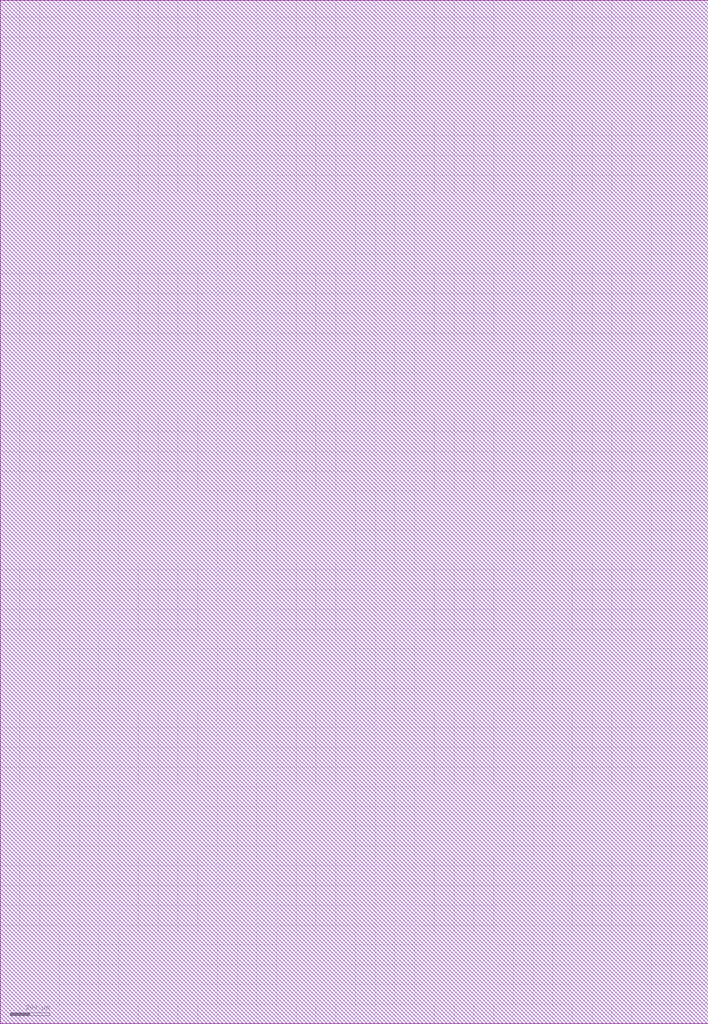
<source format=lef>
# Copyright 2020 The SkyWater PDK Authors
#
# Licensed under the Apache License, Version 2.0 (the "License");
# you may not use this file except in compliance with the License.
# You may obtain a copy of the License at
#
#     https://www.apache.org/licenses/LICENSE-2.0
#
# Unless required by applicable law or agreed to in writing, software
# distributed under the License is distributed on an "AS IS" BASIS,
# WITHOUT WARRANTIES OR CONDITIONS OF ANY KIND, either express or implied.
# See the License for the specific language governing permissions and
# limitations under the License.
#
# SPDX-License-Identifier: Apache-2.0

VERSION 5.7 ;

BUSBITCHARS "[]" ;
DIVIDERCHAR "/" ;

UNITS
  TIME NANOSECONDS 1 ;
  CAPACITANCE PICOFARADS 1 ;
  RESISTANCE OHMS 1 ;
  DATABASE MICRONS 1000 ;
END UNITS

MANUFACTURINGGRID 0.005 ;

PROPERTYDEFINITIONS
  LAYER LEF58_TYPE STRING ;
END PROPERTYDEFINITIONS

# High density, single height
SITE unithd
  SYMMETRY Y ;
  CLASS CORE ;
  SIZE 0.46 BY 2.72 ;
END unithd

# High density, double height
SITE unithddbl
  SYMMETRY Y ;
  CLASS CORE ;
  SIZE 0.46 BY 5.44 ;
END unithddbl

LAYER nwell
  TYPE MASTERSLICE ;
  PROPERTY LEF58_TYPE "TYPE NWELL ;" ;
END nwell

LAYER pwell
  TYPE MASTERSLICE ;
  PROPERTY LEF58_TYPE "TYPE PWELL ;" ;
END pwell

LAYER li1
  TYPE ROUTING ;
  DIRECTION VERTICAL ;

  PITCH 0.46 0.34 ;
  OFFSET 0.23 0.17 ;

  WIDTH 0.17 ;          # LI 1
  # SPACING  0.17 ;     # LI 2
  SPACINGTABLE
     PARALLELRUNLENGTH 0
     WIDTH 0 0.17 ;
  AREA 0.0561 ;         # LI 6
  THICKNESS 0.1 ;
  EDGECAPACITANCE 40.697E-6 ;
  CAPACITANCE CPERSQDIST 36.9866E-6 ;
  RESISTANCE RPERSQ 12.2 ;

  ANTENNAMODEL OXIDE1 ;
  ANTENNADIFFSIDEAREARATIO PWL ( ( 0 75 ) ( 0.0125 75 ) ( 0.0225 85.125 ) ( 22.5 10200 ) ) ;
END li1

LAYER mcon
  TYPE CUT ;

  WIDTH 0.17 ;                # Mcon 1
  SPACING 0.19 ;              # Mcon 2
  ENCLOSURE BELOW 0 0 ;       # Mcon 4
  ENCLOSURE ABOVE 0.03 0.06 ; # Met1 4 / Met1 5

  ANTENNADIFFAREARATIO PWL ( ( 0 3 ) ( 0.0125 3 ) ( 0.0225 3.405 ) ( 22.5 408 ) ) ;
  DCCURRENTDENSITY AVERAGE 0.36 ; # mA per via Iavg_max at Tj = 90oC

END mcon

LAYER met1
  TYPE ROUTING ;
  DIRECTION HORIZONTAL ;

  PITCH 0.34 ;
  OFFSET 0.17 ;

  WIDTH 0.14 ;                     # Met1 1
  # SPACING 0.14 ;                 # Met1 2
  # SPACING 0.28 RANGE 3.001 100 ; # Met1 3b
  SPACINGTABLE
     PARALLELRUNLENGTH 0
     WIDTH 0 0.14
     WIDTH 3 0.28 ;
  AREA 0.083 ;                     # Met1 6
  THICKNESS 0.35 ;

  ANTENNAMODEL OXIDE1 ;
  ANTENNADIFFSIDEAREARATIO PWL ( ( 0 400 ) ( 0.0125 400 ) ( 0.0225 2609 ) ( 22.5 11600 ) ) ;

  EDGECAPACITANCE 40.567E-6 ;
  CAPACITANCE CPERSQDIST 25.7784E-6 ;
  DCCURRENTDENSITY AVERAGE 2.8 ; # mA/um Iavg_max at Tj = 90oC
  ACCURRENTDENSITY RMS 6.1 ; # mA/um Irms_max at Tj = 90oC
  MAXIMUMDENSITY 70 ;
  DENSITYCHECKWINDOW 700 700 ;
  DENSITYCHECKSTEP 70 ;

  RESISTANCE RPERSQ 0.125 ;
END met1

LAYER via
  TYPE CUT ;
  WIDTH 0.15 ;                  # Via 1a
  SPACING 0.17 ;                # Via 2
  ENCLOSURE BELOW 0.055 0.085 ; # Via 4a / Via 5a
  ENCLOSURE ABOVE 0.055 0.085 ; # Met2 4 / Met2 5

  ANTENNADIFFAREARATIO PWL ( ( 0 6 ) ( 0.0125 6 ) ( 0.0225 6.81 ) ( 22.5 816 ) ) ;
  DCCURRENTDENSITY AVERAGE 0.29 ; # mA per via Iavg_max at Tj = 90oC
END via

LAYER met2
  TYPE ROUTING ;
  DIRECTION VERTICAL ;

  PITCH 0.46 ;
  OFFSET 0.23 ;

  WIDTH 0.14 ;                        # Met2 1
  # SPACING  0.14 ;                   # Met2 2
  # SPACING  0.28 RANGE 3.001 100 ;   # Met2 3b
  SPACINGTABLE
     PARALLELRUNLENGTH 0
     WIDTH 0 0.14
     WIDTH 3 0.28 ;
  AREA 0.0676 ;                       # Met2 6
  THICKNESS 0.35 ;

  EDGECAPACITANCE 37.759E-6 ;
  CAPACITANCE CPERSQDIST 16.9423E-6 ;
  RESISTANCE RPERSQ 0.125 ;
  DCCURRENTDENSITY AVERAGE 2.8 ; # mA/um Iavg_max at Tj = 90oC
  ACCURRENTDENSITY RMS 6.1 ; # mA/um Irms_max at Tj = 90oC

  ANTENNAMODEL OXIDE1 ;
  ANTENNADIFFSIDEAREARATIO PWL ( ( 0 400 ) ( 0.0125 400 ) ( 0.0225 2609 ) ( 22.5 11600 ) ) ;

  MAXIMUMDENSITY 70 ;
  DENSITYCHECKWINDOW 700 700 ;
  DENSITYCHECKSTEP 70 ;
END met2

# ******** Layer via2, type routing, number 44 **************
LAYER via2
  TYPE CUT ;
  WIDTH 0.2 ;                   # Via2 1
  SPACING 0.2 ;                 # Via2 2
  ENCLOSURE BELOW 0.04 0.085 ;  # Via2 4
  ENCLOSURE ABOVE 0.065 0.065 ; # Met3 4
  ANTENNADIFFAREARATIO PWL ( ( 0 6 ) ( 0.0125 6 ) ( 0.0225 6.81 ) ( 22.5 816 ) ) ;
  DCCURRENTDENSITY AVERAGE 0.48 ; # mA per via Iavg_max at Tj = 90oC
END via2

LAYER met3
  TYPE ROUTING ;
  DIRECTION HORIZONTAL ;

  PITCH 0.68 ;
  OFFSET 0.34 ;

  WIDTH 0.3 ;              # Met3 1
  # SPACING 0.3 ;          # Met3 2
  SPACINGTABLE
     PARALLELRUNLENGTH 0
     WIDTH 0 0.3
     WIDTH 3 0.4 ;
  AREA 0.24 ;              # Met3 6
  THICKNESS 0.8 ;

  EDGECAPACITANCE 40.989E-6 ;
  CAPACITANCE CPERSQDIST 12.3729E-6 ;
  RESISTANCE RPERSQ 0.047 ;
  DCCURRENTDENSITY AVERAGE 6.8 ; # mA/um Iavg_max at Tj = 90oC
  ACCURRENTDENSITY RMS 14.9 ; # mA/um Irms_max at Tj = 90oC

  ANTENNAMODEL OXIDE1 ;
  ANTENNADIFFSIDEAREARATIO PWL ( ( 0 400 ) ( 0.0125 400 ) ( 0.0225 2609 ) ( 22.5 11600 ) ) ;

  MAXIMUMDENSITY 70 ;
  DENSITYCHECKWINDOW 700 700 ;
  DENSITYCHECKSTEP 70 ;
END met3

LAYER via3
  TYPE CUT ;
  WIDTH 0.2 ;                   # Via3 1
  SPACING 0.2 ;                 # Via3 2
  ENCLOSURE BELOW 0.06 0.09 ;   # Via3 4 / Via3 5
  ENCLOSURE ABOVE 0.065 0.065 ; # Met4 3
  ANTENNADIFFAREARATIO PWL ( ( 0 6 ) ( 0.0125 6 ) ( 0.0225 6.81 ) ( 22.5 816 ) ) ;
  DCCURRENTDENSITY AVERAGE 0.48 ; # mA per via Iavg_max at Tj = 90oC
END via3

LAYER met4
  TYPE ROUTING ;
  DIRECTION VERTICAL ;

  PITCH 0.92 ;
  OFFSET 0.46 ;

  WIDTH 0.3 ;             # Met4 1
  # SPACING  0.3 ;             # Met4 2
  SPACINGTABLE
     PARALLELRUNLENGTH 0
     WIDTH 0 0.3
     WIDTH 3 0.4 ;
  AREA 0.24 ;            # Met4 4a

  THICKNESS 0.8 ;

  EDGECAPACITANCE 36.676E-6 ;
  CAPACITANCE CPERSQDIST 8.41537E-6 ;
  RESISTANCE RPERSQ 0.047 ;
  DCCURRENTDENSITY AVERAGE 6.8 ; # mA/um Iavg_max at Tj = 90oC
  ACCURRENTDENSITY RMS 14.9 ; # mA/um Irms_max at Tj = 90oC

  ANTENNAMODEL OXIDE1 ;
  ANTENNADIFFSIDEAREARATIO PWL ( ( 0 400 ) ( 0.0125 400 ) ( 0.0225 2609 ) ( 22.5 11600 ) ) ;

  MAXIMUMDENSITY 70 ;
  DENSITYCHECKWINDOW 700 700 ;
  DENSITYCHECKSTEP 70 ;
END met4

LAYER via4
  TYPE CUT ;

  WIDTH 0.8 ;                 # Via4 1
  SPACING 0.8 ;               # Via4 2
  ENCLOSURE BELOW 0.19 0.19 ; # Via4 4
  ENCLOSURE ABOVE 0.31 0.31 ; # Met5 3
  ANTENNADIFFAREARATIO PWL ( ( 0 6 ) ( 0.0125 6 ) ( 0.0225 6.81 ) ( 22.5 816 ) ) ;
  DCCURRENTDENSITY AVERAGE 2.49 ; # mA per via Iavg_max at Tj = 90oC
END via4

LAYER met5
  TYPE ROUTING ;
  DIRECTION HORIZONTAL ;

  PITCH 3.4 ;
  OFFSET 1.7 ;

  WIDTH 1.6 ;            # Met5 1
  #SPACING  1.6 ;        # Met5 2
  SPACINGTABLE
     PARALLELRUNLENGTH 0
     WIDTH 0 1.6 ;
  AREA 4 ;               # Met5 4

  THICKNESS 1.2 ;

  EDGECAPACITANCE 38.851E-6 ;
  CAPACITANCE CPERSQDIST 6.32063E-6 ;
  RESISTANCE RPERSQ 0.0285 ;
  DCCURRENTDENSITY AVERAGE 10.17 ; # mA/um Iavg_max at Tj = 90oC
  ACCURRENTDENSITY RMS 22.34 ; # mA/um Irms_max at Tj = 90oC

  ANTENNAMODEL OXIDE1 ;
  ANTENNADIFFSIDEAREARATIO PWL ( ( 0 400 ) ( 0.0125 400 ) ( 0.0225 2609 ) ( 22.5 11600 ) ) ;
END met5


### Routing via cells section   ###
# Plus via rule, metals are along the prefered direction
VIA L1M1_PR DEFAULT
  LAYER mcon ;
  RECT -0.085 -0.085 0.085 0.085 ;
  LAYER li1 ;
  RECT -0.085 -0.085 0.085 0.085 ;
  LAYER met1 ;
  RECT -0.145 -0.115 0.145 0.115 ;
END L1M1_PR

VIARULE L1M1_PR GENERATE
  LAYER li1 ;
  ENCLOSURE 0 0 ;
  LAYER met1 ;
  ENCLOSURE 0.06 0.03 ;
  LAYER mcon ;
  RECT -0.085 -0.085 0.085 0.085 ;
  SPACING 0.36 BY 0.36 ;
END L1M1_PR

# Plus via rule, metals are along the non prefered direction
VIA L1M1_PR_R DEFAULT
  LAYER mcon ;
  RECT -0.085 -0.085 0.085 0.085 ;
  LAYER li1 ;
  RECT -0.085 -0.085 0.085 0.085 ;
  LAYER met1 ;
  RECT -0.115 -0.145 0.115 0.145 ;
END L1M1_PR_R

VIARULE L1M1_PR_R GENERATE
  LAYER li1 ;
  ENCLOSURE 0 0 ;
  LAYER met1 ;
  ENCLOSURE 0.03 0.06 ;
  LAYER mcon ;
  RECT -0.085 -0.085 0.085 0.085 ;
  SPACING 0.36 BY 0.36 ;
END L1M1_PR_R

# Minus via rule, lower layer metal is along prefered direction
VIA L1M1_PR_M DEFAULT
  LAYER mcon ;
  RECT -0.085 -0.085 0.085 0.085 ;
  LAYER li1 ;
  RECT -0.085 -0.085 0.085 0.085 ;
  LAYER met1 ;
  RECT -0.115 -0.145 0.115 0.145 ;
END L1M1_PR_M

VIARULE L1M1_PR_M GENERATE
  LAYER li1 ;
  ENCLOSURE 0 0 ;
  LAYER met1 ;
  ENCLOSURE 0.03 0.06 ;
  LAYER mcon ;
  RECT -0.085 -0.085 0.085 0.085 ;
  SPACING 0.36 BY 0.36 ;
END L1M1_PR_M

# Minus via rule, upper layer metal is along prefered direction
VIA L1M1_PR_MR DEFAULT
  LAYER mcon ;
  RECT -0.085 -0.085 0.085 0.085 ;
  LAYER li1 ;
  RECT -0.085 -0.085 0.085 0.085 ;
  LAYER met1 ;
  RECT -0.145 -0.115 0.145 0.115 ;
END L1M1_PR_MR

VIARULE L1M1_PR_MR GENERATE
  LAYER li1 ;
  ENCLOSURE 0 0 ;
  LAYER met1 ;
  ENCLOSURE 0.06 0.03 ;
  LAYER mcon ;
  RECT -0.085 -0.085 0.085 0.085 ;
  SPACING 0.36 BY 0.36 ;
END L1M1_PR_MR

# Centered via rule, we really do not want to use it
VIA L1M1_PR_C DEFAULT
  LAYER mcon ;
  RECT -0.085 -0.085 0.085 0.085 ;
  LAYER li1 ;
  RECT -0.085 -0.085 0.085 0.085 ;
  LAYER met1 ;
  RECT -0.145 -0.145 0.145 0.145 ;
END L1M1_PR_C

VIARULE L1M1_PR_C GENERATE
  LAYER li1 ;
  ENCLOSURE 0 0 ;
  LAYER met1 ;
  ENCLOSURE 0.06 0.06 ;
  LAYER mcon ;
  RECT -0.085 -0.085 0.085 0.085 ;
  SPACING 0.36 BY 0.36 ;
END L1M1_PR_C

# Plus via rule, metals are along the prefered direction
VIA M1M2_PR DEFAULT
  LAYER via ;
  RECT -0.075 -0.075 0.075 0.075 ;
  LAYER met1 ;
  RECT -0.16 -0.13 0.16 0.13 ;
  LAYER met2 ;
  RECT -0.13 -0.16 0.13 0.16 ;
END M1M2_PR

VIARULE M1M2_PR GENERATE
  LAYER met1 ;
  ENCLOSURE 0.085 0.055 ;
  LAYER met2 ;
  ENCLOSURE 0.055 0.085 ;
  LAYER via ;
  RECT -0.075 -0.075 0.075 0.075 ;
  SPACING 0.32 BY 0.32 ;
END M1M2_PR

# Plus via rule, metals are along the non prefered direction
VIA M1M2_PR_R DEFAULT
  LAYER via ;
  RECT -0.075 -0.075 0.075 0.075 ;
  LAYER met1 ;
  RECT -0.13 -0.16 0.13 0.16 ;
  LAYER met2 ;
  RECT -0.16 -0.13 0.16 0.13 ;
END M1M2_PR_R

VIARULE M1M2_PR_R GENERATE
  LAYER met1 ;
  ENCLOSURE 0.055 0.085 ;
  LAYER met2 ;
  ENCLOSURE 0.085 0.055 ;
  LAYER via ;
  RECT -0.075 -0.075 0.075 0.075 ;
  SPACING 0.32 BY 0.32 ;
END M1M2_PR_R

# Minus via rule, lower layer metal is along prefered direction
VIA M1M2_PR_M DEFAULT
  LAYER via ;
  RECT -0.075 -0.075 0.075 0.075 ;
  LAYER met1 ;
  RECT -0.16 -0.13 0.16 0.13 ;
  LAYER met2 ;
  RECT -0.16 -0.13 0.16 0.13 ;
END M1M2_PR_M

VIARULE M1M2_PR_M GENERATE
  LAYER met1 ;
  ENCLOSURE 0.085 0.055 ;
  LAYER met2 ;
  ENCLOSURE 0.085 0.055 ;
  LAYER via ;
  RECT -0.075 -0.075 0.075 0.075 ;
  SPACING 0.32 BY 0.32 ;
END M1M2_PR_M

# Minus via rule, upper layer metal is along prefered direction
VIA M1M2_PR_MR DEFAULT
  LAYER via ;
  RECT -0.075 -0.075 0.075 0.075 ;
  LAYER met1 ;
  RECT -0.13 -0.16 0.13 0.16 ;
  LAYER met2 ;
  RECT -0.13 -0.16 0.13 0.16 ;
END M1M2_PR_MR

VIARULE M1M2_PR_MR GENERATE
  LAYER met1 ;
  ENCLOSURE 0.055 0.085 ;
  LAYER met2 ;
  ENCLOSURE 0.055 0.085 ;
  LAYER via ;
  RECT -0.075 -0.075 0.075 0.075 ;
  SPACING 0.32 BY 0.32 ;
END M1M2_PR_MR

# Centered via rule, we really do not want to use it
VIA M1M2_PR_C DEFAULT
  LAYER via ;
  RECT -0.075 -0.075 0.075 0.075 ;
  LAYER met1 ;
  RECT -0.16 -0.16 0.16 0.16 ;
  LAYER met2 ;
  RECT -0.16 -0.16 0.16 0.16 ;
END M1M2_PR_C

VIARULE M1M2_PR_C GENERATE
  LAYER met1 ;
  ENCLOSURE 0.085 0.085 ;
  LAYER met2 ;
  ENCLOSURE 0.085 0.085 ;
  LAYER via ;
  RECT -0.075 -0.075 0.075 0.075 ;
  SPACING 0.32 BY 0.32 ;
END M1M2_PR_C

# Plus via rule, metals are along the prefered direction
VIA M2M3_PR DEFAULT
  LAYER via2 ;
  RECT -0.1 -0.1 0.1 0.1 ;
  LAYER met2 ;
  RECT -0.14 -0.185 0.14 0.185 ;
  LAYER met3 ;
  RECT -0.165 -0.165 0.165 0.165 ;
END M2M3_PR

VIARULE M2M3_PR GENERATE
  LAYER met2 ;
  ENCLOSURE 0.04 0.085 ;
  LAYER met3 ;
  ENCLOSURE 0.065 0.065 ;
  LAYER via2 ;
  RECT -0.1 -0.1 0.1 0.1 ;
  SPACING 0.4 BY 0.4 ;
END M2M3_PR

# Plus via rule, metals are along the non prefered direction
VIA M2M3_PR_R DEFAULT
  LAYER via2 ;
  RECT -0.1 -0.1 0.1 0.1 ;
  LAYER met2 ;
  RECT -0.185 -0.14 0.185 0.14 ;
  LAYER met3 ;
  RECT -0.165 -0.165 0.165 0.165 ;
END M2M3_PR_R

VIARULE M2M3_PR_R GENERATE
  LAYER met2 ;
  ENCLOSURE 0.085 0.04 ;
  LAYER met3 ;
  ENCLOSURE 0.065 0.065 ;
  LAYER via2 ;
  RECT -0.1 -0.1 0.1 0.1 ;
  SPACING 0.4 BY 0.4 ;
END M2M3_PR_R

# Minus via rule, lower layer metal is along prefered direction
VIA M2M3_PR_M DEFAULT
  LAYER via2 ;
  RECT -0.1 -0.1 0.1 0.1 ;
  LAYER met2 ;
  RECT -0.14 -0.185 0.14 0.185 ;
  LAYER met3 ;
  RECT -0.165 -0.165 0.165 0.165 ;
END M2M3_PR_M

VIARULE M2M3_PR_M GENERATE
  LAYER met2 ;
  ENCLOSURE 0.04 0.085 ;
  LAYER met3 ;
  ENCLOSURE 0.065 0.065 ;
  LAYER via2 ;
  RECT -0.1 -0.1 0.1 0.1 ;
  SPACING 0.4 BY 0.4 ;
END M2M3_PR_M

# Minus via rule, upper layer metal is along prefered direction
VIA M2M3_PR_MR DEFAULT
  LAYER via2 ;
  RECT -0.1 -0.1 0.1 0.1 ;
  LAYER met2 ;
  RECT -0.185 -0.14 0.185 0.14 ;
  LAYER met3 ;
  RECT -0.165 -0.165 0.165 0.165 ;
END M2M3_PR_MR

VIARULE M2M3_PR_MR GENERATE
  LAYER met2 ;
  ENCLOSURE 0.085 0.04 ;
  LAYER met3 ;
  ENCLOSURE 0.065 0.065 ;
  LAYER via2 ;
  RECT -0.1 -0.1 0.1 0.1 ;
  SPACING 0.4 BY 0.4 ;
END M2M3_PR_MR

# Centered via rule, we really do not want to use it
VIA M2M3_PR_C DEFAULT
  LAYER via2 ;
  RECT -0.1 -0.1 0.1 0.1 ;
  LAYER met2 ;
  RECT -0.185 -0.185 0.185 0.185 ;
  LAYER met3 ;
  RECT -0.165 -0.165 0.165 0.165 ;
END M2M3_PR_C

VIARULE M2M3_PR_C GENERATE
  LAYER met2 ;
  ENCLOSURE 0.085 0.085 ;
  LAYER met3 ;
  ENCLOSURE 0.065 0.065 ;
  LAYER via2 ;
  RECT -0.1 -0.1 0.1 0.1 ;
  SPACING 0.4 BY 0.4 ;
END M2M3_PR_C

# Plus via rule, metals are along the prefered direction
VIA M3M4_PR DEFAULT
  LAYER via3 ;
  RECT -0.1 -0.1 0.1 0.1 ;
  LAYER met3 ;
  RECT -0.19 -0.16 0.19 0.16 ;
  LAYER met4 ;
  RECT -0.165 -0.165 0.165 0.165 ;
END M3M4_PR

VIARULE M3M4_PR GENERATE
  LAYER met3 ;
  ENCLOSURE 0.09 0.06 ;
  LAYER met4 ;
  ENCLOSURE 0.065 0.065 ;
  LAYER via3 ;
  RECT -0.1 -0.1 0.1 0.1 ;
  SPACING 0.4 BY 0.4 ;
END M3M4_PR

# Plus via rule, metals are along the non prefered direction
VIA M3M4_PR_R DEFAULT
  LAYER via3 ;
  RECT -0.1 -0.1 0.1 0.1 ;
  LAYER met3 ;
  RECT -0.16 -0.19 0.16 0.19 ;
  LAYER met4 ;
  RECT -0.165 -0.165 0.165 0.165 ;
END M3M4_PR_R

VIARULE M3M4_PR_R GENERATE
  LAYER met3 ;
  ENCLOSURE 0.06 0.09 ;
  LAYER met4 ;
  ENCLOSURE 0.065 0.065 ;
  LAYER via3 ;
  RECT -0.1 -0.1 0.1 0.1 ;
  SPACING 0.4 BY 0.4 ;
END M3M4_PR_R

# Minus via rule, lower layer metal is along prefered direction
VIA M3M4_PR_M DEFAULT
  LAYER via3 ;
  RECT -0.1 -0.1 0.1 0.1 ;
  LAYER met3 ;
  RECT -0.19 -0.16 0.19 0.16 ;
  LAYER met4 ;
  RECT -0.165 -0.165 0.165 0.165 ;
END M3M4_PR_M

VIARULE M3M4_PR_M GENERATE
  LAYER met3 ;
  ENCLOSURE 0.09 0.06 ;
  LAYER met4 ;
  ENCLOSURE 0.065 0.065 ;
  LAYER via3 ;
  RECT -0.1 -0.1 0.1 0.1 ;
  SPACING 0.4 BY 0.4 ;
END M3M4_PR_M

# Minus via rule, upper layer metal is along prefered direction
VIA M3M4_PR_MR DEFAULT
  LAYER via3 ;
  RECT -0.1 -0.1 0.1 0.1 ;
  LAYER met3 ;
  RECT -0.16 -0.19 0.16 0.19 ;
  LAYER met4 ;
  RECT -0.165 -0.165 0.165 0.165 ;
END M3M4_PR_MR

VIARULE M3M4_PR_MR GENERATE
  LAYER met3 ;
  ENCLOSURE 0.06 0.09 ;
  LAYER met4 ;
  ENCLOSURE 0.065 0.065 ;
  LAYER via3 ;
  RECT -0.1 -0.1 0.1 0.1 ;
  SPACING 0.4 BY 0.4 ;
END M3M4_PR_MR

# Centered via rule, we really do not want to use it
VIA M3M4_PR_C DEFAULT
  LAYER via3 ;
  RECT -0.1 -0.1 0.1 0.1 ;
  LAYER met3 ;
  RECT -0.19 -0.19 0.19 0.19 ;
  LAYER met4 ;
  RECT -0.165 -0.165 0.165 0.165 ;
END M3M4_PR_C

VIARULE M3M4_PR_C GENERATE
  LAYER met3 ;
  ENCLOSURE 0.09 0.09 ;
  LAYER met4 ;
  ENCLOSURE 0.065 0.065 ;
  LAYER via3 ;
  RECT -0.1 -0.1 0.1 0.1 ;
  SPACING 0.4 BY 0.4 ;
END M3M4_PR_C

# Plus via rule, metals are along the prefered direction
VIA M4M5_PR DEFAULT
  LAYER via4 ;
  RECT -0.4 -0.4 0.4 0.4 ;
  LAYER met4 ;
  RECT -0.59 -0.59 0.59 0.59 ;
  LAYER met5 ;
  RECT -0.71 -0.71 0.71 0.71 ;
END M4M5_PR

VIARULE M4M5_PR GENERATE
  LAYER met4 ;
  ENCLOSURE 0.19 0.19 ;
  LAYER met5 ;
  ENCLOSURE 0.31 0.31 ;
  LAYER via4 ;
  RECT -0.4 -0.4 0.4 0.4 ;
  SPACING 1.6 BY 1.6 ;
END M4M5_PR

# Plus via rule, metals are along the non prefered direction
VIA M4M5_PR_R DEFAULT
  LAYER via4 ;
  RECT -0.4 -0.4 0.4 0.4 ;
  LAYER met4 ;
  RECT -0.59 -0.59 0.59 0.59 ;
  LAYER met5 ;
  RECT -0.71 -0.71 0.71 0.71 ;
END M4M5_PR_R

VIARULE M4M5_PR_R GENERATE
  LAYER met4 ;
  ENCLOSURE 0.19 0.19 ;
  LAYER met5 ;
  ENCLOSURE 0.31 0.31 ;
  LAYER via4 ;
  RECT -0.4 -0.4 0.4 0.4 ;
  SPACING 1.6 BY 1.6 ;
END M4M5_PR_R

# Minus via rule, lower layer metal is along prefered direction
VIA M4M5_PR_M DEFAULT
  LAYER via4 ;
  RECT -0.4 -0.4 0.4 0.4 ;
  LAYER met4 ;
  RECT -0.59 -0.59 0.59 0.59 ;
  LAYER met5 ;
  RECT -0.71 -0.71 0.71 0.71 ;
END M4M5_PR_M

VIARULE M4M5_PR_M GENERATE
  LAYER met4 ;
  ENCLOSURE 0.19 0.19 ;
  LAYER met5 ;
  ENCLOSURE 0.31 0.31 ;
  LAYER via4 ;
  RECT -0.4 -0.4 0.4 0.4 ;
  SPACING 1.6 BY 1.6 ;
END M4M5_PR_M

# Minus via rule, upper layer metal is along prefered direction
VIA M4M5_PR_MR DEFAULT
  LAYER via4 ;
  RECT -0.4 -0.4 0.4 0.4 ;
  LAYER met4 ;
  RECT -0.59 -0.59 0.59 0.59 ;
  LAYER met5 ;
  RECT -0.71 -0.71 0.71 0.71 ;
END M4M5_PR_MR

VIARULE M4M5_PR_MR GENERATE
  LAYER met4 ;
  ENCLOSURE 0.19 0.19 ;
  LAYER met5 ;
  ENCLOSURE 0.31 0.31 ;
  LAYER via4 ;
  RECT -0.4 -0.4 0.4 0.4 ;
  SPACING 1.6 BY 1.6 ;
END M4M5_PR_MR

# Centered via rule, we really do not want to use it
VIA M4M5_PR_C DEFAULT
  LAYER via4 ;
  RECT -0.4 -0.4 0.4 0.4 ;
  LAYER met4 ;
  RECT -0.59 -0.59 0.59 0.59 ;
  LAYER met5 ;
  RECT -0.71 -0.71 0.71 0.71 ;
END M4M5_PR_C

VIARULE M4M5_PR_C GENERATE
  LAYER met4 ;
  ENCLOSURE 0.19 0.19 ;
  LAYER met5 ;
  ENCLOSURE 0.31 0.31 ;
  LAYER via4 ;
  RECT -0.4 -0.4 0.4 0.4 ;
  SPACING 1.6 BY 1.6 ;
END M4M5_PR_C
###  end of single via cells   ###


MACRO sky130_fd_sc_hd__bufbuf_8
  CLASS CORE ;
  FOREIGN sky130_fd_sc_hd__bufbuf_8 ;
  ORIGIN  0.000000  0.000000 ;
  SIZE  6.900000 BY  2.720000 ;
  SYMMETRY X Y R90 ;
  SITE unithd ;
  PIN A
    ANTENNAGATEAREA  0.159000 ;
    DIRECTION INPUT ;
    USE SIGNAL ;
    PORT
      LAYER li1 ;
        RECT 0.110000 1.075000 0.440000 1.275000 ;
    END
  END A
  PIN X
    ANTENNADIFFAREA  1.782000 ;
    DIRECTION OUTPUT ;
    USE SIGNAL ;
    PORT
      LAYER li1 ;
        RECT 3.230000 0.260000 3.560000 0.735000 ;
        RECT 3.230000 0.735000 6.815000 0.905000 ;
        RECT 3.230000 1.445000 6.815000 1.615000 ;
        RECT 3.230000 1.615000 3.560000 2.465000 ;
        RECT 4.070000 0.260000 4.400000 0.735000 ;
        RECT 4.070000 1.615000 4.400000 2.465000 ;
        RECT 4.910000 0.260000 5.240000 0.735000 ;
        RECT 4.910000 1.615000 5.240000 2.465000 ;
        RECT 5.750000 0.260000 6.080000 0.735000 ;
        RECT 5.750000 1.615000 6.080000 2.465000 ;
        RECT 6.435000 0.905000 6.815000 1.445000 ;
    END
  END X
  PIN VGND
    DIRECTION INOUT ;
    SHAPE ABUTMENT ;
    USE GROUND ;
    PORT
      LAYER met1 ;
        RECT 0.000000 -0.240000 6.900000 0.240000 ;
    END
  END VGND
  PIN VNB
    DIRECTION INOUT ;
    USE GROUND ;
    PORT
      LAYER pwell ;
        RECT 0.150000 -0.085000 0.320000 0.085000 ;
    END
  END VNB
  PIN VPB
    DIRECTION INOUT ;
    USE POWER ;
    PORT
      LAYER nwell ;
        RECT -0.190000 1.305000 7.090000 2.910000 ;
    END
  END VPB
  PIN VPWR
    DIRECTION INOUT ;
    SHAPE ABUTMENT ;
    USE POWER ;
    PORT
      LAYER met1 ;
        RECT 0.000000 2.480000 6.900000 2.960000 ;
    END
  END VPWR
  OBS
    LAYER li1 ;
      RECT 0.000000 -0.085000 6.900000 0.085000 ;
      RECT 0.000000  2.635000 6.900000 2.805000 ;
      RECT 0.095000  0.260000 0.425000 0.735000 ;
      RECT 0.095000  0.735000 0.780000 0.905000 ;
      RECT 0.095000  1.445000 0.780000 1.615000 ;
      RECT 0.095000  1.615000 0.425000 2.160000 ;
      RECT 0.595000  0.085000 0.765000 0.565000 ;
      RECT 0.595000  1.785000 0.765000 2.635000 ;
      RECT 0.610000  0.905000 0.780000 0.995000 ;
      RECT 0.610000  0.995000 1.040000 1.325000 ;
      RECT 0.610000  1.325000 0.780000 1.445000 ;
      RECT 1.000000  0.260000 1.380000 0.825000 ;
      RECT 1.000000  1.545000 1.380000 2.465000 ;
      RECT 1.210000  0.825000 1.380000 1.075000 ;
      RECT 1.210000  1.075000 2.720000 1.275000 ;
      RECT 1.210000  1.275000 1.380000 1.545000 ;
      RECT 1.550000  0.260000 1.880000 0.735000 ;
      RECT 1.550000  0.735000 3.060000 0.905000 ;
      RECT 1.550000  1.445000 3.060000 1.615000 ;
      RECT 1.550000  1.615000 1.880000 2.465000 ;
      RECT 2.050000  0.085000 2.220000 0.565000 ;
      RECT 2.050000  1.785000 2.220000 2.635000 ;
      RECT 2.390000  0.260000 2.720000 0.735000 ;
      RECT 2.390000  1.615000 2.720000 2.465000 ;
      RECT 2.890000  0.085000 3.060000 0.565000 ;
      RECT 2.890000  0.905000 3.060000 1.075000 ;
      RECT 2.890000  1.075000 5.360000 1.275000 ;
      RECT 2.890000  1.275000 3.060000 1.445000 ;
      RECT 2.890000  1.785000 3.060000 2.635000 ;
      RECT 3.730000  0.085000 3.900000 0.565000 ;
      RECT 3.730000  1.835000 3.900000 2.635000 ;
      RECT 4.570000  0.085000 4.740000 0.565000 ;
      RECT 4.570000  1.835000 4.740000 2.635000 ;
      RECT 5.410000  0.085000 5.580000 0.565000 ;
      RECT 5.410000  1.835000 5.580000 2.635000 ;
      RECT 6.250000  0.085000 6.420000 0.565000 ;
      RECT 6.250000  1.835000 6.420000 2.635000 ;
    LAYER mcon ;
      RECT 0.145000 -0.085000 0.315000 0.085000 ;
      RECT 0.145000  2.635000 0.315000 2.805000 ;
      RECT 0.605000 -0.085000 0.775000 0.085000 ;
      RECT 0.605000  2.635000 0.775000 2.805000 ;
      RECT 1.065000 -0.085000 1.235000 0.085000 ;
      RECT 1.065000  2.635000 1.235000 2.805000 ;
      RECT 1.525000 -0.085000 1.695000 0.085000 ;
      RECT 1.525000  2.635000 1.695000 2.805000 ;
      RECT 1.985000 -0.085000 2.155000 0.085000 ;
      RECT 1.985000  2.635000 2.155000 2.805000 ;
      RECT 2.445000 -0.085000 2.615000 0.085000 ;
      RECT 2.445000  2.635000 2.615000 2.805000 ;
      RECT 2.905000 -0.085000 3.075000 0.085000 ;
      RECT 2.905000  2.635000 3.075000 2.805000 ;
      RECT 3.365000 -0.085000 3.535000 0.085000 ;
      RECT 3.365000  2.635000 3.535000 2.805000 ;
      RECT 3.825000 -0.085000 3.995000 0.085000 ;
      RECT 3.825000  2.635000 3.995000 2.805000 ;
      RECT 4.285000 -0.085000 4.455000 0.085000 ;
      RECT 4.285000  2.635000 4.455000 2.805000 ;
      RECT 4.745000 -0.085000 4.915000 0.085000 ;
      RECT 4.745000  2.635000 4.915000 2.805000 ;
      RECT 5.205000 -0.085000 5.375000 0.085000 ;
      RECT 5.205000  2.635000 5.375000 2.805000 ;
      RECT 5.665000 -0.085000 5.835000 0.085000 ;
      RECT 5.665000  2.635000 5.835000 2.805000 ;
      RECT 6.125000 -0.085000 6.295000 0.085000 ;
      RECT 6.125000  2.635000 6.295000 2.805000 ;
      RECT 6.585000 -0.085000 6.755000 0.085000 ;
      RECT 6.585000  2.635000 6.755000 2.805000 ;
  END
END sky130_fd_sc_hd__bufbuf_8
MACRO sky130_fd_sc_hd__bufbuf_16
  CLASS CORE ;
  FOREIGN sky130_fd_sc_hd__bufbuf_16 ;
  ORIGIN  0.000000  0.000000 ;
  SIZE  11.96000 BY  2.720000 ;
  SYMMETRY X Y R90 ;
  SITE unithd ;
  PIN A
    ANTENNAGATEAREA  0.247500 ;
    DIRECTION INPUT ;
    USE SIGNAL ;
    PORT
      LAYER li1 ;
        RECT 0.110000 1.075000 0.440000 1.275000 ;
    END
  END A
  PIN X
    ANTENNADIFFAREA  3.564000 ;
    DIRECTION OUTPUT ;
    USE SIGNAL ;
    PORT
      LAYER li1 ;
        RECT  5.235000 0.255000  5.485000 0.260000 ;
        RECT  5.235000 0.260000  5.565000 0.735000 ;
        RECT  5.235000 0.735000 11.875000 0.905000 ;
        RECT  5.235000 1.445000 11.875000 1.615000 ;
        RECT  5.235000 1.615000  5.565000 2.465000 ;
        RECT  6.075000 0.260000  6.405000 0.735000 ;
        RECT  6.075000 1.615000  6.405000 2.465000 ;
        RECT  6.155000 0.255000  6.325000 0.260000 ;
        RECT  6.915000 0.260000  7.245000 0.735000 ;
        RECT  6.915000 1.615000  7.245000 2.465000 ;
        RECT  6.995000 0.255000  7.165000 0.260000 ;
        RECT  7.755000 0.260000  8.085000 0.735000 ;
        RECT  7.755000 1.615000  8.085000 2.465000 ;
        RECT  8.595000 0.260000  8.925000 0.735000 ;
        RECT  8.595000 1.615000  8.925000 2.465000 ;
        RECT  9.435000 0.260000  9.765000 0.735000 ;
        RECT  9.435000 1.615000  9.765000 2.465000 ;
        RECT 10.275000 0.260000 10.605000 0.735000 ;
        RECT 10.275000 1.615000 10.605000 2.465000 ;
        RECT 11.115000 0.260000 11.445000 0.735000 ;
        RECT 11.115000 1.615000 11.445000 2.465000 ;
        RECT 11.620000 0.905000 11.875000 1.445000 ;
    END
  END X
  PIN VGND
    DIRECTION INOUT ;
    SHAPE ABUTMENT ;
    USE GROUND ;
    PORT
      LAYER met1 ;
        RECT 0.000000 -0.240000 11.960000 0.240000 ;
    END
  END VGND
  PIN VNB
    DIRECTION INOUT ;
    USE GROUND ;
    PORT
      LAYER pwell ;
        RECT 0.150000 -0.085000 0.320000 0.085000 ;
    END
  END VNB
  PIN VPB
    DIRECTION INOUT ;
    USE POWER ;
    PORT
      LAYER nwell ;
        RECT -0.190000 1.305000 12.150000 2.910000 ;
    END
  END VPB
  PIN VPWR
    DIRECTION INOUT ;
    SHAPE ABUTMENT ;
    USE POWER ;
    PORT
      LAYER met1 ;
        RECT 0.000000 2.480000 11.960000 2.960000 ;
    END
  END VPWR
  OBS
    LAYER li1 ;
      RECT  0.000000 -0.085000 11.960000 0.085000 ;
      RECT  0.000000  2.635000 11.960000 2.805000 ;
      RECT  0.175000  0.085000  0.345000 0.905000 ;
      RECT  0.175000  1.445000  0.345000 2.635000 ;
      RECT  0.515000  0.260000  0.845000 0.905000 ;
      RECT  0.515000  1.445000  0.845000 2.465000 ;
      RECT  0.610000  0.905000  0.845000 1.075000 ;
      RECT  0.610000  1.075000  2.205000 1.275000 ;
      RECT  0.610000  1.275000  0.845000 1.445000 ;
      RECT  1.035000  0.260000  1.365000 0.735000 ;
      RECT  1.035000  0.735000  2.545000 0.905000 ;
      RECT  1.035000  1.445000  2.545000 1.615000 ;
      RECT  1.035000  1.615000  1.365000 2.465000 ;
      RECT  1.535000  0.085000  1.705000 0.565000 ;
      RECT  1.535000  1.785000  1.705000 2.635000 ;
      RECT  1.875000  0.260000  2.205000 0.735000 ;
      RECT  1.875000  1.615000  2.205000 2.465000 ;
      RECT  2.375000  0.085000  2.545000 0.565000 ;
      RECT  2.375000  0.905000  2.545000 1.075000 ;
      RECT  2.375000  1.075000  4.685000 1.275000 ;
      RECT  2.375000  1.275000  2.545000 1.445000 ;
      RECT  2.375000  1.785000  2.545000 2.635000 ;
      RECT  2.715000  0.260000  3.045000 0.735000 ;
      RECT  2.715000  0.735000  5.065000 0.905000 ;
      RECT  2.715000  1.445000  5.065000 1.615000 ;
      RECT  2.715000  1.615000  3.045000 2.465000 ;
      RECT  3.215000  0.085000  3.385000 0.565000 ;
      RECT  3.215000  1.835000  3.385000 2.635000 ;
      RECT  3.555000  0.260000  3.885000 0.735000 ;
      RECT  3.555000  1.615000  3.885000 2.465000 ;
      RECT  4.055000  0.085000  4.225000 0.565000 ;
      RECT  4.055000  1.835000  4.225000 2.635000 ;
      RECT  4.395000  0.260000  4.725000 0.735000 ;
      RECT  4.395000  1.615000  4.725000 2.465000 ;
      RECT  4.890000  0.905000  5.065000 1.075000 ;
      RECT  4.890000  1.075000 11.450000 1.275000 ;
      RECT  4.890000  1.275000  5.065000 1.445000 ;
      RECT  4.895000  0.085000  5.065000 0.565000 ;
      RECT  4.895000  1.835000  5.065000 2.635000 ;
      RECT  5.735000  0.085000  5.905000 0.565000 ;
      RECT  5.735000  1.835000  5.905000 2.635000 ;
      RECT  6.575000  0.085000  6.745000 0.565000 ;
      RECT  6.575000  1.835000  6.745000 2.635000 ;
      RECT  7.415000  0.085000  7.585000 0.565000 ;
      RECT  7.415000  1.835000  7.585000 2.635000 ;
      RECT  8.255000  0.085000  8.425000 0.565000 ;
      RECT  8.255000  1.835000  8.425000 2.635000 ;
      RECT  9.095000  0.085000  9.265000 0.565000 ;
      RECT  9.095000  1.835000  9.265000 2.635000 ;
      RECT  9.935000  0.085000 10.105000 0.565000 ;
      RECT  9.935000  1.835000 10.105000 2.635000 ;
      RECT 10.775000  0.085000 10.945000 0.565000 ;
      RECT 10.775000  1.835000 10.945000 2.635000 ;
      RECT 11.615000  0.085000 11.785000 0.565000 ;
      RECT 11.615000  1.835000 11.785000 2.635000 ;
    LAYER mcon ;
      RECT  0.145000 -0.085000  0.315000 0.085000 ;
      RECT  0.145000  2.635000  0.315000 2.805000 ;
      RECT  0.605000 -0.085000  0.775000 0.085000 ;
      RECT  0.605000  2.635000  0.775000 2.805000 ;
      RECT  1.065000 -0.085000  1.235000 0.085000 ;
      RECT  1.065000  2.635000  1.235000 2.805000 ;
      RECT  1.525000 -0.085000  1.695000 0.085000 ;
      RECT  1.525000  2.635000  1.695000 2.805000 ;
      RECT  1.985000 -0.085000  2.155000 0.085000 ;
      RECT  1.985000  2.635000  2.155000 2.805000 ;
      RECT  2.445000 -0.085000  2.615000 0.085000 ;
      RECT  2.445000  2.635000  2.615000 2.805000 ;
      RECT  2.905000 -0.085000  3.075000 0.085000 ;
      RECT  2.905000  2.635000  3.075000 2.805000 ;
      RECT  3.365000 -0.085000  3.535000 0.085000 ;
      RECT  3.365000  2.635000  3.535000 2.805000 ;
      RECT  3.825000 -0.085000  3.995000 0.085000 ;
      RECT  3.825000  2.635000  3.995000 2.805000 ;
      RECT  4.285000 -0.085000  4.455000 0.085000 ;
      RECT  4.285000  2.635000  4.455000 2.805000 ;
      RECT  4.745000 -0.085000  4.915000 0.085000 ;
      RECT  4.745000  2.635000  4.915000 2.805000 ;
      RECT  5.205000 -0.085000  5.375000 0.085000 ;
      RECT  5.205000  2.635000  5.375000 2.805000 ;
      RECT  5.665000 -0.085000  5.835000 0.085000 ;
      RECT  5.665000  2.635000  5.835000 2.805000 ;
      RECT  6.125000 -0.085000  6.295000 0.085000 ;
      RECT  6.125000  2.635000  6.295000 2.805000 ;
      RECT  6.585000 -0.085000  6.755000 0.085000 ;
      RECT  6.585000  2.635000  6.755000 2.805000 ;
      RECT  7.045000 -0.085000  7.215000 0.085000 ;
      RECT  7.045000  2.635000  7.215000 2.805000 ;
      RECT  7.505000 -0.085000  7.675000 0.085000 ;
      RECT  7.505000  2.635000  7.675000 2.805000 ;
      RECT  7.965000 -0.085000  8.135000 0.085000 ;
      RECT  7.965000  2.635000  8.135000 2.805000 ;
      RECT  8.425000 -0.085000  8.595000 0.085000 ;
      RECT  8.425000  2.635000  8.595000 2.805000 ;
      RECT  8.885000 -0.085000  9.055000 0.085000 ;
      RECT  8.885000  2.635000  9.055000 2.805000 ;
      RECT  9.345000 -0.085000  9.515000 0.085000 ;
      RECT  9.345000  2.635000  9.515000 2.805000 ;
      RECT  9.805000 -0.085000  9.975000 0.085000 ;
      RECT  9.805000  2.635000  9.975000 2.805000 ;
      RECT 10.265000 -0.085000 10.435000 0.085000 ;
      RECT 10.265000  2.635000 10.435000 2.805000 ;
      RECT 10.725000 -0.085000 10.895000 0.085000 ;
      RECT 10.725000  2.635000 10.895000 2.805000 ;
      RECT 11.185000 -0.085000 11.355000 0.085000 ;
      RECT 11.185000  2.635000 11.355000 2.805000 ;
      RECT 11.645000 -0.085000 11.815000 0.085000 ;
      RECT 11.645000  2.635000 11.815000 2.805000 ;
  END
END sky130_fd_sc_hd__bufbuf_16
MACRO sky130_fd_sc_hd__o311ai_2
  CLASS CORE ;
  FOREIGN sky130_fd_sc_hd__o311ai_2 ;
  ORIGIN  0.000000  0.000000 ;
  SIZE  5.980000 BY  2.720000 ;
  SYMMETRY X Y R90 ;
  SITE unithd ;
  PIN A1
    ANTENNAGATEAREA  0.495000 ;
    DIRECTION INPUT ;
    USE SIGNAL ;
    PORT
      LAYER li1 ;
        RECT 0.085000 1.055000 1.105000 1.315000 ;
    END
  END A1
  PIN A2
    ANTENNAGATEAREA  0.495000 ;
    DIRECTION INPUT ;
    USE SIGNAL ;
    PORT
      LAYER li1 ;
        RECT 1.275000 1.055000 2.155000 1.315000 ;
    END
  END A2
  PIN A3
    ANTENNAGATEAREA  0.495000 ;
    DIRECTION INPUT ;
    USE SIGNAL ;
    PORT
      LAYER li1 ;
        RECT 2.325000 1.055000 3.075000 1.315000 ;
    END
  END A3
  PIN B1
    ANTENNAGATEAREA  0.495000 ;
    DIRECTION INPUT ;
    USE SIGNAL ;
    PORT
      LAYER li1 ;
        RECT 3.365000 1.055000 4.385000 1.315000 ;
    END
  END B1
  PIN C1
    ANTENNAGATEAREA  0.495000 ;
    DIRECTION INPUT ;
    USE SIGNAL ;
    PORT
      LAYER li1 ;
        RECT 5.085000 1.055000 5.895000 1.315000 ;
    END
  END C1
  PIN Y
    ANTENNADIFFAREA  1.551000 ;
    DIRECTION OUTPUT ;
    USE SIGNAL ;
    PORT
      LAYER li1 ;
        RECT 2.415000 1.485000 5.895000 1.725000 ;
        RECT 2.415000 1.725000 2.665000 2.125000 ;
        RECT 3.335000 1.725000 3.505000 2.465000 ;
        RECT 4.515000 1.725000 4.825000 2.465000 ;
        RECT 4.555000 0.655000 5.895000 0.885000 ;
        RECT 4.555000 0.885000 4.915000 1.485000 ;
        RECT 5.495000 1.725000 5.895000 2.465000 ;
        RECT 5.515000 0.255000 5.895000 0.655000 ;
    END
  END Y
  PIN VGND
    DIRECTION INOUT ;
    SHAPE ABUTMENT ;
    USE GROUND ;
    PORT
      LAYER met1 ;
        RECT 0.000000 -0.240000 5.980000 0.240000 ;
    END
  END VGND
  PIN VNB
    DIRECTION INOUT ;
    USE GROUND ;
    PORT
      LAYER pwell ;
        RECT 0.145000 -0.085000 0.315000 0.085000 ;
    END
  END VNB
  PIN VPB
    DIRECTION INOUT ;
    USE POWER ;
    PORT
      LAYER nwell ;
        RECT -0.190000 1.305000 6.170000 2.910000 ;
    END
  END VPB
  PIN VPWR
    DIRECTION INOUT ;
    SHAPE ABUTMENT ;
    USE POWER ;
    PORT
      LAYER met1 ;
        RECT 0.000000 2.480000 5.980000 2.960000 ;
    END
  END VPWR
  OBS
    LAYER li1 ;
      RECT 0.000000 -0.085000 5.980000 0.085000 ;
      RECT 0.000000  2.635000 5.980000 2.805000 ;
      RECT 0.085000  0.255000 0.485000 0.655000 ;
      RECT 0.085000  0.655000 4.385000 0.885000 ;
      RECT 0.085000  1.485000 2.225000 1.725000 ;
      RECT 0.085000  1.725000 0.465000 2.465000 ;
      RECT 0.635000  1.895000 0.965000 2.635000 ;
      RECT 0.655000  0.085000 0.985000 0.485000 ;
      RECT 1.135000  1.725000 1.305000 2.465000 ;
      RECT 1.155000  0.255000 1.325000 0.655000 ;
      RECT 1.475000  1.895000 1.805000 2.295000 ;
      RECT 1.475000  2.295000 3.165000 2.465000 ;
      RECT 1.495000  0.085000 1.825000 0.485000 ;
      RECT 1.975000  1.725000 2.225000 2.125000 ;
      RECT 1.995000  0.255000 2.165000 0.655000 ;
      RECT 2.335000  0.085000 3.105000 0.485000 ;
      RECT 2.835000  1.895000 3.165000 2.295000 ;
      RECT 3.275000  0.255000 3.445000 0.655000 ;
      RECT 3.615000  0.255000 5.345000 0.485000 ;
      RECT 3.675000  1.895000 4.345000 2.635000 ;
      RECT 4.995000  1.895000 5.325000 2.635000 ;
    LAYER mcon ;
      RECT 0.145000 -0.085000 0.315000 0.085000 ;
      RECT 0.145000  2.635000 0.315000 2.805000 ;
      RECT 0.605000 -0.085000 0.775000 0.085000 ;
      RECT 0.605000  2.635000 0.775000 2.805000 ;
      RECT 1.065000 -0.085000 1.235000 0.085000 ;
      RECT 1.065000  2.635000 1.235000 2.805000 ;
      RECT 1.525000 -0.085000 1.695000 0.085000 ;
      RECT 1.525000  2.635000 1.695000 2.805000 ;
      RECT 1.985000 -0.085000 2.155000 0.085000 ;
      RECT 1.985000  2.635000 2.155000 2.805000 ;
      RECT 2.445000 -0.085000 2.615000 0.085000 ;
      RECT 2.445000  2.635000 2.615000 2.805000 ;
      RECT 2.905000 -0.085000 3.075000 0.085000 ;
      RECT 2.905000  2.635000 3.075000 2.805000 ;
      RECT 3.365000 -0.085000 3.535000 0.085000 ;
      RECT 3.365000  2.635000 3.535000 2.805000 ;
      RECT 3.825000 -0.085000 3.995000 0.085000 ;
      RECT 3.825000  2.635000 3.995000 2.805000 ;
      RECT 4.285000 -0.085000 4.455000 0.085000 ;
      RECT 4.285000  2.635000 4.455000 2.805000 ;
      RECT 4.745000 -0.085000 4.915000 0.085000 ;
      RECT 4.745000  2.635000 4.915000 2.805000 ;
      RECT 5.205000 -0.085000 5.375000 0.085000 ;
      RECT 5.205000  2.635000 5.375000 2.805000 ;
      RECT 5.665000 -0.085000 5.835000 0.085000 ;
      RECT 5.665000  2.635000 5.835000 2.805000 ;
  END
END sky130_fd_sc_hd__o311ai_2
MACRO sky130_fd_sc_hd__o311ai_4
  CLASS CORE ;
  FOREIGN sky130_fd_sc_hd__o311ai_4 ;
  ORIGIN  0.000000  0.000000 ;
  SIZE  9.660000 BY  2.720000 ;
  SYMMETRY X Y R90 ;
  SITE unithd ;
  PIN A1
    ANTENNAGATEAREA  0.990000 ;
    DIRECTION INPUT ;
    USE SIGNAL ;
    PORT
      LAYER li1 ;
        RECT 0.085000 1.055000 1.775000 1.315000 ;
    END
  END A1
  PIN A2
    ANTENNAGATEAREA  0.990000 ;
    DIRECTION INPUT ;
    USE SIGNAL ;
    PORT
      LAYER li1 ;
        RECT 1.945000 1.055000 3.615000 1.315000 ;
    END
  END A2
  PIN A3
    ANTENNAGATEAREA  0.990000 ;
    DIRECTION INPUT ;
    USE SIGNAL ;
    PORT
      LAYER li1 ;
        RECT 3.805000 1.055000 5.885000 1.315000 ;
    END
  END A3
  PIN B1
    ANTENNAGATEAREA  0.990000 ;
    DIRECTION INPUT ;
    USE SIGNAL ;
    PORT
      LAYER li1 ;
        RECT 6.055000 1.055000 7.695000 1.315000 ;
    END
  END B1
  PIN C1
    ANTENNAGATEAREA  0.990000 ;
    DIRECTION INPUT ;
    USE SIGNAL ;
    PORT
      LAYER li1 ;
        RECT 7.865000 1.055000 9.090000 1.315000 ;
    END
  END C1
  PIN Y
    ANTENNADIFFAREA  2.241000 ;
    DIRECTION OUTPUT ;
    USE SIGNAL ;
    PORT
      LAYER li1 ;
        RECT 4.055000 1.485000 9.575000 1.725000 ;
        RECT 4.055000 1.725000 4.305000 2.115000 ;
        RECT 4.975000 1.725000 5.145000 2.115000 ;
        RECT 5.815000 1.725000 6.005000 2.465000 ;
        RECT 6.675000 1.725000 6.845000 2.465000 ;
        RECT 7.515000 1.725000 7.685000 2.465000 ;
        RECT 7.895000 0.655000 9.575000 0.885000 ;
        RECT 8.355000 1.725000 8.525000 2.465000 ;
        RECT 9.195000 1.725000 9.575000 2.465000 ;
        RECT 9.260000 0.885000 9.575000 1.485000 ;
    END
  END Y
  PIN VGND
    DIRECTION INOUT ;
    SHAPE ABUTMENT ;
    USE GROUND ;
    PORT
      LAYER met1 ;
        RECT 0.000000 -0.240000 9.660000 0.240000 ;
    END
  END VGND
  PIN VNB
    DIRECTION INOUT ;
    USE GROUND ;
    PORT
      LAYER pwell ;
        RECT 0.125000 -0.085000 0.295000 0.085000 ;
    END
  END VNB
  PIN VPB
    DIRECTION INOUT ;
    USE POWER ;
    PORT
      LAYER nwell ;
        RECT -0.190000 1.305000 9.850000 2.910000 ;
    END
  END VPB
  PIN VPWR
    DIRECTION INOUT ;
    SHAPE ABUTMENT ;
    USE POWER ;
    PORT
      LAYER met1 ;
        RECT 0.000000 2.480000 9.660000 2.960000 ;
    END
  END VPWR
  OBS
    LAYER li1 ;
      RECT 0.000000 -0.085000 9.660000 0.085000 ;
      RECT 0.000000  2.635000 9.660000 2.805000 ;
      RECT 0.085000  0.085000 0.505000 0.885000 ;
      RECT 0.085000  1.485000 3.865000 1.725000 ;
      RECT 0.085000  1.725000 0.405000 2.465000 ;
      RECT 0.595000  1.895000 0.925000 2.635000 ;
      RECT 0.675000  0.255000 0.845000 0.655000 ;
      RECT 0.675000  0.655000 7.385000 0.885000 ;
      RECT 1.015000  0.085000 1.345000 0.485000 ;
      RECT 1.095000  1.725000 1.265000 2.465000 ;
      RECT 1.435000  1.895000 1.765000 2.635000 ;
      RECT 1.515000  0.255000 1.685000 0.655000 ;
      RECT 1.855000  0.085000 2.185000 0.485000 ;
      RECT 1.935000  1.725000 2.105000 2.465000 ;
      RECT 2.275000  1.895000 2.605000 2.295000 ;
      RECT 2.275000  2.295000 5.645000 2.465000 ;
      RECT 2.355000  0.255000 2.525000 0.655000 ;
      RECT 2.695000  0.085000 3.025000 0.485000 ;
      RECT 2.775000  1.725000 2.945000 2.115000 ;
      RECT 3.115000  1.895000 3.445000 2.295000 ;
      RECT 3.195000  0.255000 3.365000 0.655000 ;
      RECT 3.535000  0.085000 3.885000 0.485000 ;
      RECT 3.615000  1.725000 3.865000 2.115000 ;
      RECT 4.055000  0.255000 4.225000 0.655000 ;
      RECT 4.395000  0.085000 4.725000 0.485000 ;
      RECT 4.475000  1.895000 4.805000 2.295000 ;
      RECT 4.895000  0.255000 5.065000 0.655000 ;
      RECT 5.235000  0.085000 5.585000 0.485000 ;
      RECT 5.315000  1.895000 5.645000 2.295000 ;
      RECT 5.755000  0.255000 9.575000 0.485000 ;
      RECT 6.175000  1.895000 6.505000 2.635000 ;
      RECT 7.015000  1.895000 7.345000 2.635000 ;
      RECT 7.555000  0.485000 7.725000 0.885000 ;
      RECT 7.855000  1.895000 8.185000 2.635000 ;
      RECT 8.695000  1.895000 9.025000 2.635000 ;
    LAYER mcon ;
      RECT 0.145000 -0.085000 0.315000 0.085000 ;
      RECT 0.145000  2.635000 0.315000 2.805000 ;
      RECT 0.605000 -0.085000 0.775000 0.085000 ;
      RECT 0.605000  2.635000 0.775000 2.805000 ;
      RECT 1.065000 -0.085000 1.235000 0.085000 ;
      RECT 1.065000  2.635000 1.235000 2.805000 ;
      RECT 1.525000 -0.085000 1.695000 0.085000 ;
      RECT 1.525000  2.635000 1.695000 2.805000 ;
      RECT 1.985000 -0.085000 2.155000 0.085000 ;
      RECT 1.985000  2.635000 2.155000 2.805000 ;
      RECT 2.445000 -0.085000 2.615000 0.085000 ;
      RECT 2.445000  2.635000 2.615000 2.805000 ;
      RECT 2.905000 -0.085000 3.075000 0.085000 ;
      RECT 2.905000  2.635000 3.075000 2.805000 ;
      RECT 3.365000 -0.085000 3.535000 0.085000 ;
      RECT 3.365000  2.635000 3.535000 2.805000 ;
      RECT 3.825000 -0.085000 3.995000 0.085000 ;
      RECT 3.825000  2.635000 3.995000 2.805000 ;
      RECT 4.285000 -0.085000 4.455000 0.085000 ;
      RECT 4.285000  2.635000 4.455000 2.805000 ;
      RECT 4.745000 -0.085000 4.915000 0.085000 ;
      RECT 4.745000  2.635000 4.915000 2.805000 ;
      RECT 5.205000 -0.085000 5.375000 0.085000 ;
      RECT 5.205000  2.635000 5.375000 2.805000 ;
      RECT 5.665000 -0.085000 5.835000 0.085000 ;
      RECT 5.665000  2.635000 5.835000 2.805000 ;
      RECT 6.125000 -0.085000 6.295000 0.085000 ;
      RECT 6.125000  2.635000 6.295000 2.805000 ;
      RECT 6.585000 -0.085000 6.755000 0.085000 ;
      RECT 6.585000  2.635000 6.755000 2.805000 ;
      RECT 7.045000 -0.085000 7.215000 0.085000 ;
      RECT 7.045000  2.635000 7.215000 2.805000 ;
      RECT 7.505000 -0.085000 7.675000 0.085000 ;
      RECT 7.505000  2.635000 7.675000 2.805000 ;
      RECT 7.965000 -0.085000 8.135000 0.085000 ;
      RECT 7.965000  2.635000 8.135000 2.805000 ;
      RECT 8.425000 -0.085000 8.595000 0.085000 ;
      RECT 8.425000  2.635000 8.595000 2.805000 ;
      RECT 8.885000 -0.085000 9.055000 0.085000 ;
      RECT 8.885000  2.635000 9.055000 2.805000 ;
      RECT 9.345000 -0.085000 9.515000 0.085000 ;
      RECT 9.345000  2.635000 9.515000 2.805000 ;
  END
END sky130_fd_sc_hd__o311ai_4
MACRO sky130_fd_sc_hd__o311ai_1
  CLASS CORE ;
  FOREIGN sky130_fd_sc_hd__o311ai_1 ;
  ORIGIN  0.000000  0.000000 ;
  SIZE  3.220000 BY  2.720000 ;
  SYMMETRY X Y R90 ;
  SITE unithd ;
  PIN A1
    ANTENNAGATEAREA  0.247500 ;
    DIRECTION INPUT ;
    USE SIGNAL ;
    PORT
      LAYER li1 ;
        RECT 0.085000 0.995000 0.780000 1.325000 ;
    END
  END A1
  PIN A2
    ANTENNAGATEAREA  0.247500 ;
    DIRECTION INPUT ;
    USE SIGNAL ;
    PORT
      LAYER li1 ;
        RECT 0.950000 0.995000 1.260000 2.465000 ;
    END
  END A2
  PIN A3
    ANTENNAGATEAREA  0.247500 ;
    DIRECTION INPUT ;
    USE SIGNAL ;
    PORT
      LAYER li1 ;
        RECT 1.430000 0.995000 1.780000 1.325000 ;
    END
  END A3
  PIN B1
    ANTENNAGATEAREA  0.247500 ;
    DIRECTION INPUT ;
    USE SIGNAL ;
    PORT
      LAYER li1 ;
        RECT 1.985000 0.320000 2.200000 1.325000 ;
    END
  END B1
  PIN C1
    ANTENNAGATEAREA  0.247500 ;
    DIRECTION INPUT ;
    USE SIGNAL ;
    PORT
      LAYER li1 ;
        RECT 2.830000 0.995000 3.135000 1.325000 ;
    END
  END C1
  PIN Y
    ANTENNADIFFAREA  0.942000 ;
    DIRECTION OUTPUT ;
    USE SIGNAL ;
    PORT
      LAYER li1 ;
        RECT 1.430000 1.495000 3.135000 1.665000 ;
        RECT 1.430000 1.665000 1.980000 2.465000 ;
        RECT 2.445000 0.255000 3.135000 0.825000 ;
        RECT 2.445000 0.825000 2.660000 1.495000 ;
        RECT 2.650000 1.665000 3.135000 2.465000 ;
    END
  END Y
  PIN VGND
    DIRECTION INOUT ;
    SHAPE ABUTMENT ;
    USE GROUND ;
    PORT
      LAYER met1 ;
        RECT 0.000000 -0.240000 3.220000 0.240000 ;
    END
  END VGND
  PIN VNB
    DIRECTION INOUT ;
    USE GROUND ;
    PORT
      LAYER pwell ;
        RECT 0.145000 -0.085000 0.315000 0.085000 ;
    END
  END VNB
  PIN VPB
    DIRECTION INOUT ;
    USE POWER ;
    PORT
      LAYER nwell ;
        RECT -0.190000 1.305000 3.410000 2.910000 ;
    END
  END VPB
  PIN VPWR
    DIRECTION INOUT ;
    SHAPE ABUTMENT ;
    USE POWER ;
    PORT
      LAYER met1 ;
        RECT 0.000000 2.480000 3.220000 2.960000 ;
    END
  END VPWR
  OBS
    LAYER li1 ;
      RECT 0.000000 -0.085000 3.220000 0.085000 ;
      RECT 0.000000  2.635000 3.220000 2.805000 ;
      RECT 0.085000  0.085000 0.570000 0.825000 ;
      RECT 0.085000  1.495000 0.780000 2.635000 ;
      RECT 0.740000  0.255000 0.910000 0.655000 ;
      RECT 0.740000  0.655000 1.750000 0.825000 ;
      RECT 1.080000  0.085000 1.410000 0.485000 ;
      RECT 1.580000  0.255000 1.750000 0.655000 ;
      RECT 2.150000  1.835000 2.480000 2.635000 ;
    LAYER mcon ;
      RECT 0.145000 -0.085000 0.315000 0.085000 ;
      RECT 0.145000  2.635000 0.315000 2.805000 ;
      RECT 0.605000 -0.085000 0.775000 0.085000 ;
      RECT 0.605000  2.635000 0.775000 2.805000 ;
      RECT 1.065000 -0.085000 1.235000 0.085000 ;
      RECT 1.065000  2.635000 1.235000 2.805000 ;
      RECT 1.525000 -0.085000 1.695000 0.085000 ;
      RECT 1.525000  2.635000 1.695000 2.805000 ;
      RECT 1.985000 -0.085000 2.155000 0.085000 ;
      RECT 1.985000  2.635000 2.155000 2.805000 ;
      RECT 2.445000 -0.085000 2.615000 0.085000 ;
      RECT 2.445000  2.635000 2.615000 2.805000 ;
      RECT 2.905000 -0.085000 3.075000 0.085000 ;
      RECT 2.905000  2.635000 3.075000 2.805000 ;
  END
END sky130_fd_sc_hd__o311ai_1
MACRO sky130_fd_sc_hd__o311ai_0
  CLASS CORE ;
  FOREIGN sky130_fd_sc_hd__o311ai_0 ;
  ORIGIN  0.000000  0.000000 ;
  SIZE  3.220000 BY  2.720000 ;
  SYMMETRY X Y R90 ;
  SITE unithd ;
  PIN A1
    ANTENNAGATEAREA  0.159000 ;
    DIRECTION INPUT ;
    USE SIGNAL ;
    PORT
      LAYER li1 ;
        RECT 0.085000 0.765000 0.570000 0.995000 ;
        RECT 0.085000 0.995000 0.780000 1.625000 ;
    END
  END A1
  PIN A2
    ANTENNAGATEAREA  0.159000 ;
    DIRECTION INPUT ;
    USE SIGNAL ;
    PORT
      LAYER li1 ;
        RECT 0.950000 0.995000 1.260000 2.465000 ;
    END
  END A2
  PIN A3
    ANTENNAGATEAREA  0.159000 ;
    DIRECTION INPUT ;
    USE SIGNAL ;
    PORT
      LAYER li1 ;
        RECT 1.430000 0.995000 1.780000 1.325000 ;
    END
  END A3
  PIN B1
    ANTENNAGATEAREA  0.159000 ;
    DIRECTION INPUT ;
    USE SIGNAL ;
    PORT
      LAYER li1 ;
        RECT 1.985000 0.260000 2.200000 1.325000 ;
    END
  END B1
  PIN C1
    ANTENNAGATEAREA  0.159000 ;
    DIRECTION INPUT ;
    USE SIGNAL ;
    PORT
      LAYER li1 ;
        RECT 2.830000 0.765000 3.135000 1.325000 ;
    END
  END C1
  PIN Y
    ANTENNADIFFAREA  0.604000 ;
    DIRECTION OUTPUT ;
    USE SIGNAL ;
    PORT
      LAYER li1 ;
        RECT 1.430000 1.495000 3.135000 1.665000 ;
        RECT 1.430000 1.665000 1.980000 2.465000 ;
        RECT 2.445000 0.255000 3.135000 0.595000 ;
        RECT 2.445000 0.595000 2.660000 1.495000 ;
        RECT 2.650000 1.665000 3.135000 2.465000 ;
    END
  END Y
  PIN VGND
    DIRECTION INOUT ;
    SHAPE ABUTMENT ;
    USE GROUND ;
    PORT
      LAYER met1 ;
        RECT 0.000000 -0.240000 3.220000 0.240000 ;
    END
  END VGND
  PIN VNB
    DIRECTION INOUT ;
    USE GROUND ;
    PORT
      LAYER pwell ;
        RECT 0.145000 -0.085000 0.315000 0.085000 ;
    END
  END VNB
  PIN VPB
    DIRECTION INOUT ;
    USE POWER ;
    PORT
      LAYER nwell ;
        RECT -0.190000 1.305000 3.410000 2.910000 ;
    END
  END VPB
  PIN VPWR
    DIRECTION INOUT ;
    SHAPE ABUTMENT ;
    USE POWER ;
    PORT
      LAYER met1 ;
        RECT 0.000000 2.480000 3.220000 2.960000 ;
    END
  END VPWR
  OBS
    LAYER li1 ;
      RECT 0.000000 -0.085000 3.220000 0.085000 ;
      RECT 0.000000  2.635000 3.220000 2.805000 ;
      RECT 0.085000  0.085000 0.570000 0.595000 ;
      RECT 0.085000  1.795000 0.780000 2.635000 ;
      RECT 0.740000  0.255000 0.910000 0.655000 ;
      RECT 0.740000  0.655000 1.750000 0.825000 ;
      RECT 1.080000  0.085000 1.410000 0.485000 ;
      RECT 1.580000  0.255000 1.750000 0.655000 ;
      RECT 2.150000  1.835000 2.480000 2.635000 ;
    LAYER mcon ;
      RECT 0.145000 -0.085000 0.315000 0.085000 ;
      RECT 0.145000  2.635000 0.315000 2.805000 ;
      RECT 0.605000 -0.085000 0.775000 0.085000 ;
      RECT 0.605000  2.635000 0.775000 2.805000 ;
      RECT 1.065000 -0.085000 1.235000 0.085000 ;
      RECT 1.065000  2.635000 1.235000 2.805000 ;
      RECT 1.525000 -0.085000 1.695000 0.085000 ;
      RECT 1.525000  2.635000 1.695000 2.805000 ;
      RECT 1.985000 -0.085000 2.155000 0.085000 ;
      RECT 1.985000  2.635000 2.155000 2.805000 ;
      RECT 2.445000 -0.085000 2.615000 0.085000 ;
      RECT 2.445000  2.635000 2.615000 2.805000 ;
      RECT 2.905000 -0.085000 3.075000 0.085000 ;
      RECT 2.905000  2.635000 3.075000 2.805000 ;
  END
END sky130_fd_sc_hd__o311ai_0
MACRO sky130_fd_sc_hd__dfsbp_2
  CLASS CORE ;
  FOREIGN sky130_fd_sc_hd__dfsbp_2 ;
  ORIGIN  0.000000  0.000000 ;
  SIZE  11.04000 BY  2.720000 ;
  SYMMETRY X Y R90 ;
  SITE unithd ;
  PIN D
    ANTENNAGATEAREA  0.222000 ;
    DIRECTION INPUT ;
    USE SIGNAL ;
    PORT
      LAYER li1 ;
        RECT 1.770000 1.005000 2.180000 1.625000 ;
    END
  END D
  PIN Q
    ANTENNADIFFAREA  0.445500 ;
    DIRECTION OUTPUT ;
    USE SIGNAL ;
    PORT
      LAYER li1 ;
        RECT 10.150000 1.495000 10.915000 1.665000 ;
        RECT 10.150000 1.665000 10.480000 2.465000 ;
        RECT 10.230000 0.255000 10.480000 0.720000 ;
        RECT 10.230000 0.720000 10.915000 0.825000 ;
        RECT 10.345000 0.825000 10.915000 0.845000 ;
        RECT 10.360000 0.845000 10.915000 1.495000 ;
    END
  END Q
  PIN Q_N
    ANTENNADIFFAREA  0.445500 ;
    DIRECTION OUTPUT ;
    USE SIGNAL ;
    PORT
      LAYER li1 ;
        RECT 8.370000 0.255000 8.700000 2.465000 ;
    END
  END Q_N
  PIN SET_B
    ANTENNAGATEAREA  0.252000 ;
    DIRECTION INPUT ;
    USE SIGNAL ;
    PORT
      LAYER li1 ;
        RECT 3.610000 0.735000 4.020000 1.065000 ;
      LAYER mcon ;
        RECT 3.825000 0.765000 3.995000 0.935000 ;
    END
    PORT
      LAYER li1 ;
        RECT 6.660000 0.735000 7.320000 1.005000 ;
        RECT 6.660000 1.005000 6.990000 1.065000 ;
      LAYER mcon ;
        RECT 7.045000 0.765000 7.215000 0.935000 ;
    END
    PORT
      LAYER met1 ;
        RECT 3.765000 0.735000 4.055000 0.780000 ;
        RECT 3.765000 0.780000 7.275000 0.920000 ;
        RECT 3.765000 0.920000 4.055000 0.965000 ;
        RECT 6.985000 0.735000 7.275000 0.780000 ;
        RECT 6.985000 0.920000 7.275000 0.965000 ;
    END
  END SET_B
  PIN CLK
    ANTENNAGATEAREA  0.159000 ;
    DIRECTION INPUT ;
    USE CLOCK ;
    PORT
      LAYER li1 ;
        RECT 0.090000 0.975000 0.440000 1.625000 ;
    END
  END CLK
  PIN VGND
    DIRECTION INOUT ;
    SHAPE ABUTMENT ;
    USE GROUND ;
    PORT
      LAYER met1 ;
        RECT 0.000000 -0.240000 11.040000 0.240000 ;
    END
  END VGND
  PIN VNB
    DIRECTION INOUT ;
    USE GROUND ;
    PORT
      LAYER pwell ;
        RECT 0.145000 -0.085000 0.315000 0.085000 ;
    END
  END VNB
  PIN VPB
    DIRECTION INOUT ;
    USE POWER ;
    PORT
      LAYER nwell ;
        RECT -0.190000 1.305000 11.230000 2.910000 ;
    END
  END VPB
  PIN VPWR
    DIRECTION INOUT ;
    SHAPE ABUTMENT ;
    USE POWER ;
    PORT
      LAYER met1 ;
        RECT 0.000000 2.480000 11.040000 2.960000 ;
    END
  END VPWR
  OBS
    LAYER li1 ;
      RECT  0.000000 -0.085000 11.040000 0.085000 ;
      RECT  0.000000  2.635000 11.040000 2.805000 ;
      RECT  0.175000  0.345000  0.345000 0.635000 ;
      RECT  0.175000  0.635000  0.840000 0.805000 ;
      RECT  0.175000  1.795000  0.840000 1.965000 ;
      RECT  0.175000  1.965000  0.345000 2.465000 ;
      RECT  0.515000  0.085000  0.845000 0.465000 ;
      RECT  0.515000  2.135000  0.845000 2.635000 ;
      RECT  0.610000  0.805000  0.840000 1.795000 ;
      RECT  1.015000  0.345000  1.240000 2.465000 ;
      RECT  1.430000  0.635000  2.125000 0.825000 ;
      RECT  1.430000  0.825000  1.600000 1.795000 ;
      RECT  1.430000  1.795000  2.125000 1.965000 ;
      RECT  1.455000  0.085000  1.785000 0.465000 ;
      RECT  1.455000  2.135000  1.785000 2.635000 ;
      RECT  1.955000  0.305000  2.125000 0.635000 ;
      RECT  1.955000  1.965000  2.125000 2.465000 ;
      RECT  2.350000  0.705000  2.570000 1.575000 ;
      RECT  2.350000  1.575000  2.850000 1.955000 ;
      RECT  2.360000  2.250000  3.190000 2.420000 ;
      RECT  2.425000  0.265000  3.440000 0.465000 ;
      RECT  2.750000  0.645000  3.100000 1.015000 ;
      RECT  3.020000  1.195000  3.440000 1.235000 ;
      RECT  3.020000  1.235000  4.370000 1.405000 ;
      RECT  3.020000  1.405000  3.190000 2.250000 ;
      RECT  3.270000  0.465000  3.440000 1.195000 ;
      RECT  3.360000  1.575000  3.610000 1.835000 ;
      RECT  3.360000  1.835000  4.710000 2.085000 ;
      RECT  3.430000  2.255000  3.810000 2.635000 ;
      RECT  3.610000  0.085000  4.020000 0.525000 ;
      RECT  3.990000  2.085000  4.160000 2.375000 ;
      RECT  4.120000  1.405000  4.370000 1.565000 ;
      RECT  4.310000  0.295000  4.560000 0.725000 ;
      RECT  4.310000  0.725000  4.710000 1.065000 ;
      RECT  4.330000  2.255000  4.660000 2.635000 ;
      RECT  4.540000  1.065000  4.710000 1.835000 ;
      RECT  4.740000  0.085000  5.080000 0.545000 ;
      RECT  4.900000  0.725000  6.150000 0.895000 ;
      RECT  4.900000  0.895000  5.070000 1.655000 ;
      RECT  4.900000  1.655000  5.400000 1.965000 ;
      RECT  5.110000  2.165000  5.760000 2.415000 ;
      RECT  5.240000  1.065000  5.420000 1.475000 ;
      RECT  5.590000  1.235000  7.470000 1.405000 ;
      RECT  5.590000  1.405000  5.760000 1.915000 ;
      RECT  5.590000  1.915000  6.780000 2.085000 ;
      RECT  5.590000  2.085000  5.760000 2.165000 ;
      RECT  5.640000  0.305000  6.490000 0.475000 ;
      RECT  5.820000  0.895000  6.150000 1.015000 ;
      RECT  5.930000  1.575000  7.830000 1.745000 ;
      RECT  5.930000  2.255000  6.340000 2.635000 ;
      RECT  6.320000  0.475000  6.490000 1.235000 ;
      RECT  6.540000  2.085000  6.780000 2.375000 ;
      RECT  6.670000  0.085000  7.330000 0.565000 ;
      RECT  7.010000  1.945000  7.340000 2.635000 ;
      RECT  7.140000  1.175000  7.470000 1.235000 ;
      RECT  7.510000  0.350000  7.830000 0.680000 ;
      RECT  7.510000  1.745000  7.830000 1.765000 ;
      RECT  7.510000  1.765000  7.680000 2.375000 ;
      RECT  7.640000  0.680000  7.830000 1.575000 ;
      RECT  8.020000  0.085000  8.200000 0.905000 ;
      RECT  8.020000  1.480000  8.200000 2.635000 ;
      RECT  8.870000  0.085000  9.120000 0.905000 ;
      RECT  8.870000  1.480000  9.120000 2.635000 ;
      RECT  9.310000  0.255000  9.560000 0.995000 ;
      RECT  9.310000  0.995000 10.190000 1.325000 ;
      RECT  9.310000  1.325000  9.640000 2.465000 ;
      RECT  9.730000  0.085000 10.060000 0.825000 ;
      RECT  9.810000  1.495000  9.980000 2.635000 ;
      RECT 10.650000  0.085000 10.915000 0.550000 ;
      RECT 10.650000  1.835000 10.915000 2.635000 ;
    LAYER mcon ;
      RECT  0.145000 -0.085000  0.315000 0.085000 ;
      RECT  0.145000  2.635000  0.315000 2.805000 ;
      RECT  0.605000 -0.085000  0.775000 0.085000 ;
      RECT  0.605000  2.635000  0.775000 2.805000 ;
      RECT  0.645000  1.785000  0.815000 1.955000 ;
      RECT  1.065000 -0.085000  1.235000 0.085000 ;
      RECT  1.065000  0.765000  1.235000 0.935000 ;
      RECT  1.065000  2.635000  1.235000 2.805000 ;
      RECT  1.525000 -0.085000  1.695000 0.085000 ;
      RECT  1.525000  2.635000  1.695000 2.805000 ;
      RECT  1.985000 -0.085000  2.155000 0.085000 ;
      RECT  1.985000  2.635000  2.155000 2.805000 ;
      RECT  2.445000 -0.085000  2.615000 0.085000 ;
      RECT  2.445000  1.785000  2.615000 1.955000 ;
      RECT  2.445000  2.635000  2.615000 2.805000 ;
      RECT  2.905000 -0.085000  3.075000 0.085000 ;
      RECT  2.905000  0.765000  3.075000 0.935000 ;
      RECT  2.905000  2.635000  3.075000 2.805000 ;
      RECT  3.365000 -0.085000  3.535000 0.085000 ;
      RECT  3.365000  2.635000  3.535000 2.805000 ;
      RECT  3.825000 -0.085000  3.995000 0.085000 ;
      RECT  3.825000  2.635000  3.995000 2.805000 ;
      RECT  4.285000 -0.085000  4.455000 0.085000 ;
      RECT  4.285000  2.635000  4.455000 2.805000 ;
      RECT  4.745000 -0.085000  4.915000 0.085000 ;
      RECT  4.745000  2.635000  4.915000 2.805000 ;
      RECT  5.205000 -0.085000  5.375000 0.085000 ;
      RECT  5.205000  1.785000  5.375000 1.955000 ;
      RECT  5.205000  2.635000  5.375000 2.805000 ;
      RECT  5.245000  1.105000  5.415000 1.275000 ;
      RECT  5.665000 -0.085000  5.835000 0.085000 ;
      RECT  5.665000  2.635000  5.835000 2.805000 ;
      RECT  6.125000 -0.085000  6.295000 0.085000 ;
      RECT  6.125000  2.635000  6.295000 2.805000 ;
      RECT  6.585000 -0.085000  6.755000 0.085000 ;
      RECT  6.585000  2.635000  6.755000 2.805000 ;
      RECT  7.045000 -0.085000  7.215000 0.085000 ;
      RECT  7.045000  2.635000  7.215000 2.805000 ;
      RECT  7.505000 -0.085000  7.675000 0.085000 ;
      RECT  7.505000  2.635000  7.675000 2.805000 ;
      RECT  7.965000 -0.085000  8.135000 0.085000 ;
      RECT  7.965000  2.635000  8.135000 2.805000 ;
      RECT  8.425000 -0.085000  8.595000 0.085000 ;
      RECT  8.425000  2.635000  8.595000 2.805000 ;
      RECT  8.885000 -0.085000  9.055000 0.085000 ;
      RECT  8.885000  2.635000  9.055000 2.805000 ;
      RECT  9.345000 -0.085000  9.515000 0.085000 ;
      RECT  9.345000  2.635000  9.515000 2.805000 ;
      RECT  9.805000 -0.085000  9.975000 0.085000 ;
      RECT  9.805000  2.635000  9.975000 2.805000 ;
      RECT 10.265000 -0.085000 10.435000 0.085000 ;
      RECT 10.265000  2.635000 10.435000 2.805000 ;
      RECT 10.725000 -0.085000 10.895000 0.085000 ;
      RECT 10.725000  2.635000 10.895000 2.805000 ;
    LAYER met1 ;
      RECT 0.585000 1.755000 0.875000 1.800000 ;
      RECT 0.585000 1.800000 5.435000 1.940000 ;
      RECT 0.585000 1.940000 0.875000 1.985000 ;
      RECT 1.005000 0.735000 1.295000 0.780000 ;
      RECT 1.005000 0.780000 3.135000 0.920000 ;
      RECT 1.005000 0.920000 1.295000 0.965000 ;
      RECT 2.385000 1.755000 2.675000 1.800000 ;
      RECT 2.385000 1.940000 2.675000 1.985000 ;
      RECT 2.845000 0.735000 3.135000 0.780000 ;
      RECT 2.845000 0.920000 3.135000 0.965000 ;
      RECT 2.920000 0.965000 3.135000 1.120000 ;
      RECT 2.920000 1.120000 5.475000 1.260000 ;
      RECT 5.145000 1.755000 5.435000 1.800000 ;
      RECT 5.145000 1.940000 5.435000 1.985000 ;
      RECT 5.185000 1.075000 5.475000 1.120000 ;
      RECT 5.185000 1.260000 5.475000 1.305000 ;
  END
END sky130_fd_sc_hd__dfsbp_2
MACRO sky130_fd_sc_hd__dfsbp_1
  CLASS CORE ;
  FOREIGN sky130_fd_sc_hd__dfsbp_1 ;
  ORIGIN  0.000000  0.000000 ;
  SIZE  10.58000 BY  2.720000 ;
  SYMMETRY X Y R90 ;
  SITE unithd ;
  PIN D
    ANTENNAGATEAREA  0.222000 ;
    DIRECTION INPUT ;
    USE SIGNAL ;
    PORT
      LAYER li1 ;
        RECT 1.770000 1.005000 2.180000 1.625000 ;
    END
  END D
  PIN Q
    ANTENNADIFFAREA  0.429000 ;
    DIRECTION OUTPUT ;
    USE SIGNAL ;
    PORT
      LAYER li1 ;
        RECT 9.865000 0.255000 10.125000 0.825000 ;
        RECT 9.865000 1.445000 10.125000 2.465000 ;
        RECT 9.910000 0.825000 10.125000 1.445000 ;
    END
  END Q
  PIN Q_N
    ANTENNADIFFAREA  0.429000 ;
    DIRECTION OUTPUT ;
    USE SIGNAL ;
    PORT
      LAYER li1 ;
        RECT 8.370000 0.255000 8.700000 2.465000 ;
    END
  END Q_N
  PIN SET_B
    ANTENNAGATEAREA  0.252000 ;
    DIRECTION INPUT ;
    USE SIGNAL ;
    PORT
      LAYER li1 ;
        RECT 3.610000 0.735000 4.020000 1.065000 ;
      LAYER mcon ;
        RECT 3.825000 0.765000 3.995000 0.935000 ;
    END
    PORT
      LAYER li1 ;
        RECT 6.660000 0.735000 7.320000 1.005000 ;
        RECT 6.660000 1.005000 6.990000 1.065000 ;
      LAYER mcon ;
        RECT 7.045000 0.765000 7.215000 0.935000 ;
    END
    PORT
      LAYER met1 ;
        RECT 3.765000 0.735000 4.055000 0.780000 ;
        RECT 3.765000 0.780000 7.275000 0.920000 ;
        RECT 3.765000 0.920000 4.055000 0.965000 ;
        RECT 6.985000 0.735000 7.275000 0.780000 ;
        RECT 6.985000 0.920000 7.275000 0.965000 ;
    END
  END SET_B
  PIN CLK
    ANTENNAGATEAREA  0.159000 ;
    DIRECTION INPUT ;
    USE CLOCK ;
    PORT
      LAYER li1 ;
        RECT 0.090000 0.975000 0.440000 1.625000 ;
    END
  END CLK
  PIN VGND
    DIRECTION INOUT ;
    SHAPE ABUTMENT ;
    USE GROUND ;
    PORT
      LAYER met1 ;
        RECT 0.000000 -0.240000 10.580000 0.240000 ;
    END
  END VGND
  PIN VNB
    DIRECTION INOUT ;
    USE GROUND ;
    PORT
      LAYER pwell ;
        RECT 0.145000 -0.085000 0.315000 0.085000 ;
    END
  END VNB
  PIN VPB
    DIRECTION INOUT ;
    USE POWER ;
    PORT
      LAYER nwell ;
        RECT -0.190000 1.305000 10.770000 2.910000 ;
    END
  END VPB
  PIN VPWR
    DIRECTION INOUT ;
    SHAPE ABUTMENT ;
    USE POWER ;
    PORT
      LAYER met1 ;
        RECT 0.000000 2.480000 10.580000 2.960000 ;
    END
  END VPWR
  OBS
    LAYER li1 ;
      RECT 0.000000 -0.085000 10.580000 0.085000 ;
      RECT 0.000000  2.635000 10.580000 2.805000 ;
      RECT 0.175000  0.345000  0.345000 0.635000 ;
      RECT 0.175000  0.635000  0.840000 0.805000 ;
      RECT 0.175000  1.795000  0.840000 1.965000 ;
      RECT 0.175000  1.965000  0.345000 2.465000 ;
      RECT 0.515000  0.085000  0.845000 0.465000 ;
      RECT 0.515000  2.135000  0.845000 2.635000 ;
      RECT 0.610000  0.805000  0.840000 1.795000 ;
      RECT 1.015000  0.345000  1.240000 2.465000 ;
      RECT 1.430000  0.635000  2.125000 0.825000 ;
      RECT 1.430000  0.825000  1.600000 1.795000 ;
      RECT 1.430000  1.795000  2.125000 1.965000 ;
      RECT 1.455000  0.085000  1.785000 0.465000 ;
      RECT 1.455000  2.135000  1.785000 2.635000 ;
      RECT 1.955000  0.305000  2.125000 0.635000 ;
      RECT 1.955000  1.965000  2.125000 2.465000 ;
      RECT 2.350000  0.705000  2.570000 1.575000 ;
      RECT 2.350000  1.575000  2.850000 1.955000 ;
      RECT 2.360000  2.250000  3.190000 2.420000 ;
      RECT 2.425000  0.265000  3.440000 0.465000 ;
      RECT 2.750000  0.645000  3.100000 1.015000 ;
      RECT 3.020000  1.195000  3.440000 1.235000 ;
      RECT 3.020000  1.235000  4.370000 1.405000 ;
      RECT 3.020000  1.405000  3.190000 2.250000 ;
      RECT 3.270000  0.465000  3.440000 1.195000 ;
      RECT 3.360000  1.575000  3.610000 1.835000 ;
      RECT 3.360000  1.835000  4.710000 2.085000 ;
      RECT 3.430000  2.255000  3.810000 2.635000 ;
      RECT 3.610000  0.085000  4.020000 0.525000 ;
      RECT 3.990000  2.085000  4.160000 2.375000 ;
      RECT 4.120000  1.405000  4.370000 1.565000 ;
      RECT 4.310000  0.295000  4.560000 0.725000 ;
      RECT 4.310000  0.725000  4.710000 1.065000 ;
      RECT 4.330000  2.255000  4.660000 2.635000 ;
      RECT 4.540000  1.065000  4.710000 1.835000 ;
      RECT 4.740000  0.085000  5.080000 0.545000 ;
      RECT 4.900000  0.725000  6.150000 0.895000 ;
      RECT 4.900000  0.895000  5.070000 1.655000 ;
      RECT 4.900000  1.655000  5.400000 1.965000 ;
      RECT 5.110000  2.165000  5.760000 2.415000 ;
      RECT 5.240000  1.065000  5.420000 1.475000 ;
      RECT 5.590000  1.235000  7.470000 1.405000 ;
      RECT 5.590000  1.405000  5.760000 1.915000 ;
      RECT 5.590000  1.915000  6.780000 2.085000 ;
      RECT 5.590000  2.085000  5.760000 2.165000 ;
      RECT 5.640000  0.305000  6.490000 0.475000 ;
      RECT 5.820000  0.895000  6.150000 1.015000 ;
      RECT 5.930000  1.575000  7.830000 1.745000 ;
      RECT 5.930000  2.255000  6.340000 2.635000 ;
      RECT 6.320000  0.475000  6.490000 1.235000 ;
      RECT 6.540000  2.085000  6.780000 2.375000 ;
      RECT 6.670000  0.085000  7.330000 0.565000 ;
      RECT 7.010000  1.945000  7.340000 2.635000 ;
      RECT 7.140000  1.175000  7.470000 1.235000 ;
      RECT 7.510000  0.350000  7.830000 0.680000 ;
      RECT 7.510000  1.745000  7.830000 1.765000 ;
      RECT 7.510000  1.765000  7.680000 2.375000 ;
      RECT 7.640000  0.680000  7.830000 1.575000 ;
      RECT 8.020000  0.085000  8.200000 0.905000 ;
      RECT 8.020000  1.480000  8.200000 2.635000 ;
      RECT 8.890000  0.255000  9.220000 0.995000 ;
      RECT 8.890000  0.995000  9.740000 1.325000 ;
      RECT 8.890000  1.325000  9.220000 2.465000 ;
      RECT 9.445000  0.085000  9.615000 0.585000 ;
      RECT 9.445000  1.825000  9.615000 2.635000 ;
    LAYER mcon ;
      RECT  0.145000 -0.085000  0.315000 0.085000 ;
      RECT  0.145000  2.635000  0.315000 2.805000 ;
      RECT  0.605000 -0.085000  0.775000 0.085000 ;
      RECT  0.605000  2.635000  0.775000 2.805000 ;
      RECT  0.645000  1.785000  0.815000 1.955000 ;
      RECT  1.065000 -0.085000  1.235000 0.085000 ;
      RECT  1.065000  0.765000  1.235000 0.935000 ;
      RECT  1.065000  2.635000  1.235000 2.805000 ;
      RECT  1.525000 -0.085000  1.695000 0.085000 ;
      RECT  1.525000  2.635000  1.695000 2.805000 ;
      RECT  1.985000 -0.085000  2.155000 0.085000 ;
      RECT  1.985000  2.635000  2.155000 2.805000 ;
      RECT  2.445000 -0.085000  2.615000 0.085000 ;
      RECT  2.445000  1.785000  2.615000 1.955000 ;
      RECT  2.445000  2.635000  2.615000 2.805000 ;
      RECT  2.905000 -0.085000  3.075000 0.085000 ;
      RECT  2.905000  0.765000  3.075000 0.935000 ;
      RECT  2.905000  2.635000  3.075000 2.805000 ;
      RECT  3.365000 -0.085000  3.535000 0.085000 ;
      RECT  3.365000  2.635000  3.535000 2.805000 ;
      RECT  3.825000 -0.085000  3.995000 0.085000 ;
      RECT  3.825000  2.635000  3.995000 2.805000 ;
      RECT  4.285000 -0.085000  4.455000 0.085000 ;
      RECT  4.285000  2.635000  4.455000 2.805000 ;
      RECT  4.745000 -0.085000  4.915000 0.085000 ;
      RECT  4.745000  2.635000  4.915000 2.805000 ;
      RECT  5.205000 -0.085000  5.375000 0.085000 ;
      RECT  5.205000  1.785000  5.375000 1.955000 ;
      RECT  5.205000  2.635000  5.375000 2.805000 ;
      RECT  5.245000  1.105000  5.415000 1.275000 ;
      RECT  5.665000 -0.085000  5.835000 0.085000 ;
      RECT  5.665000  2.635000  5.835000 2.805000 ;
      RECT  6.125000 -0.085000  6.295000 0.085000 ;
      RECT  6.125000  2.635000  6.295000 2.805000 ;
      RECT  6.585000 -0.085000  6.755000 0.085000 ;
      RECT  6.585000  2.635000  6.755000 2.805000 ;
      RECT  7.045000 -0.085000  7.215000 0.085000 ;
      RECT  7.045000  2.635000  7.215000 2.805000 ;
      RECT  7.505000 -0.085000  7.675000 0.085000 ;
      RECT  7.505000  2.635000  7.675000 2.805000 ;
      RECT  7.965000 -0.085000  8.135000 0.085000 ;
      RECT  7.965000  2.635000  8.135000 2.805000 ;
      RECT  8.425000 -0.085000  8.595000 0.085000 ;
      RECT  8.425000  2.635000  8.595000 2.805000 ;
      RECT  8.885000 -0.085000  9.055000 0.085000 ;
      RECT  8.885000  2.635000  9.055000 2.805000 ;
      RECT  9.345000 -0.085000  9.515000 0.085000 ;
      RECT  9.345000  2.635000  9.515000 2.805000 ;
      RECT  9.805000 -0.085000  9.975000 0.085000 ;
      RECT  9.805000  2.635000  9.975000 2.805000 ;
      RECT 10.265000 -0.085000 10.435000 0.085000 ;
      RECT 10.265000  2.635000 10.435000 2.805000 ;
    LAYER met1 ;
      RECT 0.585000 1.755000 0.875000 1.800000 ;
      RECT 0.585000 1.800000 5.435000 1.940000 ;
      RECT 0.585000 1.940000 0.875000 1.985000 ;
      RECT 1.005000 0.735000 1.295000 0.780000 ;
      RECT 1.005000 0.780000 3.135000 0.920000 ;
      RECT 1.005000 0.920000 1.295000 0.965000 ;
      RECT 2.385000 1.755000 2.675000 1.800000 ;
      RECT 2.385000 1.940000 2.675000 1.985000 ;
      RECT 2.845000 0.735000 3.135000 0.780000 ;
      RECT 2.845000 0.920000 3.135000 0.965000 ;
      RECT 2.920000 0.965000 3.135000 1.120000 ;
      RECT 2.920000 1.120000 5.475000 1.260000 ;
      RECT 5.145000 1.755000 5.435000 1.800000 ;
      RECT 5.145000 1.940000 5.435000 1.985000 ;
      RECT 5.185000 1.075000 5.475000 1.120000 ;
      RECT 5.185000 1.260000 5.475000 1.305000 ;
  END
END sky130_fd_sc_hd__dfsbp_1
MACRO sky130_fd_sc_hd__dfrtp_1
  CLASS CORE ;
  FOREIGN sky130_fd_sc_hd__dfrtp_1 ;
  ORIGIN  0.000000  0.000000 ;
  SIZE  9.200000 BY  2.720000 ;
  SYMMETRY X Y R90 ;
  SITE unithd ;
  PIN D
    ANTENNAGATEAREA  0.126000 ;
    DIRECTION INPUT ;
    USE SIGNAL ;
    PORT
      LAYER li1 ;
        RECT 1.355000 1.665000 1.680000 2.450000 ;
        RECT 1.415000 0.615000 1.875000 1.665000 ;
    END
  END D
  PIN Q
    ANTENNADIFFAREA  0.429000 ;
    DIRECTION OUTPUT ;
    USE SIGNAL ;
    PORT
      LAYER li1 ;
        RECT 8.855000 0.265000 9.110000 0.795000 ;
        RECT 8.855000 1.445000 9.110000 2.325000 ;
        RECT 8.900000 0.795000 9.110000 1.445000 ;
    END
  END Q
  PIN RESET_B
    ANTENNAGATEAREA  0.252000 ;
    DIRECTION INPUT ;
    USE SIGNAL ;
    PORT
      LAYER li1 ;
        RECT 3.805000 0.765000 4.595000 1.015000 ;
      LAYER mcon ;
        RECT 4.165000 0.765000 4.335000 0.935000 ;
    END
    PORT
      LAYER li1 ;
        RECT 7.105000 1.035000 7.645000 1.405000 ;
        RECT 7.405000 0.635000 7.645000 1.035000 ;
      LAYER mcon ;
        RECT 7.105000 1.080000 7.275000 1.250000 ;
        RECT 7.405000 0.765000 7.575000 0.935000 ;
    END
    PORT
      LAYER met1 ;
        RECT 3.745000 0.735000 4.395000 0.780000 ;
        RECT 3.745000 0.780000 7.635000 0.920000 ;
        RECT 3.745000 0.920000 4.395000 0.965000 ;
        RECT 7.045000 0.920000 7.635000 0.965000 ;
        RECT 7.045000 0.965000 7.335000 1.280000 ;
        RECT 7.345000 0.735000 7.635000 0.780000 ;
    END
  END RESET_B
  PIN CLK
    ANTENNAGATEAREA  0.159000 ;
    DIRECTION INPUT ;
    USE CLOCK ;
    PORT
      LAYER li1 ;
        RECT 0.090000 0.975000 0.440000 1.625000 ;
    END
  END CLK
  PIN VGND
    DIRECTION INOUT ;
    SHAPE ABUTMENT ;
    USE GROUND ;
    PORT
      LAYER met1 ;
        RECT 0.000000 -0.240000 9.200000 0.240000 ;
    END
  END VGND
  PIN VNB
    DIRECTION INOUT ;
    USE GROUND ;
    PORT
      LAYER pwell ;
        RECT 0.145000 -0.085000 0.315000 0.085000 ;
    END
  END VNB
  PIN VPB
    DIRECTION INOUT ;
    USE POWER ;
    PORT
      LAYER nwell ;
        RECT -0.190000 1.305000 9.390000 2.910000 ;
    END
  END VPB
  PIN VPWR
    DIRECTION INOUT ;
    SHAPE ABUTMENT ;
    USE POWER ;
    PORT
      LAYER met1 ;
        RECT 0.000000 2.480000 9.200000 2.960000 ;
    END
  END VPWR
  OBS
    LAYER li1 ;
      RECT 0.000000 -0.085000 9.200000 0.085000 ;
      RECT 0.000000  2.635000 9.200000 2.805000 ;
      RECT 0.090000  0.345000 0.345000 0.635000 ;
      RECT 0.090000  0.635000 0.840000 0.805000 ;
      RECT 0.090000  1.795000 0.840000 1.965000 ;
      RECT 0.090000  1.965000 0.345000 2.465000 ;
      RECT 0.515000  0.085000 0.845000 0.465000 ;
      RECT 0.515000  2.135000 0.845000 2.635000 ;
      RECT 0.610000  0.805000 0.840000 1.795000 ;
      RECT 1.015000  0.345000 1.185000 2.465000 ;
      RECT 1.545000  0.085000 1.875000 0.445000 ;
      RECT 1.850000  2.175000 2.100000 2.635000 ;
      RECT 2.045000  0.305000 2.540000 0.475000 ;
      RECT 2.045000  0.475000 2.215000 1.835000 ;
      RECT 2.045000  1.835000 2.440000 2.005000 ;
      RECT 2.270000  2.005000 2.440000 2.135000 ;
      RECT 2.270000  2.135000 2.520000 2.465000 ;
      RECT 2.385000  0.765000 2.735000 1.385000 ;
      RECT 2.610000  1.575000 3.075000 1.965000 ;
      RECT 2.735000  2.135000 3.415000 2.465000 ;
      RECT 2.745000  0.305000 3.600000 0.475000 ;
      RECT 2.905000  0.765000 3.260000 0.985000 ;
      RECT 2.905000  0.985000 3.075000 1.575000 ;
      RECT 3.245000  1.185000 4.935000 1.355000 ;
      RECT 3.245000  1.355000 3.415000 2.135000 ;
      RECT 3.430000  0.475000 3.600000 1.185000 ;
      RECT 3.585000  1.865000 4.660000 2.035000 ;
      RECT 3.585000  2.035000 3.755000 2.375000 ;
      RECT 3.775000  1.525000 5.275000 1.695000 ;
      RECT 3.990000  2.205000 4.320000 2.635000 ;
      RECT 4.475000  0.085000 4.805000 0.545000 ;
      RECT 4.490000  2.035000 4.660000 2.375000 ;
      RECT 4.765000  1.005000 4.935000 1.185000 ;
      RECT 4.955000  2.175000 5.325000 2.635000 ;
      RECT 5.015000  0.275000 5.365000 0.445000 ;
      RECT 5.015000  0.445000 5.275000 0.835000 ;
      RECT 5.105000  0.835000 5.275000 1.525000 ;
      RECT 5.105000  1.695000 5.275000 1.835000 ;
      RECT 5.105000  1.835000 5.665000 2.005000 ;
      RECT 5.465000  0.705000 5.675000 1.495000 ;
      RECT 5.465000  1.495000 6.140000 1.655000 ;
      RECT 5.465000  1.655000 6.430000 1.665000 ;
      RECT 5.495000  2.005000 5.665000 2.465000 ;
      RECT 5.585000  0.255000 6.535000 0.535000 ;
      RECT 5.845000  0.705000 6.195000 1.325000 ;
      RECT 5.900000  2.125000 6.770000 2.465000 ;
      RECT 5.970000  1.665000 6.430000 1.955000 ;
      RECT 6.365000  0.535000 6.535000 1.315000 ;
      RECT 6.365000  1.315000 6.770000 1.485000 ;
      RECT 6.600000  1.485000 6.770000 1.575000 ;
      RECT 6.600000  1.575000 7.820000 1.745000 ;
      RECT 6.600000  1.745000 6.770000 2.125000 ;
      RECT 6.705000  0.085000 6.895000 0.525000 ;
      RECT 6.705000  0.695000 7.235000 0.865000 ;
      RECT 6.705000  0.865000 6.925000 1.145000 ;
      RECT 6.940000  2.175000 7.190000 2.635000 ;
      RECT 7.065000  0.295000 8.135000 0.465000 ;
      RECT 7.065000  0.465000 7.235000 0.695000 ;
      RECT 7.360000  1.915000 8.160000 2.085000 ;
      RECT 7.360000  2.085000 7.530000 2.375000 ;
      RECT 7.710000  2.255000 8.040000 2.635000 ;
      RECT 7.815000  0.465000 8.135000 0.820000 ;
      RECT 7.815000  0.820000 8.140000 0.995000 ;
      RECT 7.815000  0.995000 8.730000 1.295000 ;
      RECT 7.990000  1.295000 8.730000 1.325000 ;
      RECT 7.990000  1.325000 8.160000 1.915000 ;
      RECT 8.380000  0.085000 8.685000 0.545000 ;
      RECT 8.380000  1.495000 8.685000 2.635000 ;
    LAYER mcon ;
      RECT 0.145000 -0.085000 0.315000 0.085000 ;
      RECT 0.145000  2.635000 0.315000 2.805000 ;
      RECT 0.605000 -0.085000 0.775000 0.085000 ;
      RECT 0.605000  2.635000 0.775000 2.805000 ;
      RECT 0.610000  1.105000 0.780000 1.275000 ;
      RECT 1.015000  1.785000 1.185000 1.955000 ;
      RECT 1.065000 -0.085000 1.235000 0.085000 ;
      RECT 1.065000  2.635000 1.235000 2.805000 ;
      RECT 1.525000 -0.085000 1.695000 0.085000 ;
      RECT 1.525000  2.635000 1.695000 2.805000 ;
      RECT 1.985000 -0.085000 2.155000 0.085000 ;
      RECT 1.985000  2.635000 2.155000 2.805000 ;
      RECT 2.445000 -0.085000 2.615000 0.085000 ;
      RECT 2.445000  1.105000 2.615000 1.275000 ;
      RECT 2.445000  2.635000 2.615000 2.805000 ;
      RECT 2.905000 -0.085000 3.075000 0.085000 ;
      RECT 2.905000  1.785000 3.075000 1.955000 ;
      RECT 2.905000  2.635000 3.075000 2.805000 ;
      RECT 3.365000 -0.085000 3.535000 0.085000 ;
      RECT 3.365000  2.635000 3.535000 2.805000 ;
      RECT 3.825000 -0.085000 3.995000 0.085000 ;
      RECT 3.825000  2.635000 3.995000 2.805000 ;
      RECT 4.285000 -0.085000 4.455000 0.085000 ;
      RECT 4.285000  2.635000 4.455000 2.805000 ;
      RECT 4.745000 -0.085000 4.915000 0.085000 ;
      RECT 4.745000  2.635000 4.915000 2.805000 ;
      RECT 5.205000 -0.085000 5.375000 0.085000 ;
      RECT 5.205000  2.635000 5.375000 2.805000 ;
      RECT 5.665000 -0.085000 5.835000 0.085000 ;
      RECT 5.665000  2.635000 5.835000 2.805000 ;
      RECT 6.025000  1.105000 6.195000 1.275000 ;
      RECT 6.025000  1.785000 6.195000 1.955000 ;
      RECT 6.125000 -0.085000 6.295000 0.085000 ;
      RECT 6.125000  2.635000 6.295000 2.805000 ;
      RECT 6.585000 -0.085000 6.755000 0.085000 ;
      RECT 6.585000  2.635000 6.755000 2.805000 ;
      RECT 7.045000 -0.085000 7.215000 0.085000 ;
      RECT 7.045000  2.635000 7.215000 2.805000 ;
      RECT 7.505000 -0.085000 7.675000 0.085000 ;
      RECT 7.505000  2.635000 7.675000 2.805000 ;
      RECT 7.965000 -0.085000 8.135000 0.085000 ;
      RECT 7.965000  2.635000 8.135000 2.805000 ;
      RECT 8.425000 -0.085000 8.595000 0.085000 ;
      RECT 8.425000  2.635000 8.595000 2.805000 ;
      RECT 8.885000 -0.085000 9.055000 0.085000 ;
      RECT 8.885000  2.635000 9.055000 2.805000 ;
    LAYER met1 ;
      RECT 0.550000 1.075000 0.840000 1.120000 ;
      RECT 0.550000 1.120000 6.255000 1.260000 ;
      RECT 0.550000 1.260000 0.840000 1.305000 ;
      RECT 0.955000 1.755000 1.245000 1.800000 ;
      RECT 0.955000 1.800000 6.255000 1.940000 ;
      RECT 0.955000 1.940000 1.245000 1.985000 ;
      RECT 2.385000 1.075000 2.675000 1.120000 ;
      RECT 2.385000 1.260000 2.675000 1.305000 ;
      RECT 2.845000 1.755000 3.135000 1.800000 ;
      RECT 2.845000 1.940000 3.135000 1.985000 ;
      RECT 5.965000 1.075000 6.255000 1.120000 ;
      RECT 5.965000 1.260000 6.255000 1.305000 ;
      RECT 5.965000 1.755000 6.255000 1.800000 ;
      RECT 5.965000 1.940000 6.255000 1.985000 ;
  END
END sky130_fd_sc_hd__dfrtp_1
MACRO sky130_fd_sc_hd__dfrtp_4
  CLASS CORE ;
  FOREIGN sky130_fd_sc_hd__dfrtp_4 ;
  ORIGIN  0.000000  0.000000 ;
  SIZE  10.58000 BY  2.720000 ;
  SYMMETRY X Y R90 ;
  SITE unithd ;
  PIN D
    ANTENNAGATEAREA  0.126000 ;
    DIRECTION INPUT ;
    USE SIGNAL ;
    PORT
      LAYER li1 ;
        RECT 1.355000 1.665000 1.680000 2.450000 ;
        RECT 1.415000 0.615000 1.875000 1.665000 ;
    END
  END D
  PIN Q
    ANTENNADIFFAREA  0.891000 ;
    DIRECTION OUTPUT ;
    USE SIGNAL ;
    PORT
      LAYER li1 ;
        RECT  8.675000 0.255000  9.005000 0.735000 ;
        RECT  8.675000 0.735000 10.440000 0.905000 ;
        RECT  8.715000 1.455000 10.440000 1.625000 ;
        RECT  8.715000 1.625000  9.005000 2.465000 ;
        RECT  9.515000 0.255000  9.845000 0.735000 ;
        RECT  9.555000 1.625000  9.805000 2.465000 ;
        RECT 10.030000 0.905000 10.440000 1.455000 ;
    END
  END Q
  PIN RESET_B
    ANTENNAGATEAREA  0.252000 ;
    DIRECTION INPUT ;
    USE SIGNAL ;
    PORT
      LAYER li1 ;
        RECT 3.805000 0.765000 4.595000 1.015000 ;
      LAYER mcon ;
        RECT 4.165000 0.765000 4.335000 0.935000 ;
    END
    PORT
      LAYER li1 ;
        RECT 7.105000 1.035000 7.645000 1.405000 ;
        RECT 7.405000 0.635000 7.645000 1.035000 ;
      LAYER mcon ;
        RECT 7.105000 1.080000 7.275000 1.250000 ;
        RECT 7.405000 0.765000 7.575000 0.935000 ;
    END
    PORT
      LAYER met1 ;
        RECT 3.745000 0.735000 4.395000 0.780000 ;
        RECT 3.745000 0.780000 7.635000 0.920000 ;
        RECT 3.745000 0.920000 4.395000 0.965000 ;
        RECT 7.045000 0.920000 7.635000 0.965000 ;
        RECT 7.045000 0.965000 7.335000 1.280000 ;
        RECT 7.345000 0.735000 7.635000 0.780000 ;
    END
  END RESET_B
  PIN CLK
    ANTENNAGATEAREA  0.159000 ;
    DIRECTION INPUT ;
    USE CLOCK ;
    PORT
      LAYER li1 ;
        RECT 0.090000 0.975000 0.440000 1.625000 ;
    END
  END CLK
  PIN VGND
    DIRECTION INOUT ;
    SHAPE ABUTMENT ;
    USE GROUND ;
    PORT
      LAYER met1 ;
        RECT 0.000000 -0.240000 10.580000 0.240000 ;
    END
  END VGND
  PIN VNB
    DIRECTION INOUT ;
    USE GROUND ;
    PORT
      LAYER pwell ;
        RECT 0.145000 -0.085000 0.315000 0.085000 ;
    END
  END VNB
  PIN VPB
    DIRECTION INOUT ;
    USE POWER ;
    PORT
      LAYER nwell ;
        RECT -0.190000 1.305000 10.770000 2.910000 ;
    END
  END VPB
  PIN VPWR
    DIRECTION INOUT ;
    SHAPE ABUTMENT ;
    USE POWER ;
    PORT
      LAYER met1 ;
        RECT 0.000000 2.480000 10.580000 2.960000 ;
    END
  END VPWR
  OBS
    LAYER li1 ;
      RECT  0.000000 -0.085000 10.580000 0.085000 ;
      RECT  0.000000  2.635000 10.580000 2.805000 ;
      RECT  0.090000  0.345000  0.345000 0.635000 ;
      RECT  0.090000  0.635000  0.840000 0.805000 ;
      RECT  0.090000  1.795000  0.840000 1.965000 ;
      RECT  0.090000  1.965000  0.345000 2.465000 ;
      RECT  0.515000  0.085000  0.845000 0.465000 ;
      RECT  0.515000  2.135000  0.845000 2.635000 ;
      RECT  0.610000  0.805000  0.840000 1.795000 ;
      RECT  1.015000  0.345000  1.185000 2.465000 ;
      RECT  1.545000  0.085000  1.875000 0.445000 ;
      RECT  1.850000  2.175000  2.100000 2.635000 ;
      RECT  2.045000  0.305000  2.540000 0.475000 ;
      RECT  2.045000  0.475000  2.215000 1.835000 ;
      RECT  2.045000  1.835000  2.440000 2.005000 ;
      RECT  2.270000  2.005000  2.440000 2.135000 ;
      RECT  2.270000  2.135000  2.520000 2.465000 ;
      RECT  2.385000  0.765000  2.735000 1.385000 ;
      RECT  2.610000  1.575000  3.075000 1.965000 ;
      RECT  2.735000  2.135000  3.415000 2.465000 ;
      RECT  2.745000  0.305000  3.600000 0.475000 ;
      RECT  2.905000  0.765000  3.260000 0.985000 ;
      RECT  2.905000  0.985000  3.075000 1.575000 ;
      RECT  3.245000  1.185000  4.935000 1.355000 ;
      RECT  3.245000  1.355000  3.415000 2.135000 ;
      RECT  3.430000  0.475000  3.600000 1.185000 ;
      RECT  3.585000  1.865000  4.660000 2.035000 ;
      RECT  3.585000  2.035000  3.755000 2.375000 ;
      RECT  3.775000  1.525000  5.275000 1.695000 ;
      RECT  3.990000  2.205000  4.320000 2.635000 ;
      RECT  4.475000  0.085000  4.805000 0.545000 ;
      RECT  4.490000  2.035000  4.660000 2.375000 ;
      RECT  4.765000  1.005000  4.935000 1.185000 ;
      RECT  4.955000  2.175000  5.325000 2.635000 ;
      RECT  5.015000  0.275000  5.365000 0.445000 ;
      RECT  5.015000  0.445000  5.275000 0.835000 ;
      RECT  5.105000  0.835000  5.275000 1.525000 ;
      RECT  5.105000  1.695000  5.275000 1.835000 ;
      RECT  5.105000  1.835000  5.665000 2.005000 ;
      RECT  5.465000  0.705000  5.675000 1.495000 ;
      RECT  5.465000  1.495000  6.140000 1.655000 ;
      RECT  5.465000  1.655000  6.430000 1.665000 ;
      RECT  5.495000  2.005000  5.665000 2.465000 ;
      RECT  5.585000  0.255000  6.535000 0.535000 ;
      RECT  5.845000  0.705000  6.195000 1.325000 ;
      RECT  5.900000  2.125000  6.770000 2.465000 ;
      RECT  5.970000  1.665000  6.430000 1.955000 ;
      RECT  6.365000  0.535000  6.535000 1.315000 ;
      RECT  6.365000  1.315000  6.770000 1.485000 ;
      RECT  6.600000  1.485000  6.770000 1.575000 ;
      RECT  6.600000  1.575000  7.820000 1.745000 ;
      RECT  6.600000  1.745000  6.770000 2.125000 ;
      RECT  6.705000  0.085000  6.895000 0.525000 ;
      RECT  6.705000  0.695000  7.235000 0.865000 ;
      RECT  6.705000  0.865000  6.925000 1.145000 ;
      RECT  6.940000  2.175000  7.190000 2.635000 ;
      RECT  7.065000  0.295000  8.135000 0.465000 ;
      RECT  7.065000  0.465000  7.235000 0.695000 ;
      RECT  7.360000  1.915000  8.160000 2.085000 ;
      RECT  7.360000  2.085000  7.530000 2.375000 ;
      RECT  7.710000  2.255000  8.040000 2.635000 ;
      RECT  7.815000  0.465000  8.135000 0.820000 ;
      RECT  7.815000  0.820000  8.140000 1.075000 ;
      RECT  7.815000  1.075000  9.845000 1.285000 ;
      RECT  7.815000  1.285000  8.160000 1.295000 ;
      RECT  7.990000  1.295000  8.160000 1.915000 ;
      RECT  8.335000  0.085000  8.505000 0.895000 ;
      RECT  8.335000  1.575000  8.505000 2.635000 ;
      RECT  9.175000  0.085000  9.345000 0.555000 ;
      RECT  9.175000  1.795000  9.345000 2.635000 ;
      RECT 10.015000  0.085000 10.185000 0.555000 ;
      RECT 10.015000  1.795000 10.185000 2.635000 ;
    LAYER mcon ;
      RECT  0.145000 -0.085000  0.315000 0.085000 ;
      RECT  0.145000  2.635000  0.315000 2.805000 ;
      RECT  0.605000 -0.085000  0.775000 0.085000 ;
      RECT  0.605000  2.635000  0.775000 2.805000 ;
      RECT  0.610000  1.105000  0.780000 1.275000 ;
      RECT  1.015000  1.785000  1.185000 1.955000 ;
      RECT  1.065000 -0.085000  1.235000 0.085000 ;
      RECT  1.065000  2.635000  1.235000 2.805000 ;
      RECT  1.525000 -0.085000  1.695000 0.085000 ;
      RECT  1.525000  2.635000  1.695000 2.805000 ;
      RECT  1.985000 -0.085000  2.155000 0.085000 ;
      RECT  1.985000  2.635000  2.155000 2.805000 ;
      RECT  2.445000 -0.085000  2.615000 0.085000 ;
      RECT  2.445000  1.105000  2.615000 1.275000 ;
      RECT  2.445000  2.635000  2.615000 2.805000 ;
      RECT  2.905000 -0.085000  3.075000 0.085000 ;
      RECT  2.905000  1.785000  3.075000 1.955000 ;
      RECT  2.905000  2.635000  3.075000 2.805000 ;
      RECT  3.365000 -0.085000  3.535000 0.085000 ;
      RECT  3.365000  2.635000  3.535000 2.805000 ;
      RECT  3.825000 -0.085000  3.995000 0.085000 ;
      RECT  3.825000  2.635000  3.995000 2.805000 ;
      RECT  4.285000 -0.085000  4.455000 0.085000 ;
      RECT  4.285000  2.635000  4.455000 2.805000 ;
      RECT  4.745000 -0.085000  4.915000 0.085000 ;
      RECT  4.745000  2.635000  4.915000 2.805000 ;
      RECT  5.205000 -0.085000  5.375000 0.085000 ;
      RECT  5.205000  2.635000  5.375000 2.805000 ;
      RECT  5.665000 -0.085000  5.835000 0.085000 ;
      RECT  5.665000  2.635000  5.835000 2.805000 ;
      RECT  6.025000  1.105000  6.195000 1.275000 ;
      RECT  6.025000  1.785000  6.195000 1.955000 ;
      RECT  6.125000 -0.085000  6.295000 0.085000 ;
      RECT  6.125000  2.635000  6.295000 2.805000 ;
      RECT  6.585000 -0.085000  6.755000 0.085000 ;
      RECT  6.585000  2.635000  6.755000 2.805000 ;
      RECT  7.045000 -0.085000  7.215000 0.085000 ;
      RECT  7.045000  2.635000  7.215000 2.805000 ;
      RECT  7.505000 -0.085000  7.675000 0.085000 ;
      RECT  7.505000  2.635000  7.675000 2.805000 ;
      RECT  7.965000 -0.085000  8.135000 0.085000 ;
      RECT  7.965000  2.635000  8.135000 2.805000 ;
      RECT  8.425000 -0.085000  8.595000 0.085000 ;
      RECT  8.425000  2.635000  8.595000 2.805000 ;
      RECT  8.885000 -0.085000  9.055000 0.085000 ;
      RECT  8.885000  2.635000  9.055000 2.805000 ;
      RECT  9.345000 -0.085000  9.515000 0.085000 ;
      RECT  9.345000  2.635000  9.515000 2.805000 ;
      RECT  9.805000 -0.085000  9.975000 0.085000 ;
      RECT  9.805000  2.635000  9.975000 2.805000 ;
      RECT 10.265000 -0.085000 10.435000 0.085000 ;
      RECT 10.265000  2.635000 10.435000 2.805000 ;
    LAYER met1 ;
      RECT 0.550000 1.075000 0.840000 1.120000 ;
      RECT 0.550000 1.120000 6.255000 1.260000 ;
      RECT 0.550000 1.260000 0.840000 1.305000 ;
      RECT 0.955000 1.755000 1.245000 1.800000 ;
      RECT 0.955000 1.800000 6.255000 1.940000 ;
      RECT 0.955000 1.940000 1.245000 1.985000 ;
      RECT 2.385000 1.075000 2.675000 1.120000 ;
      RECT 2.385000 1.260000 2.675000 1.305000 ;
      RECT 2.845000 1.755000 3.135000 1.800000 ;
      RECT 2.845000 1.940000 3.135000 1.985000 ;
      RECT 5.965000 1.075000 6.255000 1.120000 ;
      RECT 5.965000 1.260000 6.255000 1.305000 ;
      RECT 5.965000 1.755000 6.255000 1.800000 ;
      RECT 5.965000 1.940000 6.255000 1.985000 ;
  END
END sky130_fd_sc_hd__dfrtp_4
MACRO sky130_fd_sc_hd__dfrtp_2
  CLASS CORE ;
  FOREIGN sky130_fd_sc_hd__dfrtp_2 ;
  ORIGIN  0.000000  0.000000 ;
  SIZE  9.660000 BY  2.720000 ;
  SYMMETRY X Y R90 ;
  SITE unithd ;
  PIN D
    ANTENNAGATEAREA  0.126000 ;
    DIRECTION INPUT ;
    USE SIGNAL ;
    PORT
      LAYER li1 ;
        RECT 1.355000 1.665000 1.680000 2.450000 ;
        RECT 1.415000 0.615000 1.875000 1.665000 ;
    END
  END D
  PIN Q
    ANTENNADIFFAREA  0.445500 ;
    DIRECTION OUTPUT ;
    USE SIGNAL ;
    PORT
      LAYER li1 ;
        RECT 8.855000 0.265000 9.105000 0.795000 ;
        RECT 8.855000 1.445000 9.105000 2.325000 ;
        RECT 8.900000 0.795000 9.105000 1.445000 ;
    END
  END Q
  PIN RESET_B
    ANTENNAGATEAREA  0.252000 ;
    DIRECTION INPUT ;
    USE SIGNAL ;
    PORT
      LAYER li1 ;
        RECT 3.805000 0.765000 4.595000 1.015000 ;
      LAYER mcon ;
        RECT 4.165000 0.765000 4.335000 0.935000 ;
    END
    PORT
      LAYER li1 ;
        RECT 7.105000 1.035000 7.645000 1.405000 ;
        RECT 7.405000 0.635000 7.645000 1.035000 ;
      LAYER mcon ;
        RECT 7.105000 1.080000 7.275000 1.250000 ;
        RECT 7.405000 0.765000 7.575000 0.935000 ;
    END
    PORT
      LAYER met1 ;
        RECT 3.745000 0.735000 4.395000 0.780000 ;
        RECT 3.745000 0.780000 7.635000 0.920000 ;
        RECT 3.745000 0.920000 4.395000 0.965000 ;
        RECT 7.045000 0.920000 7.635000 0.965000 ;
        RECT 7.045000 0.965000 7.335000 1.280000 ;
        RECT 7.345000 0.735000 7.635000 0.780000 ;
    END
  END RESET_B
  PIN CLK
    ANTENNAGATEAREA  0.159000 ;
    DIRECTION INPUT ;
    USE CLOCK ;
    PORT
      LAYER li1 ;
        RECT 0.090000 0.975000 0.440000 1.625000 ;
    END
  END CLK
  PIN VGND
    DIRECTION INOUT ;
    SHAPE ABUTMENT ;
    USE GROUND ;
    PORT
      LAYER met1 ;
        RECT 0.000000 -0.240000 9.660000 0.240000 ;
    END
  END VGND
  PIN VNB
    DIRECTION INOUT ;
    USE GROUND ;
    PORT
      LAYER pwell ;
        RECT 0.145000 -0.085000 0.315000 0.085000 ;
    END
  END VNB
  PIN VPB
    DIRECTION INOUT ;
    USE POWER ;
    PORT
      LAYER nwell ;
        RECT -0.190000 1.305000 9.850000 2.910000 ;
    END
  END VPB
  PIN VPWR
    DIRECTION INOUT ;
    SHAPE ABUTMENT ;
    USE POWER ;
    PORT
      LAYER met1 ;
        RECT 0.000000 2.480000 9.660000 2.960000 ;
    END
  END VPWR
  OBS
    LAYER li1 ;
      RECT 0.000000 -0.085000 9.660000 0.085000 ;
      RECT 0.000000  2.635000 9.660000 2.805000 ;
      RECT 0.090000  0.345000 0.345000 0.635000 ;
      RECT 0.090000  0.635000 0.840000 0.805000 ;
      RECT 0.090000  1.795000 0.840000 1.965000 ;
      RECT 0.090000  1.965000 0.345000 2.465000 ;
      RECT 0.515000  0.085000 0.845000 0.465000 ;
      RECT 0.515000  2.135000 0.845000 2.635000 ;
      RECT 0.610000  0.805000 0.840000 1.795000 ;
      RECT 1.015000  0.345000 1.185000 2.465000 ;
      RECT 1.545000  0.085000 1.875000 0.445000 ;
      RECT 1.850000  2.175000 2.100000 2.635000 ;
      RECT 2.045000  0.305000 2.540000 0.475000 ;
      RECT 2.045000  0.475000 2.215000 1.835000 ;
      RECT 2.045000  1.835000 2.440000 2.005000 ;
      RECT 2.270000  2.005000 2.440000 2.135000 ;
      RECT 2.270000  2.135000 2.520000 2.465000 ;
      RECT 2.385000  0.765000 2.735000 1.385000 ;
      RECT 2.610000  1.575000 3.075000 1.965000 ;
      RECT 2.735000  2.135000 3.415000 2.465000 ;
      RECT 2.745000  0.305000 3.600000 0.475000 ;
      RECT 2.905000  0.765000 3.260000 0.985000 ;
      RECT 2.905000  0.985000 3.075000 1.575000 ;
      RECT 3.245000  1.185000 4.935000 1.355000 ;
      RECT 3.245000  1.355000 3.415000 2.135000 ;
      RECT 3.430000  0.475000 3.600000 1.185000 ;
      RECT 3.585000  1.865000 4.660000 2.035000 ;
      RECT 3.585000  2.035000 3.755000 2.375000 ;
      RECT 3.775000  1.525000 5.275000 1.695000 ;
      RECT 3.990000  2.205000 4.320000 2.635000 ;
      RECT 4.475000  0.085000 4.805000 0.545000 ;
      RECT 4.490000  2.035000 4.660000 2.375000 ;
      RECT 4.765000  1.005000 4.935000 1.185000 ;
      RECT 4.955000  2.175000 5.325000 2.635000 ;
      RECT 5.015000  0.275000 5.365000 0.445000 ;
      RECT 5.015000  0.445000 5.275000 0.835000 ;
      RECT 5.105000  0.835000 5.275000 1.525000 ;
      RECT 5.105000  1.695000 5.275000 1.835000 ;
      RECT 5.105000  1.835000 5.665000 2.005000 ;
      RECT 5.465000  0.705000 5.675000 1.495000 ;
      RECT 5.465000  1.495000 6.140000 1.655000 ;
      RECT 5.465000  1.655000 6.430000 1.665000 ;
      RECT 5.495000  2.005000 5.665000 2.465000 ;
      RECT 5.585000  0.255000 6.535000 0.535000 ;
      RECT 5.845000  0.705000 6.195000 1.325000 ;
      RECT 5.900000  2.125000 6.770000 2.465000 ;
      RECT 5.970000  1.665000 6.430000 1.955000 ;
      RECT 6.365000  0.535000 6.535000 1.315000 ;
      RECT 6.365000  1.315000 6.770000 1.485000 ;
      RECT 6.600000  1.485000 6.770000 1.575000 ;
      RECT 6.600000  1.575000 7.820000 1.745000 ;
      RECT 6.600000  1.745000 6.770000 2.125000 ;
      RECT 6.705000  0.085000 6.895000 0.525000 ;
      RECT 6.705000  0.695000 7.235000 0.865000 ;
      RECT 6.705000  0.865000 6.925000 1.145000 ;
      RECT 6.940000  2.175000 7.190000 2.635000 ;
      RECT 7.065000  0.295000 8.135000 0.465000 ;
      RECT 7.065000  0.465000 7.235000 0.695000 ;
      RECT 7.360000  1.915000 8.160000 2.085000 ;
      RECT 7.360000  2.085000 7.530000 2.375000 ;
      RECT 7.710000  2.255000 8.040000 2.635000 ;
      RECT 7.815000  0.465000 8.135000 0.820000 ;
      RECT 7.815000  0.820000 8.140000 0.995000 ;
      RECT 7.815000  0.995000 8.730000 1.295000 ;
      RECT 7.990000  1.295000 8.730000 1.325000 ;
      RECT 7.990000  1.325000 8.160000 1.915000 ;
      RECT 8.380000  0.085000 8.685000 0.545000 ;
      RECT 8.380000  1.495000 8.685000 2.635000 ;
      RECT 9.275000  0.085000 9.525000 0.840000 ;
      RECT 9.275000  1.495000 9.525000 2.635000 ;
    LAYER mcon ;
      RECT 0.145000 -0.085000 0.315000 0.085000 ;
      RECT 0.145000  2.635000 0.315000 2.805000 ;
      RECT 0.605000 -0.085000 0.775000 0.085000 ;
      RECT 0.605000  2.635000 0.775000 2.805000 ;
      RECT 0.610000  1.105000 0.780000 1.275000 ;
      RECT 1.015000  1.785000 1.185000 1.955000 ;
      RECT 1.065000 -0.085000 1.235000 0.085000 ;
      RECT 1.065000  2.635000 1.235000 2.805000 ;
      RECT 1.525000 -0.085000 1.695000 0.085000 ;
      RECT 1.525000  2.635000 1.695000 2.805000 ;
      RECT 1.985000 -0.085000 2.155000 0.085000 ;
      RECT 1.985000  2.635000 2.155000 2.805000 ;
      RECT 2.445000 -0.085000 2.615000 0.085000 ;
      RECT 2.445000  1.105000 2.615000 1.275000 ;
      RECT 2.445000  2.635000 2.615000 2.805000 ;
      RECT 2.905000 -0.085000 3.075000 0.085000 ;
      RECT 2.905000  1.785000 3.075000 1.955000 ;
      RECT 2.905000  2.635000 3.075000 2.805000 ;
      RECT 3.365000 -0.085000 3.535000 0.085000 ;
      RECT 3.365000  2.635000 3.535000 2.805000 ;
      RECT 3.825000 -0.085000 3.995000 0.085000 ;
      RECT 3.825000  2.635000 3.995000 2.805000 ;
      RECT 4.285000 -0.085000 4.455000 0.085000 ;
      RECT 4.285000  2.635000 4.455000 2.805000 ;
      RECT 4.745000 -0.085000 4.915000 0.085000 ;
      RECT 4.745000  2.635000 4.915000 2.805000 ;
      RECT 5.205000 -0.085000 5.375000 0.085000 ;
      RECT 5.205000  2.635000 5.375000 2.805000 ;
      RECT 5.665000 -0.085000 5.835000 0.085000 ;
      RECT 5.665000  2.635000 5.835000 2.805000 ;
      RECT 6.025000  1.105000 6.195000 1.275000 ;
      RECT 6.025000  1.785000 6.195000 1.955000 ;
      RECT 6.125000 -0.085000 6.295000 0.085000 ;
      RECT 6.125000  2.635000 6.295000 2.805000 ;
      RECT 6.585000 -0.085000 6.755000 0.085000 ;
      RECT 6.585000  2.635000 6.755000 2.805000 ;
      RECT 7.045000 -0.085000 7.215000 0.085000 ;
      RECT 7.045000  2.635000 7.215000 2.805000 ;
      RECT 7.505000 -0.085000 7.675000 0.085000 ;
      RECT 7.505000  2.635000 7.675000 2.805000 ;
      RECT 7.965000 -0.085000 8.135000 0.085000 ;
      RECT 7.965000  2.635000 8.135000 2.805000 ;
      RECT 8.425000 -0.085000 8.595000 0.085000 ;
      RECT 8.425000  2.635000 8.595000 2.805000 ;
      RECT 8.885000 -0.085000 9.055000 0.085000 ;
      RECT 8.885000  2.635000 9.055000 2.805000 ;
      RECT 9.345000 -0.085000 9.515000 0.085000 ;
      RECT 9.345000  2.635000 9.515000 2.805000 ;
    LAYER met1 ;
      RECT 0.550000 1.075000 0.840000 1.120000 ;
      RECT 0.550000 1.120000 6.255000 1.260000 ;
      RECT 0.550000 1.260000 0.840000 1.305000 ;
      RECT 0.955000 1.755000 1.245000 1.800000 ;
      RECT 0.955000 1.800000 6.255000 1.940000 ;
      RECT 0.955000 1.940000 1.245000 1.985000 ;
      RECT 2.385000 1.075000 2.675000 1.120000 ;
      RECT 2.385000 1.260000 2.675000 1.305000 ;
      RECT 2.845000 1.755000 3.135000 1.800000 ;
      RECT 2.845000 1.940000 3.135000 1.985000 ;
      RECT 5.965000 1.075000 6.255000 1.120000 ;
      RECT 5.965000 1.260000 6.255000 1.305000 ;
      RECT 5.965000 1.755000 6.255000 1.800000 ;
      RECT 5.965000 1.940000 6.255000 1.985000 ;
  END
END sky130_fd_sc_hd__dfrtp_2
MACRO sky130_fd_sc_hd__sedfxtp_2
  CLASS CORE ;
  FOREIGN sky130_fd_sc_hd__sedfxtp_2 ;
  ORIGIN  0.000000  0.000000 ;
  SIZE  13.80000 BY  2.720000 ;
  SYMMETRY X Y R90 ;
  SITE unithd ;
  PIN D
    ANTENNAGATEAREA  0.159000 ;
    DIRECTION INPUT ;
    USE SIGNAL ;
    PORT
      LAYER li1 ;
        RECT 1.695000 0.765000 1.915000 1.720000 ;
    END
  END D
  PIN DE
    ANTENNAGATEAREA  0.318000 ;
    DIRECTION INPUT ;
    USE SIGNAL ;
    PORT
      LAYER li1 ;
        RECT 2.110000 0.765000 2.565000 1.185000 ;
        RECT 2.110000 1.185000 2.325000 1.370000 ;
    END
  END DE
  PIN Q
    ANTENNADIFFAREA  0.445500 ;
    DIRECTION OUTPUT ;
    USE SIGNAL ;
    PORT
      LAYER li1 ;
        RECT 12.755000 0.305000 13.085000 2.420000 ;
    END
  END Q
  PIN SCD
    ANTENNAGATEAREA  0.159000 ;
    DIRECTION INPUT ;
    USE SIGNAL ;
    PORT
      LAYER li1 ;
        RECT 5.760000 1.105000 6.215000 1.665000 ;
    END
  END SCD
  PIN SCE
    ANTENNAGATEAREA  0.318000 ;
    DIRECTION INPUT ;
    USE SIGNAL ;
    PORT
      LAYER li1 ;
        RECT 5.025000 1.105000 5.250000 1.615000 ;
    END
  END SCE
  PIN CLK
    ANTENNAGATEAREA  0.159000 ;
    DIRECTION INPUT ;
    USE CLOCK ;
    PORT
      LAYER li1 ;
        RECT 0.095000 0.975000 0.445000 1.625000 ;
    END
  END CLK
  PIN VGND
    DIRECTION INOUT ;
    SHAPE ABUTMENT ;
    USE GROUND ;
    PORT
      LAYER met1 ;
        RECT 0.000000 -0.240000 13.800000 0.240000 ;
    END
  END VGND
  PIN VNB
    DIRECTION INOUT ;
    USE GROUND ;
    PORT
      LAYER pwell ;
        RECT 0.145000 -0.085000 0.315000 0.085000 ;
    END
  END VNB
  PIN VPB
    DIRECTION INOUT ;
    USE POWER ;
    PORT
      LAYER nwell ;
        RECT -0.190000 1.305000  4.885000 1.435000 ;
        RECT -0.190000 1.435000 13.990000 2.910000 ;
        RECT  7.200000 1.305000 13.990000 1.435000 ;
    END
  END VPB
  PIN VPWR
    DIRECTION INOUT ;
    SHAPE ABUTMENT ;
    USE POWER ;
    PORT
      LAYER met1 ;
        RECT 0.000000 2.480000 13.800000 2.960000 ;
    END
  END VPWR
  OBS
    LAYER li1 ;
      RECT  0.000000 -0.085000 13.800000 0.085000 ;
      RECT  0.000000  2.635000 13.800000 2.805000 ;
      RECT  0.175000  0.345000  0.345000 0.635000 ;
      RECT  0.175000  0.635000  0.845000 0.805000 ;
      RECT  0.175000  1.795000  0.845000 1.965000 ;
      RECT  0.175000  1.965000  0.345000 2.465000 ;
      RECT  0.515000  0.085000  0.845000 0.465000 ;
      RECT  0.515000  2.135000  0.845000 2.635000 ;
      RECT  0.615000  0.805000  0.845000 1.795000 ;
      RECT  1.015000  0.345000  1.185000 2.465000 ;
      RECT  1.355000  0.255000  1.785000 0.515000 ;
      RECT  1.355000  0.515000  1.525000 1.890000 ;
      RECT  1.355000  1.890000  1.785000 2.465000 ;
      RECT  2.235000  0.085000  2.565000 0.515000 ;
      RECT  2.235000  1.890000  2.565000 2.635000 ;
      RECT  2.495000  1.355000  3.085000 1.720000 ;
      RECT  2.755000  1.720000  3.085000 2.425000 ;
      RECT  2.780000  0.255000  3.005000 0.845000 ;
      RECT  2.780000  0.845000  3.635000 1.175000 ;
      RECT  2.780000  1.175000  3.085000 1.355000 ;
      RECT  3.185000  0.085000  3.515000 0.610000 ;
      RECT  3.265000  1.825000  3.460000 2.635000 ;
      RECT  3.805000  0.685000  3.975000 1.320000 ;
      RECT  3.805000  1.320000  4.175000 1.650000 ;
      RECT  4.125000  1.820000  4.515000 2.020000 ;
      RECT  4.125000  2.020000  4.455000 2.465000 ;
      RECT  4.145000  0.255000  4.415000 0.980000 ;
      RECT  4.145000  0.980000  4.515000 1.150000 ;
      RECT  4.345000  1.150000  4.515000 1.820000 ;
      RECT  4.595000  0.255000  4.795000 0.645000 ;
      RECT  4.595000  0.645000  4.855000 0.825000 ;
      RECT  4.635000  2.210000  4.965000 2.465000 ;
      RECT  4.685000  0.825000  4.855000 1.785000 ;
      RECT  4.685000  1.785000  4.965000 2.210000 ;
      RECT  4.965000  0.255000  5.590000 0.515000 ;
      RECT  5.155000  1.835000  6.585000 2.005000 ;
      RECT  5.155000  2.005000  5.495000 2.465000 ;
      RECT  5.260000  0.515000  5.590000 0.935000 ;
      RECT  5.420000  0.935000  5.590000 1.835000 ;
      RECT  5.665000  2.175000  6.010000 2.635000 ;
      RECT  5.760000  0.085000  6.010000 0.905000 ;
      RECT  6.385000  1.355000  6.585000 1.835000 ;
      RECT  6.515000  0.255000  7.135000 0.565000 ;
      RECT  6.515000  0.565000  6.925000 1.185000 ;
      RECT  6.675000  2.150000  7.005000 2.465000 ;
      RECT  6.755000  1.185000  6.925000 1.865000 ;
      RECT  6.755000  1.865000  7.005000 2.150000 ;
      RECT  7.095000  1.125000  7.280000 1.720000 ;
      RECT  7.115000  0.735000  7.620000 0.955000 ;
      RECT  7.215000  2.175000  8.255000 2.375000 ;
      RECT  7.305000  0.255000  7.980000 0.565000 ;
      RECT  7.450000  0.955000  7.620000 1.655000 ;
      RECT  7.450000  1.655000  7.915000 2.005000 ;
      RECT  7.810000  0.565000  7.980000 1.315000 ;
      RECT  7.810000  1.315000  8.660000 1.485000 ;
      RECT  8.085000  1.485000  8.660000 1.575000 ;
      RECT  8.085000  1.575000  8.255000 2.175000 ;
      RECT  8.170000  0.765000  9.235000 1.045000 ;
      RECT  8.170000  1.045000  9.745000 1.065000 ;
      RECT  8.170000  1.065000  8.370000 1.095000 ;
      RECT  8.245000  0.085000  8.640000 0.560000 ;
      RECT  8.425000  1.835000  8.660000 2.635000 ;
      RECT  8.490000  1.245000  8.660000 1.315000 ;
      RECT  8.830000  0.255000  9.235000 0.765000 ;
      RECT  8.830000  1.065000  9.745000 1.375000 ;
      RECT  8.830000  1.375000  9.160000 2.465000 ;
      RECT  9.370000  2.105000  9.660000 2.635000 ;
      RECT  9.465000  0.085000  9.740000 0.615000 ;
      RECT 10.090000  1.245000 10.280000 1.965000 ;
      RECT 10.225000  2.165000 11.110000 2.355000 ;
      RECT 10.305000  0.705000 10.770000 1.035000 ;
      RECT 10.325000  0.330000 11.110000 0.535000 ;
      RECT 10.450000  1.035000 10.770000 1.995000 ;
      RECT 10.940000  0.535000 11.110000 0.995000 ;
      RECT 10.940000  0.995000 11.810000 1.325000 ;
      RECT 10.940000  1.325000 11.110000 2.165000 ;
      RECT 11.280000  1.530000 12.180000 1.905000 ;
      RECT 11.280000  2.135000 11.540000 2.635000 ;
      RECT 11.350000  0.085000 11.665000 0.615000 ;
      RECT 11.840000  1.905000 12.180000 2.465000 ;
      RECT 11.850000  0.300000 12.180000 0.825000 ;
      RECT 11.990000  0.825000 12.180000 1.530000 ;
      RECT 12.350000  0.085000 12.585000 0.900000 ;
      RECT 12.350000  1.465000 12.585000 2.635000 ;
      RECT 13.255000  0.085000 13.515000 0.900000 ;
      RECT 13.255000  1.465000 13.515000 2.635000 ;
    LAYER mcon ;
      RECT  0.145000 -0.085000  0.315000 0.085000 ;
      RECT  0.145000  2.635000  0.315000 2.805000 ;
      RECT  0.605000 -0.085000  0.775000 0.085000 ;
      RECT  0.605000  2.635000  0.775000 2.805000 ;
      RECT  0.635000  1.785000  0.805000 1.955000 ;
      RECT  1.015000  1.445000  1.185000 1.615000 ;
      RECT  1.065000 -0.085000  1.235000 0.085000 ;
      RECT  1.065000  2.635000  1.235000 2.805000 ;
      RECT  1.355000  0.425000  1.525000 0.595000 ;
      RECT  1.525000 -0.085000  1.695000 0.085000 ;
      RECT  1.525000  2.635000  1.695000 2.805000 ;
      RECT  1.985000 -0.085000  2.155000 0.085000 ;
      RECT  1.985000  2.635000  2.155000 2.805000 ;
      RECT  2.445000 -0.085000  2.615000 0.085000 ;
      RECT  2.445000  2.635000  2.615000 2.805000 ;
      RECT  2.905000 -0.085000  3.075000 0.085000 ;
      RECT  2.905000  2.635000  3.075000 2.805000 ;
      RECT  3.365000 -0.085000  3.535000 0.085000 ;
      RECT  3.365000  2.635000  3.535000 2.805000 ;
      RECT  3.805000  0.765000  3.975000 0.935000 ;
      RECT  3.825000 -0.085000  3.995000 0.085000 ;
      RECT  3.825000  2.635000  3.995000 2.805000 ;
      RECT  4.185000  0.425000  4.355000 0.595000 ;
      RECT  4.285000 -0.085000  4.455000 0.085000 ;
      RECT  4.285000  2.635000  4.455000 2.805000 ;
      RECT  4.615000  0.425000  4.785000 0.595000 ;
      RECT  4.745000 -0.085000  4.915000 0.085000 ;
      RECT  4.745000  2.635000  4.915000 2.805000 ;
      RECT  5.205000 -0.085000  5.375000 0.085000 ;
      RECT  5.205000  2.635000  5.375000 2.805000 ;
      RECT  5.665000 -0.085000  5.835000 0.085000 ;
      RECT  5.665000  2.635000  5.835000 2.805000 ;
      RECT  6.125000 -0.085000  6.295000 0.085000 ;
      RECT  6.125000  2.635000  6.295000 2.805000 ;
      RECT  6.530000  0.425000  6.700000 0.595000 ;
      RECT  6.585000 -0.085000  6.755000 0.085000 ;
      RECT  6.585000  2.635000  6.755000 2.805000 ;
      RECT  7.045000 -0.085000  7.215000 0.085000 ;
      RECT  7.045000  2.635000  7.215000 2.805000 ;
      RECT  7.100000  1.445000  7.270000 1.615000 ;
      RECT  7.505000 -0.085000  7.675000 0.085000 ;
      RECT  7.505000  2.635000  7.675000 2.805000 ;
      RECT  7.510000  1.785000  7.680000 1.955000 ;
      RECT  7.965000 -0.085000  8.135000 0.085000 ;
      RECT  7.965000  2.635000  8.135000 2.805000 ;
      RECT  8.425000 -0.085000  8.595000 0.085000 ;
      RECT  8.425000  2.635000  8.595000 2.805000 ;
      RECT  8.885000 -0.085000  9.055000 0.085000 ;
      RECT  8.885000  2.635000  9.055000 2.805000 ;
      RECT  9.345000 -0.085000  9.515000 0.085000 ;
      RECT  9.345000  2.635000  9.515000 2.805000 ;
      RECT  9.805000 -0.085000  9.975000 0.085000 ;
      RECT  9.805000  2.635000  9.975000 2.805000 ;
      RECT 10.100000  1.785000 10.270000 1.955000 ;
      RECT 10.265000 -0.085000 10.435000 0.085000 ;
      RECT 10.265000  2.635000 10.435000 2.805000 ;
      RECT 10.520000  1.445000 10.690000 1.615000 ;
      RECT 10.725000 -0.085000 10.895000 0.085000 ;
      RECT 10.725000  2.635000 10.895000 2.805000 ;
      RECT 11.185000 -0.085000 11.355000 0.085000 ;
      RECT 11.185000  2.635000 11.355000 2.805000 ;
      RECT 11.645000 -0.085000 11.815000 0.085000 ;
      RECT 11.645000  2.635000 11.815000 2.805000 ;
      RECT 12.000000  0.765000 12.170000 0.935000 ;
      RECT 12.105000 -0.085000 12.275000 0.085000 ;
      RECT 12.105000  2.635000 12.275000 2.805000 ;
      RECT 12.565000 -0.085000 12.735000 0.085000 ;
      RECT 12.565000  2.635000 12.735000 2.805000 ;
      RECT 13.025000 -0.085000 13.195000 0.085000 ;
      RECT 13.025000  2.635000 13.195000 2.805000 ;
      RECT 13.485000 -0.085000 13.655000 0.085000 ;
      RECT 13.485000  2.635000 13.655000 2.805000 ;
    LAYER met1 ;
      RECT  0.575000 1.755000  0.865000 1.800000 ;
      RECT  0.575000 1.800000 10.330000 1.940000 ;
      RECT  0.575000 1.940000  0.865000 1.985000 ;
      RECT  0.955000 1.415000  1.245000 1.460000 ;
      RECT  0.955000 1.460000 10.750000 1.600000 ;
      RECT  0.955000 1.600000  1.245000 1.645000 ;
      RECT  1.295000 0.395000  4.415000 0.580000 ;
      RECT  1.295000 0.580000  1.585000 0.625000 ;
      RECT  3.745000 0.735000  4.035000 0.780000 ;
      RECT  3.745000 0.780000 12.230000 0.920000 ;
      RECT  3.745000 0.920000  4.035000 0.965000 ;
      RECT  4.125000 0.580000  4.415000 0.625000 ;
      RECT  4.555000 0.395000  6.760000 0.580000 ;
      RECT  4.555000 0.580000  4.845000 0.625000 ;
      RECT  6.470000 0.580000  6.760000 0.625000 ;
      RECT  7.040000 1.415000  7.330000 1.460000 ;
      RECT  7.040000 1.600000  7.330000 1.645000 ;
      RECT  7.450000 1.755000  7.740000 1.800000 ;
      RECT  7.450000 1.940000  7.740000 1.985000 ;
      RECT 10.040000 1.755000 10.330000 1.800000 ;
      RECT 10.040000 1.940000 10.330000 1.985000 ;
      RECT 10.460000 1.415000 10.750000 1.460000 ;
      RECT 10.460000 1.600000 10.750000 1.645000 ;
      RECT 11.940000 0.735000 12.230000 0.780000 ;
      RECT 11.940000 0.920000 12.230000 0.965000 ;
  END
END sky130_fd_sc_hd__sedfxtp_2
MACRO sky130_fd_sc_hd__sedfxtp_4
  CLASS CORE ;
  FOREIGN sky130_fd_sc_hd__sedfxtp_4 ;
  ORIGIN  0.000000  0.000000 ;
  SIZE  14.72000 BY  2.720000 ;
  SYMMETRY X Y R90 ;
  SITE unithd ;
  PIN D
    ANTENNAGATEAREA  0.159000 ;
    DIRECTION INPUT ;
    USE SIGNAL ;
    PORT
      LAYER li1 ;
        RECT 1.695000 0.765000 1.915000 1.720000 ;
    END
  END D
  PIN DE
    ANTENNAGATEAREA  0.318000 ;
    DIRECTION INPUT ;
    USE SIGNAL ;
    PORT
      LAYER li1 ;
        RECT 2.110000 0.765000 2.565000 1.185000 ;
        RECT 2.110000 1.185000 2.325000 1.370000 ;
    END
  END DE
  PIN Q
    ANTENNADIFFAREA  0.891000 ;
    DIRECTION OUTPUT ;
    USE SIGNAL ;
    PORT
      LAYER li1 ;
        RECT 12.755000 0.305000 13.085000 1.070000 ;
        RECT 12.755000 1.070000 13.925000 1.295000 ;
        RECT 12.755000 1.295000 13.085000 2.420000 ;
        RECT 13.595000 0.305000 13.925000 1.070000 ;
        RECT 13.595000 1.295000 13.925000 2.420000 ;
    END
  END Q
  PIN SCD
    ANTENNAGATEAREA  0.159000 ;
    DIRECTION INPUT ;
    USE SIGNAL ;
    PORT
      LAYER li1 ;
        RECT 5.760000 1.105000 6.215000 1.665000 ;
    END
  END SCD
  PIN SCE
    ANTENNAGATEAREA  0.318000 ;
    DIRECTION INPUT ;
    USE SIGNAL ;
    PORT
      LAYER li1 ;
        RECT 5.025000 1.105000 5.250000 1.615000 ;
    END
  END SCE
  PIN CLK
    ANTENNAGATEAREA  0.159000 ;
    DIRECTION INPUT ;
    USE CLOCK ;
    PORT
      LAYER li1 ;
        RECT 0.095000 0.975000 0.445000 1.625000 ;
    END
  END CLK
  PIN VGND
    DIRECTION INOUT ;
    SHAPE ABUTMENT ;
    USE GROUND ;
    PORT
      LAYER met1 ;
        RECT 0.000000 -0.240000 14.720000 0.240000 ;
    END
  END VGND
  PIN VNB
    DIRECTION INOUT ;
    USE GROUND ;
    PORT
      LAYER pwell ;
        RECT 0.145000 -0.085000 0.315000 0.085000 ;
    END
  END VNB
  PIN VPB
    DIRECTION INOUT ;
    USE POWER ;
    PORT
      LAYER nwell ;
        RECT -0.190000 1.305000  4.885000 1.435000 ;
        RECT -0.190000 1.435000 14.910000 2.910000 ;
        RECT  7.200000 1.305000 14.910000 1.435000 ;
    END
  END VPB
  PIN VPWR
    DIRECTION INOUT ;
    SHAPE ABUTMENT ;
    USE POWER ;
    PORT
      LAYER met1 ;
        RECT 0.000000 2.480000 14.720000 2.960000 ;
    END
  END VPWR
  OBS
    LAYER li1 ;
      RECT  0.000000 -0.085000 14.720000 0.085000 ;
      RECT  0.000000  2.635000 14.720000 2.805000 ;
      RECT  0.175000  0.345000  0.345000 0.635000 ;
      RECT  0.175000  0.635000  0.845000 0.805000 ;
      RECT  0.175000  1.795000  0.845000 1.965000 ;
      RECT  0.175000  1.965000  0.345000 2.465000 ;
      RECT  0.515000  0.085000  0.845000 0.465000 ;
      RECT  0.515000  2.135000  0.845000 2.635000 ;
      RECT  0.615000  0.805000  0.845000 1.795000 ;
      RECT  1.015000  0.345000  1.185000 2.465000 ;
      RECT  1.355000  0.255000  1.785000 0.515000 ;
      RECT  1.355000  0.515000  1.525000 1.890000 ;
      RECT  1.355000  1.890000  1.785000 2.465000 ;
      RECT  2.235000  0.085000  2.565000 0.515000 ;
      RECT  2.235000  1.890000  2.565000 2.635000 ;
      RECT  2.495000  1.355000  3.085000 1.720000 ;
      RECT  2.755000  1.720000  3.085000 2.425000 ;
      RECT  2.780000  0.255000  3.005000 0.845000 ;
      RECT  2.780000  0.845000  3.635000 1.175000 ;
      RECT  2.780000  1.175000  3.085000 1.355000 ;
      RECT  3.185000  0.085000  3.515000 0.610000 ;
      RECT  3.265000  1.825000  3.460000 2.635000 ;
      RECT  3.805000  0.685000  3.975000 1.320000 ;
      RECT  3.805000  1.320000  4.175000 1.650000 ;
      RECT  4.125000  1.820000  4.515000 2.020000 ;
      RECT  4.125000  2.020000  4.455000 2.465000 ;
      RECT  4.145000  0.255000  4.415000 0.980000 ;
      RECT  4.145000  0.980000  4.515000 1.150000 ;
      RECT  4.345000  1.150000  4.515000 1.820000 ;
      RECT  4.595000  0.255000  4.795000 0.645000 ;
      RECT  4.595000  0.645000  4.855000 0.825000 ;
      RECT  4.635000  2.210000  4.965000 2.465000 ;
      RECT  4.685000  0.825000  4.855000 1.785000 ;
      RECT  4.685000  1.785000  4.965000 2.210000 ;
      RECT  4.965000  0.255000  5.590000 0.515000 ;
      RECT  5.155000  1.835000  6.585000 2.005000 ;
      RECT  5.155000  2.005000  5.495000 2.465000 ;
      RECT  5.260000  0.515000  5.590000 0.935000 ;
      RECT  5.420000  0.935000  5.590000 1.835000 ;
      RECT  5.665000  2.175000  6.010000 2.635000 ;
      RECT  5.760000  0.085000  6.010000 0.905000 ;
      RECT  6.385000  1.355000  6.585000 1.835000 ;
      RECT  6.515000  0.255000  7.135000 0.565000 ;
      RECT  6.515000  0.565000  6.925000 1.185000 ;
      RECT  6.675000  2.150000  7.005000 2.465000 ;
      RECT  6.755000  1.185000  6.925000 1.865000 ;
      RECT  6.755000  1.865000  7.005000 2.150000 ;
      RECT  7.095000  1.125000  7.280000 1.720000 ;
      RECT  7.115000  0.735000  7.620000 0.955000 ;
      RECT  7.215000  2.175000  8.255000 2.375000 ;
      RECT  7.305000  0.255000  7.980000 0.565000 ;
      RECT  7.450000  0.955000  7.620000 1.655000 ;
      RECT  7.450000  1.655000  7.915000 2.005000 ;
      RECT  7.810000  0.565000  7.980000 1.315000 ;
      RECT  7.810000  1.315000  8.660000 1.485000 ;
      RECT  8.085000  1.485000  8.660000 1.575000 ;
      RECT  8.085000  1.575000  8.255000 2.175000 ;
      RECT  8.170000  0.765000  9.235000 1.045000 ;
      RECT  8.170000  1.045000  9.745000 1.065000 ;
      RECT  8.170000  1.065000  8.370000 1.095000 ;
      RECT  8.245000  0.085000  8.640000 0.560000 ;
      RECT  8.425000  1.835000  8.660000 2.635000 ;
      RECT  8.490000  1.245000  8.660000 1.315000 ;
      RECT  8.830000  0.255000  9.235000 0.765000 ;
      RECT  8.830000  1.065000  9.745000 1.375000 ;
      RECT  8.830000  1.375000  9.160000 2.465000 ;
      RECT  9.370000  2.105000  9.660000 2.635000 ;
      RECT  9.465000  0.085000  9.740000 0.615000 ;
      RECT 10.090000  1.245000 10.280000 1.965000 ;
      RECT 10.225000  2.165000 11.110000 2.355000 ;
      RECT 10.305000  0.705000 10.770000 1.035000 ;
      RECT 10.325000  0.330000 11.110000 0.535000 ;
      RECT 10.450000  1.035000 10.770000 1.995000 ;
      RECT 10.940000  0.535000 11.110000 0.995000 ;
      RECT 10.940000  0.995000 11.810000 1.325000 ;
      RECT 10.940000  1.325000 11.110000 2.165000 ;
      RECT 11.280000  1.530000 12.180000 1.905000 ;
      RECT 11.280000  2.135000 11.540000 2.635000 ;
      RECT 11.350000  0.085000 11.665000 0.615000 ;
      RECT 11.840000  1.905000 12.180000 2.465000 ;
      RECT 11.850000  0.300000 12.180000 0.825000 ;
      RECT 11.990000  0.825000 12.180000 1.530000 ;
      RECT 12.350000  0.085000 12.585000 0.900000 ;
      RECT 12.350000  1.465000 12.585000 2.635000 ;
      RECT 13.255000  0.085000 13.425000 0.900000 ;
      RECT 13.255000  1.465000 13.425000 2.635000 ;
      RECT 14.095000  0.085000 14.355000 1.280000 ;
      RECT 14.095000  1.465000 14.355000 2.635000 ;
    LAYER mcon ;
      RECT  0.145000 -0.085000  0.315000 0.085000 ;
      RECT  0.145000  2.635000  0.315000 2.805000 ;
      RECT  0.605000 -0.085000  0.775000 0.085000 ;
      RECT  0.605000  2.635000  0.775000 2.805000 ;
      RECT  0.635000  1.785000  0.805000 1.955000 ;
      RECT  1.015000  1.445000  1.185000 1.615000 ;
      RECT  1.065000 -0.085000  1.235000 0.085000 ;
      RECT  1.065000  2.635000  1.235000 2.805000 ;
      RECT  1.355000  0.425000  1.525000 0.595000 ;
      RECT  1.525000 -0.085000  1.695000 0.085000 ;
      RECT  1.525000  2.635000  1.695000 2.805000 ;
      RECT  1.985000 -0.085000  2.155000 0.085000 ;
      RECT  1.985000  2.635000  2.155000 2.805000 ;
      RECT  2.445000 -0.085000  2.615000 0.085000 ;
      RECT  2.445000  2.635000  2.615000 2.805000 ;
      RECT  2.905000 -0.085000  3.075000 0.085000 ;
      RECT  2.905000  2.635000  3.075000 2.805000 ;
      RECT  3.365000 -0.085000  3.535000 0.085000 ;
      RECT  3.365000  2.635000  3.535000 2.805000 ;
      RECT  3.805000  0.765000  3.975000 0.935000 ;
      RECT  3.825000 -0.085000  3.995000 0.085000 ;
      RECT  3.825000  2.635000  3.995000 2.805000 ;
      RECT  4.185000  0.425000  4.355000 0.595000 ;
      RECT  4.285000 -0.085000  4.455000 0.085000 ;
      RECT  4.285000  2.635000  4.455000 2.805000 ;
      RECT  4.615000  0.425000  4.785000 0.595000 ;
      RECT  4.745000 -0.085000  4.915000 0.085000 ;
      RECT  4.745000  2.635000  4.915000 2.805000 ;
      RECT  5.205000 -0.085000  5.375000 0.085000 ;
      RECT  5.205000  2.635000  5.375000 2.805000 ;
      RECT  5.665000 -0.085000  5.835000 0.085000 ;
      RECT  5.665000  2.635000  5.835000 2.805000 ;
      RECT  6.125000 -0.085000  6.295000 0.085000 ;
      RECT  6.125000  2.635000  6.295000 2.805000 ;
      RECT  6.530000  0.425000  6.700000 0.595000 ;
      RECT  6.585000 -0.085000  6.755000 0.085000 ;
      RECT  6.585000  2.635000  6.755000 2.805000 ;
      RECT  7.045000 -0.085000  7.215000 0.085000 ;
      RECT  7.045000  2.635000  7.215000 2.805000 ;
      RECT  7.100000  1.445000  7.270000 1.615000 ;
      RECT  7.505000 -0.085000  7.675000 0.085000 ;
      RECT  7.505000  2.635000  7.675000 2.805000 ;
      RECT  7.510000  1.785000  7.680000 1.955000 ;
      RECT  7.965000 -0.085000  8.135000 0.085000 ;
      RECT  7.965000  2.635000  8.135000 2.805000 ;
      RECT  8.425000 -0.085000  8.595000 0.085000 ;
      RECT  8.425000  2.635000  8.595000 2.805000 ;
      RECT  8.885000 -0.085000  9.055000 0.085000 ;
      RECT  8.885000  2.635000  9.055000 2.805000 ;
      RECT  9.345000 -0.085000  9.515000 0.085000 ;
      RECT  9.345000  2.635000  9.515000 2.805000 ;
      RECT  9.805000 -0.085000  9.975000 0.085000 ;
      RECT  9.805000  2.635000  9.975000 2.805000 ;
      RECT 10.100000  1.785000 10.270000 1.955000 ;
      RECT 10.265000 -0.085000 10.435000 0.085000 ;
      RECT 10.265000  2.635000 10.435000 2.805000 ;
      RECT 10.520000  1.445000 10.690000 1.615000 ;
      RECT 10.725000 -0.085000 10.895000 0.085000 ;
      RECT 10.725000  2.635000 10.895000 2.805000 ;
      RECT 11.185000 -0.085000 11.355000 0.085000 ;
      RECT 11.185000  2.635000 11.355000 2.805000 ;
      RECT 11.645000 -0.085000 11.815000 0.085000 ;
      RECT 11.645000  2.635000 11.815000 2.805000 ;
      RECT 12.000000  0.765000 12.170000 0.935000 ;
      RECT 12.105000 -0.085000 12.275000 0.085000 ;
      RECT 12.105000  2.635000 12.275000 2.805000 ;
      RECT 12.565000 -0.085000 12.735000 0.085000 ;
      RECT 12.565000  2.635000 12.735000 2.805000 ;
      RECT 13.025000 -0.085000 13.195000 0.085000 ;
      RECT 13.025000  2.635000 13.195000 2.805000 ;
      RECT 13.485000 -0.085000 13.655000 0.085000 ;
      RECT 13.485000  2.635000 13.655000 2.805000 ;
      RECT 13.945000 -0.085000 14.115000 0.085000 ;
      RECT 13.945000  2.635000 14.115000 2.805000 ;
      RECT 14.405000 -0.085000 14.575000 0.085000 ;
      RECT 14.405000  2.635000 14.575000 2.805000 ;
    LAYER met1 ;
      RECT  0.575000 1.755000  0.865000 1.800000 ;
      RECT  0.575000 1.800000 10.330000 1.940000 ;
      RECT  0.575000 1.940000  0.865000 1.985000 ;
      RECT  0.955000 1.415000  1.245000 1.460000 ;
      RECT  0.955000 1.460000 10.750000 1.600000 ;
      RECT  0.955000 1.600000  1.245000 1.645000 ;
      RECT  1.295000 0.395000  4.415000 0.580000 ;
      RECT  1.295000 0.580000  1.585000 0.625000 ;
      RECT  3.745000 0.735000  4.035000 0.780000 ;
      RECT  3.745000 0.780000 12.230000 0.920000 ;
      RECT  3.745000 0.920000  4.035000 0.965000 ;
      RECT  4.125000 0.580000  4.415000 0.625000 ;
      RECT  4.555000 0.395000  6.760000 0.580000 ;
      RECT  4.555000 0.580000  4.845000 0.625000 ;
      RECT  6.470000 0.580000  6.760000 0.625000 ;
      RECT  7.040000 1.415000  7.330000 1.460000 ;
      RECT  7.040000 1.600000  7.330000 1.645000 ;
      RECT  7.450000 1.755000  7.740000 1.800000 ;
      RECT  7.450000 1.940000  7.740000 1.985000 ;
      RECT 10.040000 1.755000 10.330000 1.800000 ;
      RECT 10.040000 1.940000 10.330000 1.985000 ;
      RECT 10.460000 1.415000 10.750000 1.460000 ;
      RECT 10.460000 1.600000 10.750000 1.645000 ;
      RECT 11.940000 0.735000 12.230000 0.780000 ;
      RECT 11.940000 0.920000 12.230000 0.965000 ;
  END
END sky130_fd_sc_hd__sedfxtp_4
MACRO sky130_fd_sc_hd__sedfxtp_1
  CLASS CORE ;
  FOREIGN sky130_fd_sc_hd__sedfxtp_1 ;
  ORIGIN  0.000000  0.000000 ;
  SIZE  13.34000 BY  2.720000 ;
  SYMMETRY X Y R90 ;
  SITE unithd ;
  PIN D
    ANTENNAGATEAREA  0.159000 ;
    DIRECTION INPUT ;
    USE SIGNAL ;
    PORT
      LAYER li1 ;
        RECT 1.695000 0.765000 1.915000 1.720000 ;
    END
  END D
  PIN DE
    ANTENNAGATEAREA  0.318000 ;
    DIRECTION INPUT ;
    USE SIGNAL ;
    PORT
      LAYER li1 ;
        RECT 2.110000 0.765000 2.565000 1.185000 ;
        RECT 2.110000 1.185000 2.325000 1.370000 ;
    END
  END DE
  PIN Q
    ANTENNADIFFAREA  0.462000 ;
    DIRECTION OUTPUT ;
    USE SIGNAL ;
    PORT
      LAYER li1 ;
        RECT 12.765000 0.305000 13.095000 2.420000 ;
    END
  END Q
  PIN SCD
    ANTENNAGATEAREA  0.159000 ;
    DIRECTION INPUT ;
    USE SIGNAL ;
    PORT
      LAYER li1 ;
        RECT 5.760000 1.105000 6.215000 1.665000 ;
    END
  END SCD
  PIN SCE
    ANTENNAGATEAREA  0.318000 ;
    DIRECTION INPUT ;
    USE SIGNAL ;
    PORT
      LAYER li1 ;
        RECT 5.025000 1.105000 5.250000 1.615000 ;
    END
  END SCE
  PIN CLK
    ANTENNAGATEAREA  0.159000 ;
    DIRECTION INPUT ;
    USE CLOCK ;
    PORT
      LAYER li1 ;
        RECT 0.095000 0.975000 0.445000 1.625000 ;
    END
  END CLK
  PIN VGND
    DIRECTION INOUT ;
    SHAPE ABUTMENT ;
    USE GROUND ;
    PORT
      LAYER met1 ;
        RECT 0.000000 -0.240000 13.340000 0.240000 ;
    END
  END VGND
  PIN VNB
    DIRECTION INOUT ;
    USE GROUND ;
    PORT
      LAYER pwell ;
        RECT 0.145000 -0.085000 0.315000 0.085000 ;
    END
  END VNB
  PIN VPB
    DIRECTION INOUT ;
    USE POWER ;
    PORT
      LAYER nwell ;
        RECT -0.190000 1.305000  4.885000 1.435000 ;
        RECT -0.190000 1.435000 13.530000 2.910000 ;
        RECT  7.200000 1.305000 13.530000 1.435000 ;
    END
  END VPB
  PIN VPWR
    DIRECTION INOUT ;
    SHAPE ABUTMENT ;
    USE POWER ;
    PORT
      LAYER met1 ;
        RECT 0.000000 2.480000 13.340000 2.960000 ;
    END
  END VPWR
  OBS
    LAYER li1 ;
      RECT  0.000000 -0.085000 13.340000 0.085000 ;
      RECT  0.000000  2.635000 13.340000 2.805000 ;
      RECT  0.175000  0.345000  0.345000 0.635000 ;
      RECT  0.175000  0.635000  0.845000 0.805000 ;
      RECT  0.175000  1.795000  0.845000 1.965000 ;
      RECT  0.175000  1.965000  0.345000 2.465000 ;
      RECT  0.515000  0.085000  0.845000 0.465000 ;
      RECT  0.515000  2.135000  0.845000 2.635000 ;
      RECT  0.615000  0.805000  0.845000 1.795000 ;
      RECT  1.015000  0.345000  1.185000 2.465000 ;
      RECT  1.355000  0.255000  1.785000 0.515000 ;
      RECT  1.355000  0.515000  1.525000 1.890000 ;
      RECT  1.355000  1.890000  1.785000 2.465000 ;
      RECT  2.235000  0.085000  2.565000 0.515000 ;
      RECT  2.235000  1.890000  2.565000 2.635000 ;
      RECT  2.495000  1.355000  3.085000 1.720000 ;
      RECT  2.755000  1.720000  3.085000 2.425000 ;
      RECT  2.780000  0.255000  3.005000 0.845000 ;
      RECT  2.780000  0.845000  3.635000 1.175000 ;
      RECT  2.780000  1.175000  3.085000 1.355000 ;
      RECT  3.185000  0.085000  3.515000 0.610000 ;
      RECT  3.265000  1.825000  3.460000 2.635000 ;
      RECT  3.805000  0.685000  3.975000 1.320000 ;
      RECT  3.805000  1.320000  4.175000 1.650000 ;
      RECT  4.125000  1.820000  4.515000 2.020000 ;
      RECT  4.125000  2.020000  4.455000 2.465000 ;
      RECT  4.145000  0.255000  4.415000 0.980000 ;
      RECT  4.145000  0.980000  4.515000 1.150000 ;
      RECT  4.345000  1.150000  4.515000 1.820000 ;
      RECT  4.595000  0.255000  4.795000 0.645000 ;
      RECT  4.595000  0.645000  4.855000 0.825000 ;
      RECT  4.635000  2.210000  4.965000 2.465000 ;
      RECT  4.685000  0.825000  4.855000 1.785000 ;
      RECT  4.685000  1.785000  4.965000 2.210000 ;
      RECT  4.965000  0.255000  5.590000 0.515000 ;
      RECT  5.155000  1.835000  6.585000 2.005000 ;
      RECT  5.155000  2.005000  5.495000 2.465000 ;
      RECT  5.260000  0.515000  5.590000 0.935000 ;
      RECT  5.420000  0.935000  5.590000 1.835000 ;
      RECT  5.665000  2.175000  6.010000 2.635000 ;
      RECT  5.760000  0.085000  6.010000 0.905000 ;
      RECT  6.385000  1.355000  6.585000 1.835000 ;
      RECT  6.515000  0.255000  7.135000 0.565000 ;
      RECT  6.515000  0.565000  6.925000 1.185000 ;
      RECT  6.675000  2.150000  7.005000 2.465000 ;
      RECT  6.755000  1.185000  6.925000 1.865000 ;
      RECT  6.755000  1.865000  7.005000 2.150000 ;
      RECT  7.095000  1.125000  7.280000 1.720000 ;
      RECT  7.115000  0.735000  7.620000 0.955000 ;
      RECT  7.215000  2.175000  8.255000 2.375000 ;
      RECT  7.305000  0.255000  7.980000 0.565000 ;
      RECT  7.450000  0.955000  7.620000 1.655000 ;
      RECT  7.450000  1.655000  7.915000 2.005000 ;
      RECT  7.810000  0.565000  7.980000 1.315000 ;
      RECT  7.810000  1.315000  8.660000 1.485000 ;
      RECT  8.085000  1.485000  8.660000 1.575000 ;
      RECT  8.085000  1.575000  8.255000 2.175000 ;
      RECT  8.170000  0.765000  9.235000 1.045000 ;
      RECT  8.170000  1.045000  9.745000 1.065000 ;
      RECT  8.170000  1.065000  8.370000 1.095000 ;
      RECT  8.245000  0.085000  8.640000 0.560000 ;
      RECT  8.425000  1.835000  8.660000 2.635000 ;
      RECT  8.490000  1.245000  8.660000 1.315000 ;
      RECT  8.830000  0.255000  9.235000 0.765000 ;
      RECT  8.830000  1.065000  9.745000 1.375000 ;
      RECT  8.830000  1.375000  9.160000 2.465000 ;
      RECT  9.370000  2.105000  9.660000 2.635000 ;
      RECT  9.465000  0.085000  9.740000 0.615000 ;
      RECT 10.090000  1.245000 10.280000 1.965000 ;
      RECT 10.225000  2.165000 11.110000 2.355000 ;
      RECT 10.305000  0.705000 10.770000 1.035000 ;
      RECT 10.325000  0.330000 11.110000 0.535000 ;
      RECT 10.450000  1.035000 10.770000 1.995000 ;
      RECT 10.940000  0.535000 11.110000 0.995000 ;
      RECT 10.940000  0.995000 11.810000 1.325000 ;
      RECT 10.940000  1.325000 11.110000 2.165000 ;
      RECT 11.280000  1.530000 12.180000 1.905000 ;
      RECT 11.280000  2.135000 11.540000 2.635000 ;
      RECT 11.350000  0.085000 11.665000 0.615000 ;
      RECT 11.840000  1.905000 12.180000 2.465000 ;
      RECT 11.850000  0.300000 12.180000 0.825000 ;
      RECT 11.990000  0.825000 12.180000 1.530000 ;
      RECT 12.350000  0.085000 12.595000 0.900000 ;
      RECT 12.350000  1.465000 12.595000 2.635000 ;
    LAYER mcon ;
      RECT  0.145000 -0.085000  0.315000 0.085000 ;
      RECT  0.145000  2.635000  0.315000 2.805000 ;
      RECT  0.605000 -0.085000  0.775000 0.085000 ;
      RECT  0.605000  2.635000  0.775000 2.805000 ;
      RECT  0.635000  1.785000  0.805000 1.955000 ;
      RECT  1.015000  1.445000  1.185000 1.615000 ;
      RECT  1.065000 -0.085000  1.235000 0.085000 ;
      RECT  1.065000  2.635000  1.235000 2.805000 ;
      RECT  1.355000  0.425000  1.525000 0.595000 ;
      RECT  1.525000 -0.085000  1.695000 0.085000 ;
      RECT  1.525000  2.635000  1.695000 2.805000 ;
      RECT  1.985000 -0.085000  2.155000 0.085000 ;
      RECT  1.985000  2.635000  2.155000 2.805000 ;
      RECT  2.445000 -0.085000  2.615000 0.085000 ;
      RECT  2.445000  2.635000  2.615000 2.805000 ;
      RECT  2.905000 -0.085000  3.075000 0.085000 ;
      RECT  2.905000  2.635000  3.075000 2.805000 ;
      RECT  3.365000 -0.085000  3.535000 0.085000 ;
      RECT  3.365000  2.635000  3.535000 2.805000 ;
      RECT  3.805000  0.765000  3.975000 0.935000 ;
      RECT  3.825000 -0.085000  3.995000 0.085000 ;
      RECT  3.825000  2.635000  3.995000 2.805000 ;
      RECT  4.185000  0.425000  4.355000 0.595000 ;
      RECT  4.285000 -0.085000  4.455000 0.085000 ;
      RECT  4.285000  2.635000  4.455000 2.805000 ;
      RECT  4.615000  0.425000  4.785000 0.595000 ;
      RECT  4.745000 -0.085000  4.915000 0.085000 ;
      RECT  4.745000  2.635000  4.915000 2.805000 ;
      RECT  5.205000 -0.085000  5.375000 0.085000 ;
      RECT  5.205000  2.635000  5.375000 2.805000 ;
      RECT  5.665000 -0.085000  5.835000 0.085000 ;
      RECT  5.665000  2.635000  5.835000 2.805000 ;
      RECT  6.125000 -0.085000  6.295000 0.085000 ;
      RECT  6.125000  2.635000  6.295000 2.805000 ;
      RECT  6.530000  0.425000  6.700000 0.595000 ;
      RECT  6.585000 -0.085000  6.755000 0.085000 ;
      RECT  6.585000  2.635000  6.755000 2.805000 ;
      RECT  7.045000 -0.085000  7.215000 0.085000 ;
      RECT  7.045000  2.635000  7.215000 2.805000 ;
      RECT  7.100000  1.445000  7.270000 1.615000 ;
      RECT  7.505000 -0.085000  7.675000 0.085000 ;
      RECT  7.505000  2.635000  7.675000 2.805000 ;
      RECT  7.510000  1.785000  7.680000 1.955000 ;
      RECT  7.965000 -0.085000  8.135000 0.085000 ;
      RECT  7.965000  2.635000  8.135000 2.805000 ;
      RECT  8.425000 -0.085000  8.595000 0.085000 ;
      RECT  8.425000  2.635000  8.595000 2.805000 ;
      RECT  8.885000 -0.085000  9.055000 0.085000 ;
      RECT  8.885000  2.635000  9.055000 2.805000 ;
      RECT  9.345000 -0.085000  9.515000 0.085000 ;
      RECT  9.345000  2.635000  9.515000 2.805000 ;
      RECT  9.805000 -0.085000  9.975000 0.085000 ;
      RECT  9.805000  2.635000  9.975000 2.805000 ;
      RECT 10.100000  1.785000 10.270000 1.955000 ;
      RECT 10.265000 -0.085000 10.435000 0.085000 ;
      RECT 10.265000  2.635000 10.435000 2.805000 ;
      RECT 10.520000  1.445000 10.690000 1.615000 ;
      RECT 10.725000 -0.085000 10.895000 0.085000 ;
      RECT 10.725000  2.635000 10.895000 2.805000 ;
      RECT 11.185000 -0.085000 11.355000 0.085000 ;
      RECT 11.185000  2.635000 11.355000 2.805000 ;
      RECT 11.645000 -0.085000 11.815000 0.085000 ;
      RECT 11.645000  2.635000 11.815000 2.805000 ;
      RECT 12.000000  0.765000 12.170000 0.935000 ;
      RECT 12.105000 -0.085000 12.275000 0.085000 ;
      RECT 12.105000  2.635000 12.275000 2.805000 ;
      RECT 12.565000 -0.085000 12.735000 0.085000 ;
      RECT 12.565000  2.635000 12.735000 2.805000 ;
      RECT 13.025000 -0.085000 13.195000 0.085000 ;
      RECT 13.025000  2.635000 13.195000 2.805000 ;
    LAYER met1 ;
      RECT  0.575000 1.755000  0.865000 1.800000 ;
      RECT  0.575000 1.800000 10.330000 1.940000 ;
      RECT  0.575000 1.940000  0.865000 1.985000 ;
      RECT  0.955000 1.415000  1.245000 1.460000 ;
      RECT  0.955000 1.460000 10.750000 1.600000 ;
      RECT  0.955000 1.600000  1.245000 1.645000 ;
      RECT  1.295000 0.395000  4.415000 0.580000 ;
      RECT  1.295000 0.580000  1.585000 0.625000 ;
      RECT  3.745000 0.735000  4.035000 0.780000 ;
      RECT  3.745000 0.780000 12.230000 0.920000 ;
      RECT  3.745000 0.920000  4.035000 0.965000 ;
      RECT  4.125000 0.580000  4.415000 0.625000 ;
      RECT  4.555000 0.395000  6.760000 0.580000 ;
      RECT  4.555000 0.580000  4.845000 0.625000 ;
      RECT  6.470000 0.580000  6.760000 0.625000 ;
      RECT  7.040000 1.415000  7.330000 1.460000 ;
      RECT  7.040000 1.600000  7.330000 1.645000 ;
      RECT  7.450000 1.755000  7.740000 1.800000 ;
      RECT  7.450000 1.940000  7.740000 1.985000 ;
      RECT 10.040000 1.755000 10.330000 1.800000 ;
      RECT 10.040000 1.940000 10.330000 1.985000 ;
      RECT 10.460000 1.415000 10.750000 1.460000 ;
      RECT 10.460000 1.600000 10.750000 1.645000 ;
      RECT 11.940000 0.735000 12.230000 0.780000 ;
      RECT 11.940000 0.920000 12.230000 0.965000 ;
  END
END sky130_fd_sc_hd__sedfxtp_1
MACRO sky130_fd_sc_hd__fahcon_1
  CLASS CORE ;
  FOREIGN sky130_fd_sc_hd__fahcon_1 ;
  ORIGIN  0.000000  0.000000 ;
  SIZE  12.42000 BY  2.720000 ;
  SYMMETRY X Y R90 ;
  SITE unithd ;
  PIN A
    ANTENNAGATEAREA  0.247500 ;
    DIRECTION INPUT ;
    USE SIGNAL ;
    PORT
      LAYER li1 ;
        RECT 0.950000 1.075000 1.340000 1.275000 ;
    END
  END A
  PIN B
    ANTENNAGATEAREA  0.937500 ;
    DIRECTION INPUT ;
    USE SIGNAL ;
    PORT
      LAYER li1 ;
        RECT 1.510000 0.710000 1.780000 1.325000 ;
      LAYER mcon ;
        RECT 1.525000 0.765000 1.695000 0.935000 ;
    END
    PORT
      LAYER li1 ;
        RECT 4.265000 0.645000 4.515000 1.325000 ;
      LAYER mcon ;
        RECT 4.310000 0.765000 4.480000 0.935000 ;
    END
    PORT
      LAYER met1 ;
        RECT 1.465000 0.735000 1.755000 0.780000 ;
        RECT 1.465000 0.780000 4.540000 0.920000 ;
        RECT 1.465000 0.920000 1.755000 0.965000 ;
        RECT 4.250000 0.735000 4.540000 0.780000 ;
        RECT 4.250000 0.920000 4.540000 0.965000 ;
    END
  END B
  PIN CI
    ANTENNAGATEAREA  0.493500 ;
    DIRECTION INPUT ;
    USE SIGNAL ;
    PORT
      LAYER li1 ;
        RECT 10.530000 1.075000 10.975000 1.275000 ;
    END
  END CI
  PIN COUT_N
    ANTENNADIFFAREA  0.402800 ;
    DIRECTION OUTPUT ;
    USE SIGNAL ;
    PORT
      LAYER li1 ;
        RECT 6.610000 0.755000 6.935000 0.925000 ;
        RECT 6.610000 0.925000 6.880000 1.675000 ;
        RECT 6.710000 1.675000 6.880000 1.785000 ;
        RECT 6.765000 0.595000 6.935000 0.755000 ;
    END
  END COUT_N
  PIN SUM
    ANTENNADIFFAREA  0.463750 ;
    DIRECTION OUTPUT ;
    USE SIGNAL ;
    PORT
      LAYER li1 ;
        RECT 11.995000 0.255000 12.335000 0.825000 ;
        RECT 12.010000 1.785000 12.335000 2.465000 ;
        RECT 12.135000 0.825000 12.335000 1.785000 ;
    END
  END SUM
  PIN VGND
    DIRECTION INOUT ;
    SHAPE ABUTMENT ;
    USE GROUND ;
    PORT
      LAYER met1 ;
        RECT 0.000000 -0.240000 12.420000 0.240000 ;
    END
  END VGND
  PIN VNB
    DIRECTION INOUT ;
    USE GROUND ;
    PORT
      LAYER pwell ;
        RECT 0.145000 -0.085000 0.315000 0.085000 ;
    END
  END VNB
  PIN VPB
    DIRECTION INOUT ;
    USE POWER ;
    PORT
      LAYER nwell ;
        RECT -0.190000 1.305000 12.610000 2.910000 ;
    END
  END VPB
  PIN VPWR
    DIRECTION INOUT ;
    SHAPE ABUTMENT ;
    USE POWER ;
    PORT
      LAYER met1 ;
        RECT 0.000000 2.480000 12.420000 2.960000 ;
    END
  END VPWR
  OBS
    LAYER li1 ;
      RECT  0.000000 -0.085000 12.420000 0.085000 ;
      RECT  0.000000  2.635000 12.420000 2.805000 ;
      RECT  0.085000  0.735000  0.430000 0.805000 ;
      RECT  0.085000  0.805000  0.255000 1.500000 ;
      RECT  0.085000  1.500000  0.440000 1.840000 ;
      RECT  0.085000  1.840000  1.110000 2.010000 ;
      RECT  0.085000  2.010000  0.430000 2.465000 ;
      RECT  0.100000  0.255000  0.430000 0.735000 ;
      RECT  0.425000  0.995000  0.780000 1.325000 ;
      RECT  0.600000  2.180000  0.770000 2.635000 ;
      RECT  0.610000  0.735000  1.325000 0.905000 ;
      RECT  0.610000  0.905000  0.780000 0.995000 ;
      RECT  0.610000  1.325000  0.780000 1.500000 ;
      RECT  0.610000  1.500000  1.450000 1.670000 ;
      RECT  0.630000  0.085000  0.800000 0.545000 ;
      RECT  0.940000  2.010000  1.110000 2.215000 ;
      RECT  0.940000  2.215000  2.545000 2.295000 ;
      RECT  0.940000  2.295000  3.540000 2.385000 ;
      RECT  0.995000  0.255000  3.410000 0.465000 ;
      RECT  0.995000  0.465000  1.325000 0.735000 ;
      RECT  1.280000  1.670000  1.450000 1.875000 ;
      RECT  1.280000  1.875000  2.920000 2.045000 ;
      RECT  1.965000  0.635000  2.470000 1.705000 ;
      RECT  2.375000  2.385000  3.540000 2.465000 ;
      RECT  2.640000  0.655000  3.025000 0.735000 ;
      RECT  2.640000  0.735000  3.160000 0.755000 ;
      RECT  2.640000  0.755000  3.750000 0.905000 ;
      RECT  2.640000  1.075000  2.975000 1.160000 ;
      RECT  2.640000  1.160000  3.100000 1.615000 ;
      RECT  3.055000  0.905000  3.750000 0.925000 ;
      RECT  3.240000  0.465000  3.410000 0.585000 ;
      RECT  3.270000  0.925000  3.440000 2.295000 ;
      RECT  3.580000  0.255000  4.595000 0.425000 ;
      RECT  3.580000  0.425000  3.750000 0.755000 ;
      RECT  3.725000  1.150000  4.095000 1.320000 ;
      RECT  3.725000  1.320000  3.895000 2.295000 ;
      RECT  3.725000  2.295000  5.100000 2.465000 ;
      RECT  3.925000  0.595000  4.095000 1.150000 ;
      RECT  4.210000  1.755000  4.380000 2.095000 ;
      RECT  4.265000  0.425000  4.595000 0.475000 ;
      RECT  4.700000  1.385000  5.180000 1.725000 ;
      RECT  4.840000  0.510000  5.030000 0.995000 ;
      RECT  4.840000  0.995000  5.180000 1.385000 ;
      RECT  4.875000  1.895000  6.005000 2.065000 ;
      RECT  4.875000  2.065000  5.100000 2.295000 ;
      RECT  5.200000  0.085000  5.530000 0.805000 ;
      RECT  5.270000  2.235000  5.600000 2.635000 ;
      RECT  5.645000  1.555000  6.380000 1.725000 ;
      RECT  5.700000  0.380000  5.980000 0.815000 ;
      RECT  5.810000  0.815000  5.980000 1.555000 ;
      RECT  5.835000  2.065000  6.005000 2.295000 ;
      RECT  5.835000  2.295000  7.960000 2.465000 ;
      RECT  6.150000  0.740000  6.435000 1.325000 ;
      RECT  6.210000  1.725000  6.380000 1.895000 ;
      RECT  6.210000  1.895000  6.540000 1.955000 ;
      RECT  6.210000  1.955000  7.220000 2.125000 ;
      RECT  6.265000  0.255000  7.700000 0.425000 ;
      RECT  6.265000  0.425000  6.595000 0.570000 ;
      RECT  7.050000  1.060000  7.280000 1.230000 ;
      RECT  7.050000  1.230000  7.220000 1.955000 ;
      RECT  7.110000  0.595000  7.360000 0.925000 ;
      RECT  7.110000  0.925000  7.280000 1.060000 ;
      RECT  7.390000  1.360000  7.620000 1.530000 ;
      RECT  7.390000  1.530000  7.560000 2.125000 ;
      RECT  7.450000  1.105000  7.700000 1.290000 ;
      RECT  7.450000  1.290000  7.620000 1.360000 ;
      RECT  7.530000  0.425000  7.700000 1.105000 ;
      RECT  7.790000  1.550000  8.045000 1.720000 ;
      RECT  7.790000  1.720000  7.960000 2.295000 ;
      RECT  7.875000  0.995000  8.045000 1.550000 ;
      RECT  7.935000  0.255000  9.450000 0.425000 ;
      RECT  7.935000  0.425000  8.270000 0.825000 ;
      RECT  8.230000  1.785000  8.400000 2.295000 ;
      RECT  8.230000  2.295000  9.950000 2.465000 ;
      RECT  8.440000  0.595000  8.900000 0.765000 ;
      RECT  8.440000  0.765000  8.610000 1.445000 ;
      RECT  8.440000  1.445000  8.740000 1.530000 ;
      RECT  8.440000  1.530000  8.900000 1.615000 ;
      RECT  8.570000  1.615000  8.900000 2.125000 ;
      RECT  8.780000  0.995000  9.110000 1.275000 ;
      RECT  9.070000  1.530000  9.450000 2.045000 ;
      RECT  9.070000  2.045000  9.420000 2.125000 ;
      RECT  9.280000  0.425000  9.450000 1.530000 ;
      RECT  9.620000  2.215000  9.950000 2.295000 ;
      RECT  9.650000  0.255000 10.020000 0.825000 ;
      RECT  9.650000  0.825000  9.820000 1.535000 ;
      RECT  9.650000  1.535000  9.950000 2.215000 ;
      RECT  9.990000  0.995000 10.360000 1.325000 ;
      RECT 10.120000  2.275000 10.455000 2.635000 ;
      RECT 10.190000  0.735000 10.920000 0.905000 ;
      RECT 10.190000  0.905000 10.360000 0.995000 ;
      RECT 10.190000  1.325000 10.360000 1.455000 ;
      RECT 10.190000  1.455000 10.835000 2.045000 ;
      RECT 10.200000  0.085000 10.370000 0.565000 ;
      RECT 10.540000  0.285000 10.920000 0.735000 ;
      RECT 10.625000  2.045000 10.835000 2.465000 ;
      RECT 11.085000  1.455000 11.415000 2.465000 ;
      RECT 11.165000  0.270000 11.335000 0.680000 ;
      RECT 11.165000  0.680000 11.415000 1.455000 ;
      RECT 11.535000  0.085000 11.825000 0.555000 ;
      RECT 11.585000  1.785000 11.840000 2.635000 ;
      RECT 11.655000  0.995000 11.965000 1.615000 ;
    LAYER mcon ;
      RECT  0.145000 -0.085000  0.315000 0.085000 ;
      RECT  0.145000  2.635000  0.315000 2.805000 ;
      RECT  0.605000 -0.085000  0.775000 0.085000 ;
      RECT  0.605000  2.635000  0.775000 2.805000 ;
      RECT  1.065000 -0.085000  1.235000 0.085000 ;
      RECT  1.065000  2.635000  1.235000 2.805000 ;
      RECT  1.280000  1.785000  1.450000 1.955000 ;
      RECT  1.525000 -0.085000  1.695000 0.085000 ;
      RECT  1.525000  2.635000  1.695000 2.805000 ;
      RECT  1.985000 -0.085000  2.155000 0.085000 ;
      RECT  1.985000  1.105000  2.155000 1.275000 ;
      RECT  1.985000  2.635000  2.155000 2.805000 ;
      RECT  2.445000 -0.085000  2.615000 0.085000 ;
      RECT  2.445000  2.635000  2.615000 2.805000 ;
      RECT  2.905000 -0.085000  3.075000 0.085000 ;
      RECT  2.905000  2.635000  3.075000 2.805000 ;
      RECT  2.930000  1.445000  3.100000 1.615000 ;
      RECT  3.365000 -0.085000  3.535000 0.085000 ;
      RECT  3.365000  2.635000  3.535000 2.805000 ;
      RECT  3.825000 -0.085000  3.995000 0.085000 ;
      RECT  3.825000  2.635000  3.995000 2.805000 ;
      RECT  4.210000  1.785000  4.380000 1.955000 ;
      RECT  4.285000 -0.085000  4.455000 0.085000 ;
      RECT  4.285000  2.635000  4.455000 2.805000 ;
      RECT  4.745000 -0.085000  4.915000 0.085000 ;
      RECT  4.745000  2.635000  4.915000 2.805000 ;
      RECT  4.770000  1.445000  4.940000 1.615000 ;
      RECT  5.205000 -0.085000  5.375000 0.085000 ;
      RECT  5.205000  2.635000  5.375000 2.805000 ;
      RECT  5.665000 -0.085000  5.835000 0.085000 ;
      RECT  5.665000  2.635000  5.835000 2.805000 ;
      RECT  6.125000 -0.085000  6.295000 0.085000 ;
      RECT  6.125000  2.635000  6.295000 2.805000 ;
      RECT  6.150000  1.105000  6.320000 1.275000 ;
      RECT  6.585000 -0.085000  6.755000 0.085000 ;
      RECT  6.585000  2.635000  6.755000 2.805000 ;
      RECT  7.045000 -0.085000  7.215000 0.085000 ;
      RECT  7.045000  2.635000  7.215000 2.805000 ;
      RECT  7.505000 -0.085000  7.675000 0.085000 ;
      RECT  7.505000  2.635000  7.675000 2.805000 ;
      RECT  7.530000  0.765000  7.700000 0.935000 ;
      RECT  7.965000 -0.085000  8.135000 0.085000 ;
      RECT  7.965000  2.635000  8.135000 2.805000 ;
      RECT  8.425000 -0.085000  8.595000 0.085000 ;
      RECT  8.425000  2.635000  8.595000 2.805000 ;
      RECT  8.450000  1.445000  8.620000 1.615000 ;
      RECT  8.885000 -0.085000  9.055000 0.085000 ;
      RECT  8.885000  2.635000  9.055000 2.805000 ;
      RECT  8.910000  1.105000  9.080000 1.275000 ;
      RECT  9.280000  1.785000  9.450000 1.955000 ;
      RECT  9.345000 -0.085000  9.515000 0.085000 ;
      RECT  9.345000  2.635000  9.515000 2.805000 ;
      RECT  9.805000 -0.085000  9.975000 0.085000 ;
      RECT  9.805000  2.635000  9.975000 2.805000 ;
      RECT 10.190000  1.785000 10.360000 1.955000 ;
      RECT 10.265000 -0.085000 10.435000 0.085000 ;
      RECT 10.265000  2.635000 10.435000 2.805000 ;
      RECT 10.725000 -0.085000 10.895000 0.085000 ;
      RECT 10.725000  2.635000 10.895000 2.805000 ;
      RECT 11.185000 -0.085000 11.355000 0.085000 ;
      RECT 11.185000  2.635000 11.355000 2.805000 ;
      RECT 11.230000  0.765000 11.400000 0.935000 ;
      RECT 11.645000 -0.085000 11.815000 0.085000 ;
      RECT 11.645000  2.635000 11.815000 2.805000 ;
      RECT 11.690000  1.445000 11.860000 1.615000 ;
      RECT 12.105000 -0.085000 12.275000 0.085000 ;
      RECT 12.105000  2.635000 12.275000 2.805000 ;
    LAYER met1 ;
      RECT  1.195000 1.755000  1.510000 1.800000 ;
      RECT  1.195000 1.800000  4.440000 1.940000 ;
      RECT  1.195000 1.940000  1.510000 1.985000 ;
      RECT  1.925000 1.075000  2.215000 1.120000 ;
      RECT  1.925000 1.120000  9.140000 1.260000 ;
      RECT  1.925000 1.260000  2.215000 1.305000 ;
      RECT  2.845000 1.415000  3.160000 1.460000 ;
      RECT  2.845000 1.460000  5.000000 1.600000 ;
      RECT  2.845000 1.600000  3.160000 1.645000 ;
      RECT  4.150000 1.755000  4.440000 1.800000 ;
      RECT  4.150000 1.940000  4.440000 1.985000 ;
      RECT  4.710000 1.415000  5.000000 1.460000 ;
      RECT  4.710000 1.600000  5.000000 1.645000 ;
      RECT  6.090000 1.075000  6.380000 1.120000 ;
      RECT  6.090000 1.260000  6.380000 1.305000 ;
      RECT  7.470000 0.735000  7.760000 0.780000 ;
      RECT  7.470000 0.780000 11.460000 0.920000 ;
      RECT  7.470000 0.920000  7.760000 0.965000 ;
      RECT  8.390000 1.415000  8.680000 1.460000 ;
      RECT  8.390000 1.460000 11.920000 1.600000 ;
      RECT  8.390000 1.600000  8.680000 1.645000 ;
      RECT  8.850000 1.075000  9.140000 1.120000 ;
      RECT  8.850000 1.260000  9.140000 1.305000 ;
      RECT  9.195000 1.755000  9.510000 1.800000 ;
      RECT  9.195000 1.800000 10.420000 1.940000 ;
      RECT  9.195000 1.940000  9.510000 1.985000 ;
      RECT 10.130000 1.755000 10.420000 1.800000 ;
      RECT 10.130000 1.940000 10.420000 1.985000 ;
      RECT 11.170000 0.735000 11.460000 0.780000 ;
      RECT 11.170000 0.920000 11.460000 0.965000 ;
      RECT 11.630000 1.415000 11.920000 1.460000 ;
      RECT 11.630000 1.600000 11.920000 1.645000 ;
  END
END sky130_fd_sc_hd__fahcon_1
MACRO sky130_fd_sc_hd__diode_2
  CLASS CORE ;
  FOREIGN sky130_fd_sc_hd__diode_2 ;
  ORIGIN  0.000000  0.000000 ;
  SIZE  0.920000 BY  2.720000 ;
  SYMMETRY X Y R90 ;
  SITE unithd ;
  PIN DIODE
    ANTENNADIFFAREA  0.434700 ;
    ANTENNAGATEAREA  0.434700 ;
    DIRECTION INPUT ;
    USE SIGNAL ;
    PORT
      LAYER li1 ;
        RECT 0.085000 0.255000 0.835000 2.465000 ;
    END
  END DIODE
  PIN VGND
    DIRECTION INOUT ;
    SHAPE ABUTMENT ;
    USE GROUND ;
    PORT
      LAYER met1 ;
        RECT 0.000000 -0.240000 0.920000 0.240000 ;
    END
  END VGND
  PIN VNB
    DIRECTION INOUT ;
    USE GROUND ;
    PORT
      LAYER pwell ;
        RECT 0.145000 -0.085000 0.315000 0.085000 ;
    END
  END VNB
  PIN VPB
    DIRECTION INOUT ;
    USE POWER ;
    PORT
      LAYER nwell ;
        RECT -0.190000 1.305000 1.110000 2.910000 ;
    END
  END VPB
  PIN VPWR
    DIRECTION INOUT ;
    SHAPE ABUTMENT ;
    USE POWER ;
    PORT
      LAYER met1 ;
        RECT 0.000000 2.480000 0.920000 2.960000 ;
    END
  END VPWR
  OBS
    LAYER li1 ;
      RECT 0.000000 -0.085000 0.920000 0.085000 ;
      RECT 0.000000  2.635000 0.920000 2.805000 ;
    LAYER mcon ;
      RECT 0.145000 -0.085000 0.315000 0.085000 ;
      RECT 0.145000  2.635000 0.315000 2.805000 ;
      RECT 0.605000 -0.085000 0.775000 0.085000 ;
      RECT 0.605000  2.635000 0.775000 2.805000 ;
  END
END sky130_fd_sc_hd__diode_2
MACRO sky130_fd_sc_hd__nand4_4
  CLASS CORE ;
  FOREIGN sky130_fd_sc_hd__nand4_4 ;
  ORIGIN  0.000000  0.000000 ;
  SIZE  7.820000 BY  2.720000 ;
  SYMMETRY X Y R90 ;
  SITE unithd ;
  PIN A
    ANTENNAGATEAREA  0.990000 ;
    DIRECTION INPUT ;
    USE SIGNAL ;
    PORT
      LAYER li1 ;
        RECT 6.465000 1.075000 7.710000 1.275000 ;
    END
  END A
  PIN B
    ANTENNAGATEAREA  0.990000 ;
    DIRECTION INPUT ;
    USE SIGNAL ;
    PORT
      LAYER li1 ;
        RECT 3.850000 1.075000 5.565000 1.275000 ;
    END
  END B
  PIN C
    ANTENNAGATEAREA  0.990000 ;
    DIRECTION INPUT ;
    USE SIGNAL ;
    PORT
      LAYER li1 ;
        RECT 1.990000 1.075000 3.540000 1.275000 ;
    END
  END C
  PIN D
    ANTENNAGATEAREA  0.990000 ;
    DIRECTION INPUT ;
    USE SIGNAL ;
    PORT
      LAYER li1 ;
        RECT 0.105000 1.075000 1.700000 1.275000 ;
    END
  END D
  PIN Y
    ANTENNADIFFAREA  2.511000 ;
    DIRECTION OUTPUT ;
    USE SIGNAL ;
    PORT
      LAYER li1 ;
        RECT 0.515000 1.445000 7.305000 1.665000 ;
        RECT 0.515000 1.665000 0.845000 2.465000 ;
        RECT 1.355000 1.665000 1.685000 2.465000 ;
        RECT 2.195000 1.665000 2.525000 2.465000 ;
        RECT 3.035000 1.665000 3.365000 2.465000 ;
        RECT 4.395000 1.665000 4.725000 2.465000 ;
        RECT 5.235000 1.665000 5.565000 2.465000 ;
        RECT 6.110000 0.655000 7.305000 0.905000 ;
        RECT 6.110000 0.905000 6.290000 1.445000 ;
        RECT 6.135000 1.665000 6.465000 2.465000 ;
        RECT 6.975000 1.665000 7.305000 2.465000 ;
    END
  END Y
  PIN VGND
    DIRECTION INOUT ;
    SHAPE ABUTMENT ;
    USE GROUND ;
    PORT
      LAYER met1 ;
        RECT 0.000000 -0.240000 7.820000 0.240000 ;
    END
  END VGND
  PIN VNB
    DIRECTION INOUT ;
    USE GROUND ;
    PORT
      LAYER pwell ;
        RECT 0.150000 -0.085000 0.320000 0.085000 ;
    END
  END VNB
  PIN VPB
    DIRECTION INOUT ;
    USE POWER ;
    PORT
      LAYER nwell ;
        RECT -0.190000 1.305000 8.010000 2.910000 ;
    END
  END VPB
  PIN VPWR
    DIRECTION INOUT ;
    SHAPE ABUTMENT ;
    USE POWER ;
    PORT
      LAYER met1 ;
        RECT 0.000000 2.480000 7.820000 2.960000 ;
    END
  END VPWR
  OBS
    LAYER li1 ;
      RECT 0.000000 -0.085000 7.820000 0.085000 ;
      RECT 0.000000  2.635000 7.820000 2.805000 ;
      RECT 0.090000  0.255000 0.345000 0.655000 ;
      RECT 0.090000  0.655000 2.025000 0.905000 ;
      RECT 0.090000  1.445000 0.345000 2.635000 ;
      RECT 0.515000  0.085000 0.845000 0.485000 ;
      RECT 1.015000  0.255000 1.185000 0.655000 ;
      RECT 1.015000  1.835000 1.185000 2.635000 ;
      RECT 1.355000  0.085000 1.685000 0.485000 ;
      RECT 1.855000  0.255000 3.785000 0.485000 ;
      RECT 1.855000  0.485000 2.025000 0.655000 ;
      RECT 1.855000  1.835000 2.025000 2.635000 ;
      RECT 2.195000  0.655000 5.565000 0.905000 ;
      RECT 2.695000  1.835000 2.865000 2.635000 ;
      RECT 3.535000  1.835000 4.225000 2.635000 ;
      RECT 3.975000  0.255000 7.730000 0.485000 ;
      RECT 4.895000  1.835000 5.065000 2.635000 ;
      RECT 5.770000  0.485000 5.940000 0.905000 ;
      RECT 5.770000  1.835000 5.940000 2.635000 ;
      RECT 6.635000  1.835000 6.805000 2.635000 ;
      RECT 7.475000  0.485000 7.730000 0.905000 ;
      RECT 7.475000  1.445000 7.735000 2.635000 ;
    LAYER mcon ;
      RECT 0.145000 -0.085000 0.315000 0.085000 ;
      RECT 0.145000  2.635000 0.315000 2.805000 ;
      RECT 0.605000 -0.085000 0.775000 0.085000 ;
      RECT 0.605000  2.635000 0.775000 2.805000 ;
      RECT 1.065000 -0.085000 1.235000 0.085000 ;
      RECT 1.065000  2.635000 1.235000 2.805000 ;
      RECT 1.525000 -0.085000 1.695000 0.085000 ;
      RECT 1.525000  2.635000 1.695000 2.805000 ;
      RECT 1.985000 -0.085000 2.155000 0.085000 ;
      RECT 1.985000  2.635000 2.155000 2.805000 ;
      RECT 2.445000 -0.085000 2.615000 0.085000 ;
      RECT 2.445000  2.635000 2.615000 2.805000 ;
      RECT 2.905000 -0.085000 3.075000 0.085000 ;
      RECT 2.905000  2.635000 3.075000 2.805000 ;
      RECT 3.365000 -0.085000 3.535000 0.085000 ;
      RECT 3.365000  2.635000 3.535000 2.805000 ;
      RECT 3.825000 -0.085000 3.995000 0.085000 ;
      RECT 3.825000  2.635000 3.995000 2.805000 ;
      RECT 4.285000 -0.085000 4.455000 0.085000 ;
      RECT 4.285000  2.635000 4.455000 2.805000 ;
      RECT 4.745000 -0.085000 4.915000 0.085000 ;
      RECT 4.745000  2.635000 4.915000 2.805000 ;
      RECT 5.205000 -0.085000 5.375000 0.085000 ;
      RECT 5.205000  2.635000 5.375000 2.805000 ;
      RECT 5.665000 -0.085000 5.835000 0.085000 ;
      RECT 5.665000  2.635000 5.835000 2.805000 ;
      RECT 6.125000 -0.085000 6.295000 0.085000 ;
      RECT 6.125000  2.635000 6.295000 2.805000 ;
      RECT 6.585000 -0.085000 6.755000 0.085000 ;
      RECT 6.585000  2.635000 6.755000 2.805000 ;
      RECT 7.045000 -0.085000 7.215000 0.085000 ;
      RECT 7.045000  2.635000 7.215000 2.805000 ;
      RECT 7.505000 -0.085000 7.675000 0.085000 ;
      RECT 7.505000  2.635000 7.675000 2.805000 ;
  END
END sky130_fd_sc_hd__nand4_4
MACRO sky130_fd_sc_hd__nand4_2
  CLASS CORE ;
  FOREIGN sky130_fd_sc_hd__nand4_2 ;
  ORIGIN  0.000000  0.000000 ;
  SIZE  4.600000 BY  2.720000 ;
  SYMMETRY X Y R90 ;
  SITE unithd ;
  PIN A
    ANTENNAGATEAREA  0.495000 ;
    DIRECTION INPUT ;
    USE SIGNAL ;
    PORT
      LAYER li1 ;
        RECT 4.165000 1.075000 4.495000 1.275000 ;
    END
  END A
  PIN B
    ANTENNAGATEAREA  0.495000 ;
    DIRECTION INPUT ;
    USE SIGNAL ;
    PORT
      LAYER li1 ;
        RECT 2.235000 1.075000 3.080000 1.275000 ;
    END
  END B
  PIN C
    ANTENNAGATEAREA  0.495000 ;
    DIRECTION INPUT ;
    USE SIGNAL ;
    PORT
      LAYER li1 ;
        RECT 1.070000 1.075000 1.700000 1.275000 ;
    END
  END C
  PIN D
    ANTENNAGATEAREA  0.495000 ;
    DIRECTION INPUT ;
    USE SIGNAL ;
    PORT
      LAYER li1 ;
        RECT 0.110000 1.075000 0.845000 1.275000 ;
    END
  END D
  PIN Y
    ANTENNADIFFAREA  1.255500 ;
    DIRECTION OUTPUT ;
    USE SIGNAL ;
    PORT
      LAYER li1 ;
        RECT 0.515000 1.445000 3.925000 1.665000 ;
        RECT 0.515000 1.665000 0.845000 2.465000 ;
        RECT 1.355000 1.665000 1.685000 2.465000 ;
        RECT 2.355000 1.665000 2.685000 2.465000 ;
        RECT 3.370000 1.055000 3.925000 1.445000 ;
        RECT 3.595000 0.635000 3.925000 1.055000 ;
        RECT 3.595000 1.665000 3.925000 2.465000 ;
    END
  END Y
  PIN VGND
    DIRECTION INOUT ;
    SHAPE ABUTMENT ;
    USE GROUND ;
    PORT
      LAYER met1 ;
        RECT 0.000000 -0.240000 4.600000 0.240000 ;
    END
  END VGND
  PIN VNB
    DIRECTION INOUT ;
    USE GROUND ;
    PORT
      LAYER pwell ;
        RECT 0.150000 -0.085000 0.320000 0.085000 ;
    END
  END VNB
  PIN VPB
    DIRECTION INOUT ;
    USE POWER ;
    PORT
      LAYER nwell ;
        RECT -0.190000 1.305000 4.790000 2.910000 ;
    END
  END VPB
  PIN VPWR
    DIRECTION INOUT ;
    SHAPE ABUTMENT ;
    USE POWER ;
    PORT
      LAYER met1 ;
        RECT 0.000000 2.480000 4.600000 2.960000 ;
    END
  END VPWR
  OBS
    LAYER li1 ;
      RECT 0.000000 -0.085000 4.600000 0.085000 ;
      RECT 0.000000  2.635000 4.600000 2.805000 ;
      RECT 0.090000  0.255000 0.425000 0.735000 ;
      RECT 0.090000  0.735000 1.185000 0.905000 ;
      RECT 0.090000  1.495000 0.345000 2.635000 ;
      RECT 0.595000  0.085000 0.765000 0.545000 ;
      RECT 0.935000  0.255000 2.125000 0.465000 ;
      RECT 0.935000  0.465000 1.185000 0.735000 ;
      RECT 1.015000  1.835000 1.185000 2.635000 ;
      RECT 1.355000  0.635000 3.085000 0.905000 ;
      RECT 1.855000  1.835000 2.185000 2.635000 ;
      RECT 2.315000  0.255000 4.425000 0.465000 ;
      RECT 2.995000  1.835000 3.325000 2.635000 ;
      RECT 3.255000  0.465000 3.425000 0.885000 ;
      RECT 4.095000  0.465000 4.425000 0.905000 ;
      RECT 4.095000  1.445000 4.425000 2.635000 ;
    LAYER mcon ;
      RECT 0.145000 -0.085000 0.315000 0.085000 ;
      RECT 0.145000  2.635000 0.315000 2.805000 ;
      RECT 0.605000 -0.085000 0.775000 0.085000 ;
      RECT 0.605000  2.635000 0.775000 2.805000 ;
      RECT 1.065000 -0.085000 1.235000 0.085000 ;
      RECT 1.065000  2.635000 1.235000 2.805000 ;
      RECT 1.525000 -0.085000 1.695000 0.085000 ;
      RECT 1.525000  2.635000 1.695000 2.805000 ;
      RECT 1.985000 -0.085000 2.155000 0.085000 ;
      RECT 1.985000  2.635000 2.155000 2.805000 ;
      RECT 2.445000 -0.085000 2.615000 0.085000 ;
      RECT 2.445000  2.635000 2.615000 2.805000 ;
      RECT 2.905000 -0.085000 3.075000 0.085000 ;
      RECT 2.905000  2.635000 3.075000 2.805000 ;
      RECT 3.365000 -0.085000 3.535000 0.085000 ;
      RECT 3.365000  2.635000 3.535000 2.805000 ;
      RECT 3.825000 -0.085000 3.995000 0.085000 ;
      RECT 3.825000  2.635000 3.995000 2.805000 ;
      RECT 4.285000 -0.085000 4.455000 0.085000 ;
      RECT 4.285000  2.635000 4.455000 2.805000 ;
  END
END sky130_fd_sc_hd__nand4_2
MACRO sky130_fd_sc_hd__nand4_1
  CLASS CORE ;
  FOREIGN sky130_fd_sc_hd__nand4_1 ;
  ORIGIN  0.000000  0.000000 ;
  SIZE  2.300000 BY  2.720000 ;
  SYMMETRY X Y R90 ;
  SITE unithd ;
  PIN A
    ANTENNAGATEAREA  0.247500 ;
    DIRECTION INPUT ;
    USE SIGNAL ;
    PORT
      LAYER li1 ;
        RECT 1.975000 0.995000 2.215000 1.665000 ;
    END
  END A
  PIN B
    ANTENNAGATEAREA  0.247500 ;
    DIRECTION INPUT ;
    USE SIGNAL ;
    PORT
      LAYER li1 ;
        RECT 1.000000 0.300000 1.350000 0.825000 ;
        RECT 1.145000 0.825000 1.350000 0.995000 ;
        RECT 1.145000 0.995000 1.455000 1.325000 ;
    END
  END B
  PIN C
    ANTENNAGATEAREA  0.247500 ;
    DIRECTION INPUT ;
    USE SIGNAL ;
    PORT
      LAYER li1 ;
        RECT 0.595000 0.300000 0.810000 0.995000 ;
        RECT 0.595000 0.995000 0.975000 1.325000 ;
    END
  END C
  PIN D
    ANTENNAGATEAREA  0.247500 ;
    DIRECTION INPUT ;
    USE SIGNAL ;
    PORT
      LAYER li1 ;
        RECT 0.110000 0.995000 0.395000 1.325000 ;
    END
  END D
  PIN Y
    ANTENNADIFFAREA  0.795000 ;
    DIRECTION OUTPUT ;
    USE SIGNAL ;
    PORT
      LAYER li1 ;
        RECT 0.515000 1.495000 1.795000 1.665000 ;
        RECT 0.515000 1.665000 0.845000 2.465000 ;
        RECT 1.385000 1.665000 1.715000 2.465000 ;
        RECT 1.520000 0.255000 2.215000 0.825000 ;
        RECT 1.625000 0.825000 1.795000 1.495000 ;
    END
  END Y
  PIN VGND
    DIRECTION INOUT ;
    SHAPE ABUTMENT ;
    USE GROUND ;
    PORT
      LAYER met1 ;
        RECT 0.000000 -0.240000 2.300000 0.240000 ;
    END
  END VGND
  PIN VNB
    DIRECTION INOUT ;
    USE GROUND ;
    PORT
      LAYER pwell ;
        RECT 0.150000 -0.085000 0.320000 0.085000 ;
    END
  END VNB
  PIN VPB
    DIRECTION INOUT ;
    USE POWER ;
    PORT
      LAYER nwell ;
        RECT -0.190000 1.305000 2.490000 2.910000 ;
    END
  END VPB
  PIN VPWR
    DIRECTION INOUT ;
    SHAPE ABUTMENT ;
    USE POWER ;
    PORT
      LAYER met1 ;
        RECT 0.000000 2.480000 2.300000 2.960000 ;
    END
  END VPWR
  OBS
    LAYER li1 ;
      RECT 0.000000 -0.085000 2.300000 0.085000 ;
      RECT 0.000000  2.635000 2.300000 2.805000 ;
      RECT 0.085000  1.495000 0.345000 2.635000 ;
      RECT 0.090000  0.085000 0.425000 0.825000 ;
      RECT 1.015000  1.835000 1.185000 2.635000 ;
      RECT 1.915000  1.835000 2.195000 2.635000 ;
    LAYER mcon ;
      RECT 0.145000 -0.085000 0.315000 0.085000 ;
      RECT 0.145000  2.635000 0.315000 2.805000 ;
      RECT 0.605000 -0.085000 0.775000 0.085000 ;
      RECT 0.605000  2.635000 0.775000 2.805000 ;
      RECT 1.065000 -0.085000 1.235000 0.085000 ;
      RECT 1.065000  2.635000 1.235000 2.805000 ;
      RECT 1.525000 -0.085000 1.695000 0.085000 ;
      RECT 1.525000  2.635000 1.695000 2.805000 ;
      RECT 1.985000 -0.085000 2.155000 0.085000 ;
      RECT 1.985000  2.635000 2.155000 2.805000 ;
  END
END sky130_fd_sc_hd__nand4_1
MACRO sky130_fd_sc_hd__clkinvlp_4
  CLASS CORE ;
  FOREIGN sky130_fd_sc_hd__clkinvlp_4 ;
  ORIGIN  0.000000  0.000000 ;
  SIZE  2.760000 BY  2.720000 ;
  SYMMETRY X Y R90 ;
  SITE unithd ;
  PIN A
    ANTENNAGATEAREA  1.330000 ;
    DIRECTION INPUT ;
    USE SIGNAL ;
    PORT
      LAYER li1 ;
        RECT 0.085000 0.745000 0.425000 1.325000 ;
    END
  END A
  PIN Y
    ANTENNADIFFAREA  0.714000 ;
    DIRECTION OUTPUT ;
    USE SIGNAL ;
    PORT
      LAYER li1 ;
        RECT 0.595000 0.255000 1.215000 0.680000 ;
        RECT 0.595000 0.680000 0.955000 1.015000 ;
        RECT 0.595000 1.015000 2.015000 1.295000 ;
        RECT 0.595000 1.295000 0.955000 2.465000 ;
        RECT 1.685000 1.295000 2.015000 2.465000 ;
    END
  END Y
  PIN VGND
    DIRECTION INOUT ;
    SHAPE ABUTMENT ;
    USE GROUND ;
    PORT
      LAYER met1 ;
        RECT 0.000000 -0.240000 2.760000 0.240000 ;
    END
  END VGND
  PIN VNB
    DIRECTION INOUT ;
    USE GROUND ;
    PORT
      LAYER pwell ;
        RECT 0.145000 -0.085000 0.315000 0.085000 ;
    END
  END VNB
  PIN VPB
    DIRECTION INOUT ;
    USE POWER ;
    PORT
      LAYER nwell ;
        RECT -0.190000 1.305000 2.950000 2.910000 ;
    END
  END VPB
  PIN VPWR
    DIRECTION INOUT ;
    SHAPE ABUTMENT ;
    USE POWER ;
    PORT
      LAYER met1 ;
        RECT 0.000000 2.480000 2.760000 2.960000 ;
    END
  END VPWR
  OBS
    LAYER li1 ;
      RECT 0.000000 -0.085000 2.760000 0.085000 ;
      RECT 0.000000  2.635000 2.760000 2.805000 ;
      RECT 0.095000  0.085000 0.425000 0.575000 ;
      RECT 0.095000  1.495000 0.425000 2.635000 ;
      RECT 1.155000  1.465000 1.485000 2.635000 ;
      RECT 1.675000  0.085000 2.005000 0.775000 ;
      RECT 2.215000  1.465000 2.545000 2.635000 ;
    LAYER mcon ;
      RECT 0.145000 -0.085000 0.315000 0.085000 ;
      RECT 0.145000  2.635000 0.315000 2.805000 ;
      RECT 0.605000 -0.085000 0.775000 0.085000 ;
      RECT 0.605000  2.635000 0.775000 2.805000 ;
      RECT 1.065000 -0.085000 1.235000 0.085000 ;
      RECT 1.065000  2.635000 1.235000 2.805000 ;
      RECT 1.525000 -0.085000 1.695000 0.085000 ;
      RECT 1.525000  2.635000 1.695000 2.805000 ;
      RECT 1.985000 -0.085000 2.155000 0.085000 ;
      RECT 1.985000  2.635000 2.155000 2.805000 ;
      RECT 2.445000 -0.085000 2.615000 0.085000 ;
      RECT 2.445000  2.635000 2.615000 2.805000 ;
  END
END sky130_fd_sc_hd__clkinvlp_4
MACRO sky130_fd_sc_hd__clkinvlp_2
  CLASS CORE ;
  FOREIGN sky130_fd_sc_hd__clkinvlp_2 ;
  ORIGIN  0.000000  0.000000 ;
  SIZE  1.840000 BY  2.720000 ;
  SYMMETRY X Y R90 ;
  SITE unithd ;
  PIN A
    ANTENNAGATEAREA  0.665000 ;
    DIRECTION INPUT ;
    USE SIGNAL ;
    PORT
      LAYER li1 ;
        RECT 0.145000 0.995000 0.600000 1.665000 ;
    END
  END A
  PIN Y
    ANTENNADIFFAREA  0.436750 ;
    DIRECTION OUTPUT ;
    USE SIGNAL ;
    PORT
      LAYER li1 ;
        RECT 0.810000 0.315000 1.445000 0.750000 ;
        RECT 0.810000 0.750000 1.235000 2.455000 ;
    END
  END Y
  PIN VGND
    DIRECTION INOUT ;
    SHAPE ABUTMENT ;
    USE GROUND ;
    PORT
      LAYER met1 ;
        RECT 0.000000 -0.240000 1.840000 0.240000 ;
    END
  END VGND
  PIN VNB
    DIRECTION INOUT ;
    USE GROUND ;
    PORT
      LAYER pwell ;
        RECT 0.145000 -0.085000 0.315000 0.085000 ;
    END
  END VNB
  PIN VPB
    DIRECTION INOUT ;
    USE POWER ;
    PORT
      LAYER nwell ;
        RECT -0.190000 1.305000 2.030000 2.910000 ;
    END
  END VPB
  PIN VPWR
    DIRECTION INOUT ;
    SHAPE ABUTMENT ;
    USE POWER ;
    PORT
      LAYER met1 ;
        RECT 0.000000 2.480000 1.840000 2.960000 ;
    END
  END VPWR
  OBS
    LAYER li1 ;
      RECT 0.000000 -0.085000 1.840000 0.085000 ;
      RECT 0.000000  2.635000 1.840000 2.805000 ;
      RECT 0.225000  1.835000 0.555000 2.625000 ;
      RECT 0.225000  2.625000 1.740000 2.635000 ;
      RECT 0.295000  0.085000 0.625000 0.745000 ;
      RECT 1.440000  1.455000 1.740000 2.625000 ;
    LAYER mcon ;
      RECT 0.145000 -0.085000 0.315000 0.085000 ;
      RECT 0.145000  2.635000 0.315000 2.805000 ;
      RECT 0.605000 -0.085000 0.775000 0.085000 ;
      RECT 0.605000  2.635000 0.775000 2.805000 ;
      RECT 1.065000 -0.085000 1.235000 0.085000 ;
      RECT 1.065000  2.635000 1.235000 2.805000 ;
      RECT 1.525000 -0.085000 1.695000 0.085000 ;
      RECT 1.525000  2.635000 1.695000 2.805000 ;
  END
END sky130_fd_sc_hd__clkinvlp_2
MACRO sky130_fd_sc_hd__or3b_1
  CLASS CORE ;
  FOREIGN sky130_fd_sc_hd__or3b_1 ;
  ORIGIN  0.000000  0.000000 ;
  SIZE  3.220000 BY  2.720000 ;
  SYMMETRY X Y R90 ;
  SITE unithd ;
  PIN A
    ANTENNAGATEAREA  0.126000 ;
    DIRECTION INPUT ;
    USE SIGNAL ;
    PORT
      LAYER li1 ;
        RECT 1.525000 0.995000 2.350000 1.325000 ;
        RECT 1.525000 1.325000 1.770000 1.615000 ;
    END
  END A
  PIN B
    ANTENNAGATEAREA  0.126000 ;
    DIRECTION INPUT ;
    USE SIGNAL ;
    PORT
      LAYER li1 ;
        RECT 0.585000 2.125000 2.200000 2.455000 ;
    END
  END B
  PIN C_N
    ANTENNAGATEAREA  0.126000 ;
    DIRECTION INPUT ;
    USE SIGNAL ;
    PORT
      LAYER li1 ;
        RECT 0.090000 1.075000 0.425000 1.325000 ;
    END
  END C_N
  PIN X
    ANTENNADIFFAREA  0.453750 ;
    DIRECTION OUTPUT ;
    USE SIGNAL ;
    PORT
      LAYER li1 ;
        RECT 2.860000 0.415000 3.135000 0.760000 ;
        RECT 2.860000 1.495000 3.135000 2.465000 ;
        RECT 2.965000 0.760000 3.135000 1.495000 ;
    END
  END X
  PIN VGND
    DIRECTION INOUT ;
    SHAPE ABUTMENT ;
    USE GROUND ;
    PORT
      LAYER met1 ;
        RECT 0.000000 -0.240000 3.220000 0.240000 ;
    END
  END VGND
  PIN VNB
    DIRECTION INOUT ;
    USE GROUND ;
    PORT
      LAYER pwell ;
        RECT 0.145000 -0.085000 0.315000 0.085000 ;
    END
  END VNB
  PIN VPB
    DIRECTION INOUT ;
    USE POWER ;
    PORT
      LAYER nwell ;
        RECT -0.190000 1.305000 3.410000 2.910000 ;
    END
  END VPB
  PIN VPWR
    DIRECTION INOUT ;
    SHAPE ABUTMENT ;
    USE POWER ;
    PORT
      LAYER met1 ;
        RECT 0.000000 2.480000 3.220000 2.960000 ;
    END
  END VPWR
  OBS
    LAYER li1 ;
      RECT 0.000000 -0.085000 3.220000 0.085000 ;
      RECT 0.000000  2.635000 3.220000 2.805000 ;
      RECT 0.085000  0.085000 0.345000 0.905000 ;
      RECT 0.085000  1.495000 0.345000 2.635000 ;
      RECT 0.515000  0.485000 0.845000 0.905000 ;
      RECT 0.595000  0.905000 0.845000 0.995000 ;
      RECT 0.595000  0.995000 1.310000 1.325000 ;
      RECT 0.595000  1.325000 0.765000 1.885000 ;
      RECT 1.025000  0.255000 1.285000 0.655000 ;
      RECT 1.025000  0.655000 2.690000 0.825000 ;
      RECT 1.025000  1.495000 1.355000 1.785000 ;
      RECT 1.025000  1.785000 2.200000 1.955000 ;
      RECT 1.455000  0.085000 1.785000 0.485000 ;
      RECT 1.955000  0.305000 2.125000 0.655000 ;
      RECT 2.030000  1.495000 2.690000 1.665000 ;
      RECT 2.030000  1.665000 2.200000 1.785000 ;
      RECT 2.295000  0.085000 2.670000 0.485000 ;
      RECT 2.370000  1.835000 2.650000 2.635000 ;
      RECT 2.520000  0.825000 2.690000 0.995000 ;
      RECT 2.520000  0.995000 2.795000 1.325000 ;
      RECT 2.520000  1.325000 2.690000 1.495000 ;
    LAYER mcon ;
      RECT 0.145000 -0.085000 0.315000 0.085000 ;
      RECT 0.145000  2.635000 0.315000 2.805000 ;
      RECT 0.605000 -0.085000 0.775000 0.085000 ;
      RECT 0.605000  2.635000 0.775000 2.805000 ;
      RECT 1.065000 -0.085000 1.235000 0.085000 ;
      RECT 1.065000  2.635000 1.235000 2.805000 ;
      RECT 1.525000 -0.085000 1.695000 0.085000 ;
      RECT 1.525000  2.635000 1.695000 2.805000 ;
      RECT 1.985000 -0.085000 2.155000 0.085000 ;
      RECT 1.985000  2.635000 2.155000 2.805000 ;
      RECT 2.445000 -0.085000 2.615000 0.085000 ;
      RECT 2.445000  2.635000 2.615000 2.805000 ;
      RECT 2.905000 -0.085000 3.075000 0.085000 ;
      RECT 2.905000  2.635000 3.075000 2.805000 ;
  END
END sky130_fd_sc_hd__or3b_1
MACRO sky130_fd_sc_hd__or3b_2
  CLASS CORE ;
  FOREIGN sky130_fd_sc_hd__or3b_2 ;
  ORIGIN  0.000000  0.000000 ;
  SIZE  3.220000 BY  2.720000 ;
  SYMMETRY X Y R90 ;
  SITE unithd ;
  PIN A
    ANTENNAGATEAREA  0.126000 ;
    DIRECTION INPUT ;
    USE SIGNAL ;
    PORT
      LAYER li1 ;
        RECT 1.695000 1.075000 2.230000 1.615000 ;
    END
  END A
  PIN B
    ANTENNAGATEAREA  0.126000 ;
    DIRECTION INPUT ;
    USE SIGNAL ;
    PORT
      LAYER li1 ;
        RECT 1.935000 2.125000 3.135000 2.365000 ;
    END
  END B
  PIN C_N
    ANTENNAGATEAREA  0.126000 ;
    DIRECTION INPUT ;
    USE SIGNAL ;
    PORT
      LAYER li1 ;
        RECT 0.085000 1.075000 0.425000 1.640000 ;
    END
  END C_N
  PIN X
    ANTENNADIFFAREA  0.445500 ;
    DIRECTION OUTPUT ;
    USE SIGNAL ;
    PORT
      LAYER li1 ;
        RECT 0.935000 0.265000 1.285000 0.595000 ;
        RECT 0.935000 0.595000 1.105000 1.495000 ;
        RECT 0.935000 1.495000 1.330000 1.700000 ;
    END
  END X
  PIN VGND
    DIRECTION INOUT ;
    SHAPE ABUTMENT ;
    USE GROUND ;
    PORT
      LAYER met1 ;
        RECT 0.000000 -0.240000 3.220000 0.240000 ;
    END
  END VGND
  PIN VNB
    DIRECTION INOUT ;
    USE GROUND ;
    PORT
      LAYER pwell ;
        RECT 0.145000 -0.085000 0.315000 0.085000 ;
    END
  END VNB
  PIN VPB
    DIRECTION INOUT ;
    USE POWER ;
    PORT
      LAYER nwell ;
        RECT -0.190000 1.305000 3.410000 2.910000 ;
    END
  END VPB
  PIN VPWR
    DIRECTION INOUT ;
    SHAPE ABUTMENT ;
    USE POWER ;
    PORT
      LAYER met1 ;
        RECT 0.000000 2.480000 3.220000 2.960000 ;
    END
  END VPWR
  OBS
    LAYER li1 ;
      RECT 0.000000 -0.085000 3.220000 0.085000 ;
      RECT 0.000000  2.635000 3.220000 2.805000 ;
      RECT 0.085000  0.290000 0.345000 0.735000 ;
      RECT 0.085000  0.735000 0.765000 0.905000 ;
      RECT 0.085000  1.810000 0.765000 1.870000 ;
      RECT 0.085000  1.870000 2.660000 1.955000 ;
      RECT 0.085000  1.955000 1.720000 2.040000 ;
      RECT 0.085000  2.040000 0.345000 2.220000 ;
      RECT 0.550000  2.210000 0.910000 2.635000 ;
      RECT 0.595000  0.085000 0.765000 0.565000 ;
      RECT 0.595000  0.905000 0.765000 1.810000 ;
      RECT 1.275000  0.765000 3.135000 0.825000 ;
      RECT 1.275000  0.825000 2.160000 0.905000 ;
      RECT 1.275000  0.905000 1.595000 0.935000 ;
      RECT 1.275000  0.935000 1.445000 1.325000 ;
      RECT 1.425000  0.735000 3.135000 0.765000 ;
      RECT 1.425000  2.210000 1.755000 2.635000 ;
      RECT 1.520000  0.085000 1.690000 0.565000 ;
      RECT 1.550000  1.785000 2.660000 1.870000 ;
      RECT 1.990000  0.305000 2.160000 0.655000 ;
      RECT 1.990000  0.655000 3.135000 0.735000 ;
      RECT 2.330000  0.085000 2.660000 0.485000 ;
      RECT 2.490000  0.995000 2.790000 1.325000 ;
      RECT 2.490000  1.325000 2.660000 1.785000 ;
      RECT 2.830000  0.305000 3.085000 0.605000 ;
      RECT 2.830000  0.605000 3.135000 0.655000 ;
      RECT 2.830000  1.495000 3.135000 1.925000 ;
      RECT 2.965000  0.825000 3.135000 1.495000 ;
    LAYER mcon ;
      RECT 0.145000 -0.085000 0.315000 0.085000 ;
      RECT 0.145000  2.635000 0.315000 2.805000 ;
      RECT 0.605000 -0.085000 0.775000 0.085000 ;
      RECT 0.605000  2.635000 0.775000 2.805000 ;
      RECT 1.065000 -0.085000 1.235000 0.085000 ;
      RECT 1.065000  2.635000 1.235000 2.805000 ;
      RECT 1.525000 -0.085000 1.695000 0.085000 ;
      RECT 1.525000  2.635000 1.695000 2.805000 ;
      RECT 1.985000 -0.085000 2.155000 0.085000 ;
      RECT 1.985000  2.635000 2.155000 2.805000 ;
      RECT 2.445000 -0.085000 2.615000 0.085000 ;
      RECT 2.445000  2.635000 2.615000 2.805000 ;
      RECT 2.905000 -0.085000 3.075000 0.085000 ;
      RECT 2.905000  2.635000 3.075000 2.805000 ;
  END
END sky130_fd_sc_hd__or3b_2
MACRO sky130_fd_sc_hd__or3b_4
  CLASS CORE ;
  FOREIGN sky130_fd_sc_hd__or3b_4 ;
  ORIGIN  0.000000  0.000000 ;
  SIZE  4.140000 BY  2.720000 ;
  SYMMETRY X Y R90 ;
  SITE unithd ;
  PIN A
    ANTENNAGATEAREA  0.247500 ;
    DIRECTION INPUT ;
    USE SIGNAL ;
    PORT
      LAYER li1 ;
        RECT 2.400000 1.415000 2.720000 1.700000 ;
        RECT 2.535000 0.995000 2.720000 1.415000 ;
    END
  END A
  PIN B
    ANTENNAGATEAREA  0.247500 ;
    DIRECTION INPUT ;
    USE SIGNAL ;
    PORT
      LAYER li1 ;
        RECT 2.890000 0.995000 3.200000 1.700000 ;
    END
  END B
  PIN C_N
    ANTENNAGATEAREA  0.126000 ;
    DIRECTION INPUT ;
    USE SIGNAL ;
    PORT
      LAYER li1 ;
        RECT 0.085000 1.075000 0.425000 1.640000 ;
    END
  END C_N
  PIN X
    ANTENNADIFFAREA  0.891000 ;
    DIRECTION OUTPUT ;
    USE SIGNAL ;
    PORT
      LAYER li1 ;
        RECT 0.935000 0.735000 2.025000 0.905000 ;
        RECT 0.935000 0.905000 1.105000 1.415000 ;
        RECT 0.935000 1.415000 2.220000 1.700000 ;
        RECT 1.000000 0.285000 1.330000 0.735000 ;
        RECT 1.855000 0.255000 2.090000 0.585000 ;
        RECT 1.855000 0.585000 2.025000 0.735000 ;
    END
  END X
  PIN VGND
    DIRECTION INOUT ;
    SHAPE ABUTMENT ;
    USE GROUND ;
    PORT
      LAYER met1 ;
        RECT 0.000000 -0.240000 4.140000 0.240000 ;
    END
  END VGND
  PIN VNB
    DIRECTION INOUT ;
    USE GROUND ;
    PORT
      LAYER pwell ;
        RECT 0.150000 -0.085000 0.320000 0.085000 ;
    END
  END VNB
  PIN VPB
    DIRECTION INOUT ;
    USE POWER ;
    PORT
      LAYER nwell ;
        RECT -0.190000 1.305000 4.330000 2.910000 ;
    END
  END VPB
  PIN VPWR
    DIRECTION INOUT ;
    SHAPE ABUTMENT ;
    USE POWER ;
    PORT
      LAYER met1 ;
        RECT 0.000000 2.480000 4.140000 2.960000 ;
    END
  END VPWR
  OBS
    LAYER li1 ;
      RECT 0.000000 -0.085000 4.140000 0.085000 ;
      RECT 0.000000  2.635000 4.140000 2.805000 ;
      RECT 0.085000  0.290000 0.345000 0.735000 ;
      RECT 0.085000  0.735000 0.765000 0.905000 ;
      RECT 0.085000  1.810000 0.765000 1.870000 ;
      RECT 0.085000  1.870000 3.620000 2.040000 ;
      RECT 0.085000  2.040000 0.345000 2.220000 ;
      RECT 0.550000  2.210000 0.910000 2.635000 ;
      RECT 0.595000  0.905000 0.765000 1.810000 ;
      RECT 0.620000  0.085000 0.790000 0.565000 ;
      RECT 1.275000  1.075000 2.365000 1.245000 ;
      RECT 1.420000  2.210000 1.750000 2.635000 ;
      RECT 1.500000  0.085000 1.670000 0.565000 ;
      RECT 2.195000  0.720000 4.055000 0.825000 ;
      RECT 2.195000  0.825000 2.400000 0.890000 ;
      RECT 2.195000  0.890000 2.365000 1.075000 ;
      RECT 2.250000  0.655000 4.055000 0.720000 ;
      RECT 2.255000  2.210000 2.595000 2.635000 ;
      RECT 2.260000  0.085000 2.590000 0.485000 ;
      RECT 2.760000  0.305000 2.930000 0.655000 ;
      RECT 3.100000  0.085000 3.490000 0.485000 ;
      RECT 3.390000  0.995000 3.680000 1.325000 ;
      RECT 3.390000  1.325000 3.620000 1.870000 ;
      RECT 3.520000  2.210000 4.055000 2.425000 ;
      RECT 3.660000  0.305000 3.915000 0.605000 ;
      RECT 3.660000  0.605000 4.055000 0.655000 ;
      RECT 3.850000  0.825000 4.055000 2.210000 ;
    LAYER mcon ;
      RECT 0.145000 -0.085000 0.315000 0.085000 ;
      RECT 0.145000  2.635000 0.315000 2.805000 ;
      RECT 0.605000 -0.085000 0.775000 0.085000 ;
      RECT 0.605000  2.635000 0.775000 2.805000 ;
      RECT 1.065000 -0.085000 1.235000 0.085000 ;
      RECT 1.065000  2.635000 1.235000 2.805000 ;
      RECT 1.525000 -0.085000 1.695000 0.085000 ;
      RECT 1.525000  2.635000 1.695000 2.805000 ;
      RECT 1.985000 -0.085000 2.155000 0.085000 ;
      RECT 1.985000  2.635000 2.155000 2.805000 ;
      RECT 2.445000 -0.085000 2.615000 0.085000 ;
      RECT 2.445000  2.635000 2.615000 2.805000 ;
      RECT 2.905000 -0.085000 3.075000 0.085000 ;
      RECT 2.905000  2.635000 3.075000 2.805000 ;
      RECT 3.365000 -0.085000 3.535000 0.085000 ;
      RECT 3.365000  2.635000 3.535000 2.805000 ;
      RECT 3.825000 -0.085000 3.995000 0.085000 ;
      RECT 3.825000  2.635000 3.995000 2.805000 ;
  END
END sky130_fd_sc_hd__or3b_4
MACRO sky130_fd_sc_hd__o2bb2ai_2
  CLASS CORE ;
  FOREIGN sky130_fd_sc_hd__o2bb2ai_2 ;
  ORIGIN  0.000000  0.000000 ;
  SIZE  5.520000 BY  2.720000 ;
  SYMMETRY X Y R90 ;
  SITE unithd ;
  PIN A1_N
    ANTENNAGATEAREA  0.495000 ;
    DIRECTION INPUT ;
    USE SIGNAL ;
    PORT
      LAYER li1 ;
        RECT 0.090000 1.075000 0.625000 1.445000 ;
        RECT 0.090000 1.445000 1.945000 1.615000 ;
        RECT 1.615000 1.075000 1.945000 1.445000 ;
    END
  END A1_N
  PIN A2_N
    ANTENNAGATEAREA  0.495000 ;
    DIRECTION INPUT ;
    USE SIGNAL ;
    PORT
      LAYER li1 ;
        RECT 0.795000 1.075000 1.400000 1.275000 ;
    END
  END A2_N
  PIN B1
    ANTENNAGATEAREA  0.495000 ;
    DIRECTION INPUT ;
    USE SIGNAL ;
    PORT
      LAYER li1 ;
        RECT 3.410000 1.075000 3.740000 1.445000 ;
        RECT 3.410000 1.445000 5.435000 1.615000 ;
        RECT 4.730000 1.075000 5.435000 1.445000 ;
    END
  END B1
  PIN B2
    ANTENNAGATEAREA  0.495000 ;
    DIRECTION INPUT ;
    USE SIGNAL ;
    PORT
      LAYER li1 ;
        RECT 3.960000 1.075000 4.500000 1.275000 ;
    END
  END B2
  PIN Y
    ANTENNADIFFAREA  0.715500 ;
    DIRECTION OUTPUT ;
    USE SIGNAL ;
    PORT
      LAYER li1 ;
        RECT 2.745000 0.645000 3.075000 1.075000 ;
        RECT 2.745000 1.075000 3.215000 1.785000 ;
        RECT 2.745000 1.785000 4.330000 1.955000 ;
        RECT 2.745000 1.955000 3.035000 2.465000 ;
        RECT 4.080000 1.955000 4.330000 2.125000 ;
    END
  END Y
  PIN VGND
    DIRECTION INOUT ;
    SHAPE ABUTMENT ;
    USE GROUND ;
    PORT
      LAYER met1 ;
        RECT 0.000000 -0.240000 5.520000 0.240000 ;
    END
  END VGND
  PIN VNB
    DIRECTION INOUT ;
    USE GROUND ;
    PORT
      LAYER pwell ;
        RECT 0.150000 -0.085000 0.320000 0.085000 ;
    END
  END VNB
  PIN VPB
    DIRECTION INOUT ;
    USE POWER ;
    PORT
      LAYER nwell ;
        RECT -0.190000 1.305000 5.710000 2.910000 ;
    END
  END VPB
  PIN VPWR
    DIRECTION INOUT ;
    SHAPE ABUTMENT ;
    USE POWER ;
    PORT
      LAYER met1 ;
        RECT 0.000000 2.480000 5.520000 2.960000 ;
    END
  END VPWR
  OBS
    LAYER li1 ;
      RECT 0.000000 -0.085000 5.520000 0.085000 ;
      RECT 0.000000  2.635000 5.520000 2.805000 ;
      RECT 0.150000  1.795000 0.400000 2.635000 ;
      RECT 0.195000  0.085000 0.365000 0.895000 ;
      RECT 0.535000  0.305000 1.705000 0.475000 ;
      RECT 0.535000  0.475000 0.785000 0.895000 ;
      RECT 0.575000  1.785000 2.285000 1.965000 ;
      RECT 0.575000  1.965000 0.825000 2.465000 ;
      RECT 0.955000  0.645000 1.285000 0.725000 ;
      RECT 0.955000  0.725000 2.285000 0.905000 ;
      RECT 0.995000  2.135000 1.245000 2.635000 ;
      RECT 1.415000  1.965000 1.665000 2.125000 ;
      RECT 1.835000  2.135000 2.575000 2.635000 ;
      RECT 1.875000  0.085000 2.045000 0.555000 ;
      RECT 2.115000  0.905000 2.285000 0.995000 ;
      RECT 2.115000  0.995000 2.575000 1.325000 ;
      RECT 2.115000  1.325000 2.285000 1.785000 ;
      RECT 2.325000  0.255000 3.530000 0.475000 ;
      RECT 2.325000  0.475000 2.575000 0.555000 ;
      RECT 3.205000  2.125000 3.490000 2.635000 ;
      RECT 3.245000  0.475000 3.530000 0.735000 ;
      RECT 3.245000  0.735000 5.210000 0.905000 ;
      RECT 3.660000  2.125000 3.910000 2.295000 ;
      RECT 3.660000  2.295000 4.750000 2.465000 ;
      RECT 3.700000  0.085000 3.870000 0.555000 ;
      RECT 4.040000  0.255000 4.370000 0.725000 ;
      RECT 4.040000  0.725000 5.210000 0.735000 ;
      RECT 4.500000  1.785000 4.750000 2.295000 ;
      RECT 4.540000  0.085000 4.710000 0.555000 ;
      RECT 4.880000  0.255000 5.210000 0.725000 ;
      RECT 4.965000  1.795000 5.170000 2.635000 ;
    LAYER mcon ;
      RECT 0.145000 -0.085000 0.315000 0.085000 ;
      RECT 0.145000  2.635000 0.315000 2.805000 ;
      RECT 0.605000 -0.085000 0.775000 0.085000 ;
      RECT 0.605000  2.635000 0.775000 2.805000 ;
      RECT 1.065000 -0.085000 1.235000 0.085000 ;
      RECT 1.065000  2.635000 1.235000 2.805000 ;
      RECT 1.525000 -0.085000 1.695000 0.085000 ;
      RECT 1.525000  2.635000 1.695000 2.805000 ;
      RECT 1.985000 -0.085000 2.155000 0.085000 ;
      RECT 1.985000  2.635000 2.155000 2.805000 ;
      RECT 2.445000 -0.085000 2.615000 0.085000 ;
      RECT 2.445000  2.635000 2.615000 2.805000 ;
      RECT 2.905000 -0.085000 3.075000 0.085000 ;
      RECT 2.905000  2.635000 3.075000 2.805000 ;
      RECT 3.365000 -0.085000 3.535000 0.085000 ;
      RECT 3.365000  2.635000 3.535000 2.805000 ;
      RECT 3.825000 -0.085000 3.995000 0.085000 ;
      RECT 3.825000  2.635000 3.995000 2.805000 ;
      RECT 4.285000 -0.085000 4.455000 0.085000 ;
      RECT 4.285000  2.635000 4.455000 2.805000 ;
      RECT 4.745000 -0.085000 4.915000 0.085000 ;
      RECT 4.745000  2.635000 4.915000 2.805000 ;
      RECT 5.205000 -0.085000 5.375000 0.085000 ;
      RECT 5.205000  2.635000 5.375000 2.805000 ;
  END
END sky130_fd_sc_hd__o2bb2ai_2
MACRO sky130_fd_sc_hd__o2bb2ai_1
  CLASS CORE ;
  FOREIGN sky130_fd_sc_hd__o2bb2ai_1 ;
  ORIGIN  0.000000  0.000000 ;
  SIZE  3.220000 BY  2.720000 ;
  SYMMETRY X Y R90 ;
  SITE unithd ;
  PIN A1_N
    ANTENNAGATEAREA  0.247500 ;
    DIRECTION INPUT ;
    USE SIGNAL ;
    PORT
      LAYER li1 ;
        RECT 0.085000 0.985000 0.435000 1.285000 ;
    END
  END A1_N
  PIN A2_N
    ANTENNAGATEAREA  0.247500 ;
    DIRECTION INPUT ;
    USE SIGNAL ;
    PORT
      LAYER li1 ;
        RECT 0.605000 0.280000 0.825000 0.995000 ;
        RECT 0.605000 0.995000 1.000000 1.325000 ;
    END
  END A2_N
  PIN B1
    ANTENNAGATEAREA  0.247500 ;
    DIRECTION INPUT ;
    USE SIGNAL ;
    PORT
      LAYER li1 ;
        RECT 2.785000 1.075000 3.135000 1.285000 ;
    END
  END B1
  PIN B2
    ANTENNAGATEAREA  0.247500 ;
    DIRECTION INPUT ;
    USE SIGNAL ;
    PORT
      LAYER li1 ;
        RECT 2.030000 1.075000 2.615000 1.325000 ;
        RECT 2.445000 1.325000 2.615000 2.425000 ;
    END
  END B2
  PIN Y
    ANTENNADIFFAREA  0.439000 ;
    DIRECTION OUTPUT ;
    USE SIGNAL ;
    PORT
      LAYER li1 ;
        RECT 1.560000 0.430000 1.810000 0.790000 ;
        RECT 1.640000 0.790000 1.810000 1.495000 ;
        RECT 1.640000 1.495000 2.270000 1.665000 ;
        RECT 1.940000 1.665000 2.270000 2.465000 ;
    END
  END Y
  PIN VGND
    DIRECTION INOUT ;
    SHAPE ABUTMENT ;
    USE GROUND ;
    PORT
      LAYER met1 ;
        RECT 0.000000 -0.240000 3.220000 0.240000 ;
    END
  END VGND
  PIN VNB
    DIRECTION INOUT ;
    USE GROUND ;
    PORT
      LAYER pwell ;
        RECT 0.145000 -0.085000 0.315000 0.085000 ;
    END
  END VNB
  PIN VPB
    DIRECTION INOUT ;
    USE POWER ;
    PORT
      LAYER nwell ;
        RECT -0.190000 1.305000 3.410000 2.910000 ;
    END
  END VPB
  PIN VPWR
    DIRECTION INOUT ;
    SHAPE ABUTMENT ;
    USE POWER ;
    PORT
      LAYER met1 ;
        RECT 0.000000 2.480000 3.220000 2.960000 ;
    END
  END VPWR
  OBS
    LAYER li1 ;
      RECT 0.000000 -0.085000 3.220000 0.085000 ;
      RECT 0.000000  2.635000 3.220000 2.805000 ;
      RECT 0.090000  0.085000 0.425000 0.815000 ;
      RECT 0.150000  1.455000 0.400000 2.635000 ;
      RECT 0.570000  1.495000 1.340000 1.665000 ;
      RECT 0.570000  1.665000 0.820000 2.465000 ;
      RECT 0.990000  1.835000 1.770000 2.635000 ;
      RECT 1.000000  0.280000 1.340000 0.825000 ;
      RECT 1.170000  0.825000 1.340000 0.995000 ;
      RECT 1.170000  0.995000 1.470000 1.325000 ;
      RECT 1.170000  1.325000 1.340000 1.495000 ;
      RECT 1.980000  0.425000 2.270000 0.725000 ;
      RECT 1.980000  0.725000 3.110000 0.905000 ;
      RECT 2.440000  0.085000 2.610000 0.555000 ;
      RECT 2.780000  0.275000 3.110000 0.725000 ;
      RECT 2.820000  1.455000 3.070000 2.635000 ;
    LAYER mcon ;
      RECT 0.145000 -0.085000 0.315000 0.085000 ;
      RECT 0.145000  2.635000 0.315000 2.805000 ;
      RECT 0.605000 -0.085000 0.775000 0.085000 ;
      RECT 0.605000  2.635000 0.775000 2.805000 ;
      RECT 1.065000 -0.085000 1.235000 0.085000 ;
      RECT 1.065000  2.635000 1.235000 2.805000 ;
      RECT 1.525000 -0.085000 1.695000 0.085000 ;
      RECT 1.525000  2.635000 1.695000 2.805000 ;
      RECT 1.985000 -0.085000 2.155000 0.085000 ;
      RECT 1.985000  2.635000 2.155000 2.805000 ;
      RECT 2.445000 -0.085000 2.615000 0.085000 ;
      RECT 2.445000  2.635000 2.615000 2.805000 ;
      RECT 2.905000 -0.085000 3.075000 0.085000 ;
      RECT 2.905000  2.635000 3.075000 2.805000 ;
  END
END sky130_fd_sc_hd__o2bb2ai_1
MACRO sky130_fd_sc_hd__o2bb2ai_4
  CLASS CORE ;
  FOREIGN sky130_fd_sc_hd__o2bb2ai_4 ;
  ORIGIN  0.000000  0.000000 ;
  SIZE  10.12000 BY  2.720000 ;
  SYMMETRY X Y R90 ;
  SITE unithd ;
  PIN A1_N
    ANTENNAGATEAREA  0.990000 ;
    DIRECTION INPUT ;
    USE SIGNAL ;
    PORT
      LAYER li1 ;
        RECT 2.095000 1.075000 3.505000 1.285000 ;
    END
  END A1_N
  PIN A2_N
    ANTENNAGATEAREA  0.990000 ;
    DIRECTION INPUT ;
    USE SIGNAL ;
    PORT
      LAYER li1 ;
        RECT 0.425000 1.075000 1.825000 1.285000 ;
    END
  END A2_N
  PIN B1
    ANTENNAGATEAREA  0.990000 ;
    DIRECTION INPUT ;
    USE SIGNAL ;
    PORT
      LAYER li1 ;
        RECT 8.045000 1.075000 10.005000 1.285000 ;
    END
  END B1
  PIN B2
    ANTENNAGATEAREA  0.990000 ;
    DIRECTION INPUT ;
    USE SIGNAL ;
    PORT
      LAYER li1 ;
        RECT 6.465000 1.075000 7.875000 1.285000 ;
    END
  END B2
  PIN Y
    ANTENNADIFFAREA  1.431000 ;
    DIRECTION OUTPUT ;
    USE SIGNAL ;
    PORT
      LAYER li1 ;
        RECT 4.415000 0.645000 6.155000 0.905000 ;
        RECT 4.425000 1.455000 7.715000 1.625000 ;
        RECT 4.425000 1.625000 4.675000 2.465000 ;
        RECT 5.265000 1.625000 5.515000 2.465000 ;
        RECT 5.875000 0.905000 6.155000 1.455000 ;
        RECT 6.625000 1.625000 6.875000 2.125000 ;
        RECT 7.465000 1.625000 7.715000 2.125000 ;
    END
  END Y
  PIN VGND
    DIRECTION INOUT ;
    SHAPE ABUTMENT ;
    USE GROUND ;
    PORT
      LAYER met1 ;
        RECT 0.000000 -0.240000 10.120000 0.240000 ;
    END
  END VGND
  PIN VNB
    DIRECTION INOUT ;
    USE GROUND ;
    PORT
      LAYER pwell ;
        RECT 0.135000 -0.085000 0.305000 0.085000 ;
    END
  END VNB
  PIN VPB
    DIRECTION INOUT ;
    USE POWER ;
    PORT
      LAYER nwell ;
        RECT -0.190000 1.305000 10.310000 2.910000 ;
    END
  END VPB
  PIN VPWR
    DIRECTION INOUT ;
    SHAPE ABUTMENT ;
    USE POWER ;
    PORT
      LAYER met1 ;
        RECT 0.000000 2.480000 10.120000 2.960000 ;
    END
  END VPWR
  OBS
    LAYER li1 ;
      RECT 0.000000 -0.085000 10.120000 0.085000 ;
      RECT 0.000000  2.635000 10.120000 2.805000 ;
      RECT 0.085000  0.645000  1.705000 0.905000 ;
      RECT 0.085000  0.905000  0.255000 1.455000 ;
      RECT 0.085000  1.455000  3.915000 1.625000 ;
      RECT 0.100000  0.255000  2.125000 0.475000 ;
      RECT 0.155000  1.795000  0.405000 2.635000 ;
      RECT 0.575000  1.625000  0.825000 2.465000 ;
      RECT 0.995000  1.795000  1.245000 2.635000 ;
      RECT 1.415000  1.625000  1.665000 2.465000 ;
      RECT 1.835000  1.795000  2.085000 2.635000 ;
      RECT 1.875000  0.475000  2.125000 0.725000 ;
      RECT 1.875000  0.725000  3.805000 0.905000 ;
      RECT 2.255000  1.625000  2.505000 2.465000 ;
      RECT 2.295000  0.085000  2.465000 0.555000 ;
      RECT 2.635000  0.255000  2.965000 0.725000 ;
      RECT 2.675000  1.795000  2.925000 2.635000 ;
      RECT 3.095000  1.625000  3.345000 2.465000 ;
      RECT 3.135000  0.085000  3.305000 0.555000 ;
      RECT 3.475000  0.255000  3.805000 0.725000 ;
      RECT 3.515000  1.795000  4.255000 2.635000 ;
      RECT 3.745000  1.075000  5.705000 1.285000 ;
      RECT 3.745000  1.285000  3.915000 1.455000 ;
      RECT 4.060000  0.255000  6.495000 0.475000 ;
      RECT 4.060000  0.475000  4.245000 0.835000 ;
      RECT 4.845000  1.795000  5.095000 2.635000 ;
      RECT 5.685000  1.795000  5.935000 2.635000 ;
      RECT 6.175000  1.795000  6.455000 2.295000 ;
      RECT 6.175000  2.295000  8.135000 2.465000 ;
      RECT 6.325000  0.475000  6.495000 0.735000 ;
      RECT 6.325000  0.735000  9.855000 0.905000 ;
      RECT 6.665000  0.085000  6.835000 0.555000 ;
      RECT 7.005000  0.255000  7.335000 0.725000 ;
      RECT 7.005000  0.725000  9.855000 0.735000 ;
      RECT 7.045000  1.795000  7.295000 2.295000 ;
      RECT 7.505000  0.085000  7.675000 0.555000 ;
      RECT 7.845000  0.255000  8.175000 0.725000 ;
      RECT 7.885000  1.455000  9.875000 1.625000 ;
      RECT 7.885000  1.625000  8.135000 2.295000 ;
      RECT 8.305000  1.795000  8.555000 2.635000 ;
      RECT 8.345000  0.085000  8.515000 0.555000 ;
      RECT 8.685000  0.255000  9.015000 0.725000 ;
      RECT 8.725000  1.625000  8.975000 2.465000 ;
      RECT 9.145000  1.795000  9.395000 2.635000 ;
      RECT 9.185000  0.085000  9.355000 0.555000 ;
      RECT 9.525000  0.255000  9.855000 0.725000 ;
      RECT 9.565000  1.625000  9.875000 2.465000 ;
    LAYER mcon ;
      RECT 0.145000 -0.085000 0.315000 0.085000 ;
      RECT 0.145000  2.635000 0.315000 2.805000 ;
      RECT 0.605000 -0.085000 0.775000 0.085000 ;
      RECT 0.605000  2.635000 0.775000 2.805000 ;
      RECT 1.065000 -0.085000 1.235000 0.085000 ;
      RECT 1.065000  2.635000 1.235000 2.805000 ;
      RECT 1.525000 -0.085000 1.695000 0.085000 ;
      RECT 1.525000  2.635000 1.695000 2.805000 ;
      RECT 1.985000 -0.085000 2.155000 0.085000 ;
      RECT 1.985000  2.635000 2.155000 2.805000 ;
      RECT 2.445000 -0.085000 2.615000 0.085000 ;
      RECT 2.445000  2.635000 2.615000 2.805000 ;
      RECT 2.905000 -0.085000 3.075000 0.085000 ;
      RECT 2.905000  2.635000 3.075000 2.805000 ;
      RECT 3.365000 -0.085000 3.535000 0.085000 ;
      RECT 3.365000  2.635000 3.535000 2.805000 ;
      RECT 3.825000 -0.085000 3.995000 0.085000 ;
      RECT 3.825000  2.635000 3.995000 2.805000 ;
      RECT 4.285000 -0.085000 4.455000 0.085000 ;
      RECT 4.285000  2.635000 4.455000 2.805000 ;
      RECT 4.745000 -0.085000 4.915000 0.085000 ;
      RECT 4.745000  2.635000 4.915000 2.805000 ;
      RECT 5.205000 -0.085000 5.375000 0.085000 ;
      RECT 5.205000  2.635000 5.375000 2.805000 ;
      RECT 5.665000 -0.085000 5.835000 0.085000 ;
      RECT 5.665000  2.635000 5.835000 2.805000 ;
      RECT 6.125000 -0.085000 6.295000 0.085000 ;
      RECT 6.125000  2.635000 6.295000 2.805000 ;
      RECT 6.585000 -0.085000 6.755000 0.085000 ;
      RECT 6.585000  2.635000 6.755000 2.805000 ;
      RECT 7.045000 -0.085000 7.215000 0.085000 ;
      RECT 7.045000  2.635000 7.215000 2.805000 ;
      RECT 7.505000 -0.085000 7.675000 0.085000 ;
      RECT 7.505000  2.635000 7.675000 2.805000 ;
      RECT 7.965000 -0.085000 8.135000 0.085000 ;
      RECT 7.965000  2.635000 8.135000 2.805000 ;
      RECT 8.425000 -0.085000 8.595000 0.085000 ;
      RECT 8.425000  2.635000 8.595000 2.805000 ;
      RECT 8.885000 -0.085000 9.055000 0.085000 ;
      RECT 8.885000  2.635000 9.055000 2.805000 ;
      RECT 9.345000 -0.085000 9.515000 0.085000 ;
      RECT 9.345000  2.635000 9.515000 2.805000 ;
      RECT 9.805000 -0.085000 9.975000 0.085000 ;
      RECT 9.805000  2.635000 9.975000 2.805000 ;
  END
END sky130_fd_sc_hd__o2bb2ai_4
MACRO sky130_fd_sc_hd__o41ai_2
  CLASS CORE ;
  FOREIGN sky130_fd_sc_hd__o41ai_2 ;
  ORIGIN  0.000000  0.000000 ;
  SIZE  5.980000 BY  2.720000 ;
  SYMMETRY X Y R90 ;
  SITE unithd ;
  PIN A1
    ANTENNAGATEAREA  0.495000 ;
    DIRECTION INPUT ;
    USE SIGNAL ;
    PORT
      LAYER li1 ;
        RECT 4.720000 1.075000 5.895000 1.275000 ;
    END
  END A1
  PIN A2
    ANTENNAGATEAREA  0.495000 ;
    DIRECTION INPUT ;
    USE SIGNAL ;
    PORT
      LAYER li1 ;
        RECT 3.780000 1.075000 4.540000 1.275000 ;
    END
  END A2
  PIN A3
    ANTENNAGATEAREA  0.495000 ;
    DIRECTION INPUT ;
    USE SIGNAL ;
    PORT
      LAYER li1 ;
        RECT 2.595000 1.075000 3.580000 1.275000 ;
    END
  END A3
  PIN A4
    ANTENNAGATEAREA  0.495000 ;
    DIRECTION INPUT ;
    USE SIGNAL ;
    PORT
      LAYER li1 ;
        RECT 1.500000 1.075000 2.325000 1.275000 ;
    END
  END A4
  PIN B1
    ANTENNAGATEAREA  0.495000 ;
    DIRECTION INPUT ;
    USE SIGNAL ;
    PORT
      LAYER li1 ;
        RECT 0.105000 1.075000 0.440000 1.275000 ;
    END
  END B1
  PIN Y
    ANTENNADIFFAREA  0.715500 ;
    DIRECTION OUTPUT ;
    USE SIGNAL ;
    PORT
      LAYER li1 ;
        RECT 0.515000 0.635000 0.845000 0.885000 ;
        RECT 0.515000 1.505000 2.205000 1.665000 ;
        RECT 0.515000 1.665000 0.845000 2.465000 ;
        RECT 0.610000 0.885000 0.845000 1.445000 ;
        RECT 0.610000 1.445000 2.205000 1.505000 ;
        RECT 1.875000 1.665000 2.205000 2.125000 ;
    END
  END Y
  PIN VGND
    DIRECTION INOUT ;
    SHAPE ABUTMENT ;
    USE GROUND ;
    PORT
      LAYER met1 ;
        RECT 0.000000 -0.240000 5.980000 0.240000 ;
    END
  END VGND
  PIN VNB
    DIRECTION INOUT ;
    USE GROUND ;
    PORT
      LAYER pwell ;
        RECT 0.150000 -0.085000 0.320000 0.085000 ;
    END
  END VNB
  PIN VPB
    DIRECTION INOUT ;
    USE POWER ;
    PORT
      LAYER nwell ;
        RECT -0.190000 1.305000 6.170000 2.910000 ;
    END
  END VPB
  PIN VPWR
    DIRECTION INOUT ;
    SHAPE ABUTMENT ;
    USE POWER ;
    PORT
      LAYER met1 ;
        RECT 0.000000 2.480000 5.980000 2.960000 ;
    END
  END VPWR
  OBS
    LAYER li1 ;
      RECT 0.000000 -0.085000 5.980000 0.085000 ;
      RECT 0.000000  2.635000 5.980000 2.805000 ;
      RECT 0.085000  0.255000 1.265000 0.465000 ;
      RECT 0.085000  0.465000 0.345000 0.905000 ;
      RECT 0.085000  1.495000 0.345000 2.635000 ;
      RECT 1.015000  0.465000 1.265000 0.735000 ;
      RECT 1.015000  0.735000 5.705000 0.905000 ;
      RECT 1.015000  1.835000 1.265000 2.635000 ;
      RECT 1.455000  0.085000 1.705000 0.545000 ;
      RECT 1.455000  1.835000 1.705000 2.295000 ;
      RECT 1.455000  2.295000 2.545000 2.465000 ;
      RECT 1.875000  0.255000 2.205000 0.735000 ;
      RECT 2.375000  0.085000 2.545000 0.545000 ;
      RECT 2.375000  1.445000 3.465000 1.615000 ;
      RECT 2.375000  1.615000 2.545000 2.295000 ;
      RECT 2.715000  0.255000 3.045000 0.735000 ;
      RECT 2.715000  1.835000 3.045000 2.295000 ;
      RECT 2.715000  2.295000 4.445000 2.465000 ;
      RECT 3.215000  0.085000 3.450000 0.545000 ;
      RECT 3.215000  1.615000 3.465000 2.125000 ;
      RECT 3.695000  0.255000 4.025000 0.735000 ;
      RECT 3.695000  1.445000 5.705000 1.615000 ;
      RECT 3.695000  1.615000 3.945000 2.125000 ;
      RECT 4.115000  1.835000 4.445000 2.295000 ;
      RECT 4.195000  0.085000 4.365000 0.545000 ;
      RECT 4.535000  0.255000 4.865000 0.735000 ;
      RECT 4.615000  1.615000 4.785000 2.465000 ;
      RECT 4.955000  1.785000 5.285000 2.635000 ;
      RECT 5.035000  0.085000 5.205000 0.545000 ;
      RECT 5.375000  0.255000 5.705000 0.735000 ;
      RECT 5.455000  1.615000 5.705000 2.465000 ;
    LAYER mcon ;
      RECT 0.145000 -0.085000 0.315000 0.085000 ;
      RECT 0.145000  2.635000 0.315000 2.805000 ;
      RECT 0.605000 -0.085000 0.775000 0.085000 ;
      RECT 0.605000  2.635000 0.775000 2.805000 ;
      RECT 1.065000 -0.085000 1.235000 0.085000 ;
      RECT 1.065000  2.635000 1.235000 2.805000 ;
      RECT 1.525000 -0.085000 1.695000 0.085000 ;
      RECT 1.525000  2.635000 1.695000 2.805000 ;
      RECT 1.985000 -0.085000 2.155000 0.085000 ;
      RECT 1.985000  2.635000 2.155000 2.805000 ;
      RECT 2.445000 -0.085000 2.615000 0.085000 ;
      RECT 2.445000  2.635000 2.615000 2.805000 ;
      RECT 2.905000 -0.085000 3.075000 0.085000 ;
      RECT 2.905000  2.635000 3.075000 2.805000 ;
      RECT 3.365000 -0.085000 3.535000 0.085000 ;
      RECT 3.365000  2.635000 3.535000 2.805000 ;
      RECT 3.825000 -0.085000 3.995000 0.085000 ;
      RECT 3.825000  2.635000 3.995000 2.805000 ;
      RECT 4.285000 -0.085000 4.455000 0.085000 ;
      RECT 4.285000  2.635000 4.455000 2.805000 ;
      RECT 4.745000 -0.085000 4.915000 0.085000 ;
      RECT 4.745000  2.635000 4.915000 2.805000 ;
      RECT 5.205000 -0.085000 5.375000 0.085000 ;
      RECT 5.205000  2.635000 5.375000 2.805000 ;
      RECT 5.665000 -0.085000 5.835000 0.085000 ;
      RECT 5.665000  2.635000 5.835000 2.805000 ;
  END
END sky130_fd_sc_hd__o41ai_2
MACRO sky130_fd_sc_hd__o41ai_1
  CLASS CORE ;
  FOREIGN sky130_fd_sc_hd__o41ai_1 ;
  ORIGIN  0.000000  0.000000 ;
  SIZE  3.220000 BY  2.720000 ;
  SYMMETRY X Y R90 ;
  SITE unithd ;
  PIN A1
    ANTENNAGATEAREA  0.247500 ;
    DIRECTION INPUT ;
    USE SIGNAL ;
    PORT
      LAYER li1 ;
        RECT 2.500000 1.075000 3.080000 1.325000 ;
    END
  END A1
  PIN A2
    ANTENNAGATEAREA  0.247500 ;
    DIRECTION INPUT ;
    USE SIGNAL ;
    PORT
      LAYER li1 ;
        RECT 1.990000 1.415000 2.330000 2.355000 ;
        RECT 2.000000 1.075000 2.330000 1.415000 ;
    END
  END A2
  PIN A3
    ANTENNAGATEAREA  0.247500 ;
    DIRECTION INPUT ;
    USE SIGNAL ;
    PORT
      LAYER li1 ;
        RECT 1.500000 1.075000 1.830000 1.245000 ;
        RECT 1.500000 1.245000 1.820000 2.355000 ;
    END
  END A3
  PIN A4
    ANTENNAGATEAREA  0.247500 ;
    DIRECTION INPUT ;
    USE SIGNAL ;
    PORT
      LAYER li1 ;
        RECT 0.990000 1.075000 1.320000 1.245000 ;
        RECT 1.015000 1.245000 1.320000 2.355000 ;
    END
  END A4
  PIN B1
    ANTENNAGATEAREA  0.247500 ;
    DIRECTION INPUT ;
    USE SIGNAL ;
    PORT
      LAYER li1 ;
        RECT 0.105000 1.075000 0.440000 1.275000 ;
    END
  END B1
  PIN Y
    ANTENNADIFFAREA  0.439000 ;
    DIRECTION OUTPUT ;
    USE SIGNAL ;
    PORT
      LAYER li1 ;
        RECT 0.085000 0.255000 0.425000 0.735000 ;
        RECT 0.085000 0.735000 0.780000 0.905000 ;
        RECT 0.515000 1.485000 0.845000 2.465000 ;
        RECT 0.610000 0.905000 0.780000 1.485000 ;
    END
  END Y
  PIN VGND
    DIRECTION INOUT ;
    SHAPE ABUTMENT ;
    USE GROUND ;
    PORT
      LAYER met1 ;
        RECT 0.000000 -0.240000 3.220000 0.240000 ;
    END
  END VGND
  PIN VNB
    DIRECTION INOUT ;
    USE GROUND ;
    PORT
      LAYER pwell ;
        RECT 0.150000 -0.085000 0.320000 0.085000 ;
    END
  END VNB
  PIN VPB
    DIRECTION INOUT ;
    USE POWER ;
    PORT
      LAYER nwell ;
        RECT -0.190000 1.305000 3.410000 2.910000 ;
    END
  END VPB
  PIN VPWR
    DIRECTION INOUT ;
    SHAPE ABUTMENT ;
    USE POWER ;
    PORT
      LAYER met1 ;
        RECT 0.000000 2.480000 3.220000 2.960000 ;
    END
  END VPWR
  OBS
    LAYER li1 ;
      RECT 0.000000 -0.085000 3.220000 0.085000 ;
      RECT 0.000000  2.635000 3.220000 2.805000 ;
      RECT 0.085000  1.445000 0.345000 2.635000 ;
      RECT 0.790000  0.255000 1.120000 0.565000 ;
      RECT 0.950000  0.565000 1.120000 0.735000 ;
      RECT 0.950000  0.735000 2.960000 0.905000 ;
      RECT 1.290000  0.085000 1.540000 0.565000 ;
      RECT 1.710000  0.255000 2.040000 0.735000 ;
      RECT 2.210000  0.085000 2.460000 0.565000 ;
      RECT 2.630000  0.255000 2.960000 0.735000 ;
      RECT 2.630000  1.495000 2.960000 2.635000 ;
    LAYER mcon ;
      RECT 0.145000 -0.085000 0.315000 0.085000 ;
      RECT 0.145000  2.635000 0.315000 2.805000 ;
      RECT 0.605000 -0.085000 0.775000 0.085000 ;
      RECT 0.605000  2.635000 0.775000 2.805000 ;
      RECT 1.065000 -0.085000 1.235000 0.085000 ;
      RECT 1.065000  2.635000 1.235000 2.805000 ;
      RECT 1.525000 -0.085000 1.695000 0.085000 ;
      RECT 1.525000  2.635000 1.695000 2.805000 ;
      RECT 1.985000 -0.085000 2.155000 0.085000 ;
      RECT 1.985000  2.635000 2.155000 2.805000 ;
      RECT 2.445000 -0.085000 2.615000 0.085000 ;
      RECT 2.445000  2.635000 2.615000 2.805000 ;
      RECT 2.905000 -0.085000 3.075000 0.085000 ;
      RECT 2.905000  2.635000 3.075000 2.805000 ;
  END
END sky130_fd_sc_hd__o41ai_1
MACRO sky130_fd_sc_hd__o41ai_4
  CLASS CORE ;
  FOREIGN sky130_fd_sc_hd__o41ai_4 ;
  ORIGIN  0.000000  0.000000 ;
  SIZE  10.12000 BY  2.720000 ;
  SYMMETRY X Y R90 ;
  SITE unithd ;
  PIN A1
    ANTENNAGATEAREA  0.990000 ;
    DIRECTION INPUT ;
    USE SIGNAL ;
    PORT
      LAYER li1 ;
        RECT 8.155000 1.075000 10.035000 1.275000 ;
    END
  END A1
  PIN A2
    ANTENNAGATEAREA  0.990000 ;
    DIRECTION INPUT ;
    USE SIGNAL ;
    PORT
      LAYER li1 ;
        RECT 6.170000 1.075000 7.940000 1.275000 ;
    END
  END A2
  PIN A3
    ANTENNAGATEAREA  0.990000 ;
    DIRECTION INPUT ;
    USE SIGNAL ;
    PORT
      LAYER li1 ;
        RECT 4.310000 1.075000 5.980000 1.275000 ;
    END
  END A3
  PIN A4
    ANTENNAGATEAREA  0.990000 ;
    DIRECTION INPUT ;
    USE SIGNAL ;
    PORT
      LAYER li1 ;
        RECT 2.350000 1.075000 4.020000 1.275000 ;
    END
  END A4
  PIN B1
    ANTENNAGATEAREA  0.990000 ;
    DIRECTION INPUT ;
    USE SIGNAL ;
    PORT
      LAYER li1 ;
        RECT 0.105000 1.075000 1.700000 1.275000 ;
    END
  END B1
  PIN Y
    ANTENNADIFFAREA  1.431000 ;
    DIRECTION OUTPUT ;
    USE SIGNAL ;
    PORT
      LAYER li1 ;
        RECT 0.515000 0.635000 2.160000 0.905000 ;
        RECT 0.515000 1.445000 3.885000 1.615000 ;
        RECT 0.515000 1.615000 0.845000 2.465000 ;
        RECT 1.355000 1.615000 1.685000 2.465000 ;
        RECT 1.870000 0.905000 2.160000 1.445000 ;
        RECT 2.715000 1.615000 3.045000 2.125000 ;
        RECT 3.555000 1.615000 3.885000 2.125000 ;
    END
  END Y
  PIN VGND
    DIRECTION INOUT ;
    SHAPE ABUTMENT ;
    USE GROUND ;
    PORT
      LAYER met1 ;
        RECT 0.000000 -0.240000 10.120000 0.240000 ;
    END
  END VGND
  PIN VNB
    DIRECTION INOUT ;
    USE GROUND ;
    PORT
      LAYER pwell ;
        RECT 0.150000 -0.085000 0.320000 0.085000 ;
    END
  END VNB
  PIN VPB
    DIRECTION INOUT ;
    USE POWER ;
    PORT
      LAYER nwell ;
        RECT -0.190000 1.305000 10.310000 2.910000 ;
    END
  END VPB
  PIN VPWR
    DIRECTION INOUT ;
    SHAPE ABUTMENT ;
    USE POWER ;
    PORT
      LAYER met1 ;
        RECT 0.000000 2.480000 10.120000 2.960000 ;
    END
  END VPWR
  OBS
    LAYER li1 ;
      RECT 0.000000 -0.085000 10.120000 0.085000 ;
      RECT 0.000000  2.635000 10.120000 2.805000 ;
      RECT 0.085000  0.255000  2.625000 0.465000 ;
      RECT 0.085000  0.465000  0.345000 0.905000 ;
      RECT 0.085000  1.445000  0.345000 2.635000 ;
      RECT 1.015000  1.835000  1.185000 2.635000 ;
      RECT 1.855000  1.835000  2.105000 2.635000 ;
      RECT 2.295000  1.785000  2.545000 2.295000 ;
      RECT 2.295000  2.295000  4.225000 2.465000 ;
      RECT 2.350000  0.465000  2.625000 0.735000 ;
      RECT 2.350000  0.735000  9.865000 0.905000 ;
      RECT 2.795000  0.085000  2.965000 0.545000 ;
      RECT 3.135000  0.255000  3.465000 0.735000 ;
      RECT 3.215000  1.785000  3.385000 2.295000 ;
      RECT 3.635000  0.085000  3.805000 0.545000 ;
      RECT 3.975000  0.255000  4.305000 0.735000 ;
      RECT 4.055000  1.445000  5.985000 1.615000 ;
      RECT 4.055000  1.615000  4.225000 2.295000 ;
      RECT 4.395000  1.785000  4.645000 2.295000 ;
      RECT 4.395000  2.295000  7.685000 2.465000 ;
      RECT 4.475000  0.085000  4.645000 0.545000 ;
      RECT 4.815000  0.255000  5.145000 0.735000 ;
      RECT 4.815000  1.615000  5.145000 2.125000 ;
      RECT 5.315000  0.085000  5.485000 0.545000 ;
      RECT 5.315000  1.785000  5.485000 2.295000 ;
      RECT 5.655000  0.255000  5.985000 0.735000 ;
      RECT 5.655000  1.615000  5.985000 2.125000 ;
      RECT 6.175000  0.260000  6.505000 0.735000 ;
      RECT 6.175000  1.445000  9.865000 1.615000 ;
      RECT 6.175000  1.615000  6.505000 2.125000 ;
      RECT 6.675000  0.0850
... [6582482 chars truncated]
</source>
